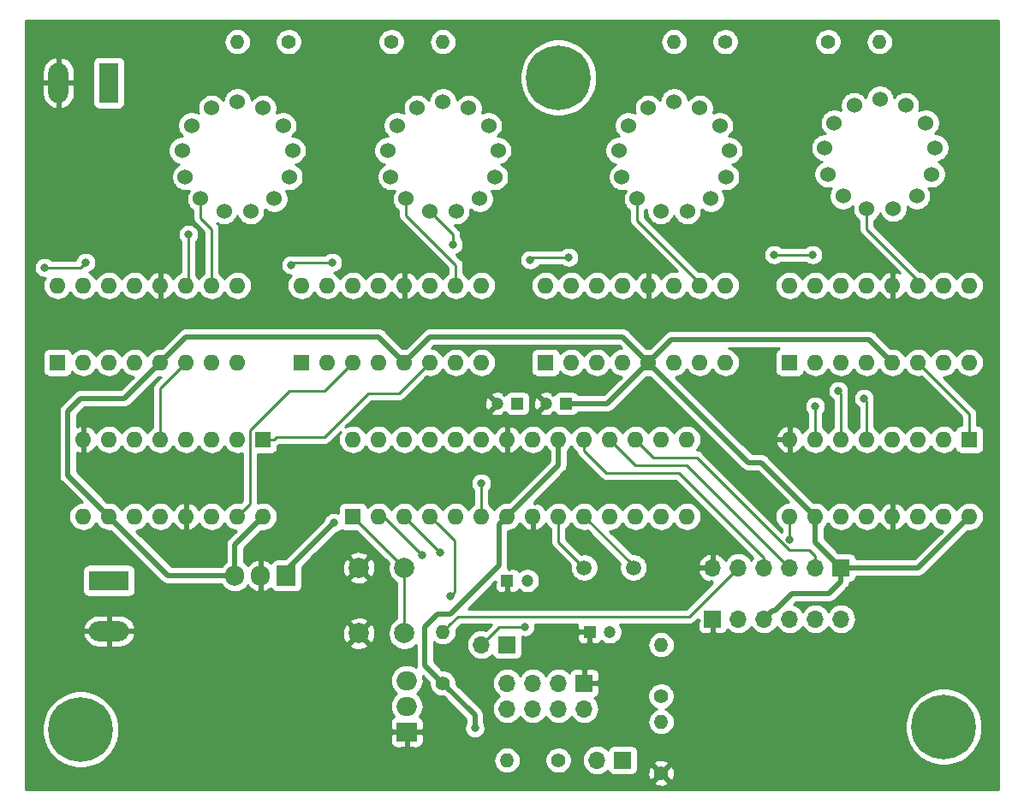
<source format=gbr>
G04 #@! TF.GenerationSoftware,KiCad,Pcbnew,(5.1.2)-1*
G04 #@! TF.CreationDate,2019-05-20T20:05:41-05:00*
G04 #@! TF.ProjectId,Nixie Tube Clock,4e697869-6520-4547-9562-6520436c6f63,rev?*
G04 #@! TF.SameCoordinates,Original*
G04 #@! TF.FileFunction,Copper,L2,Bot*
G04 #@! TF.FilePolarity,Positive*
%FSLAX46Y46*%
G04 Gerber Fmt 4.6, Leading zero omitted, Abs format (unit mm)*
G04 Created by KiCad (PCBNEW (5.1.2)-1) date 2019-05-20 20:05:41*
%MOMM*%
%LPD*%
G04 APERTURE LIST*
%ADD10C,1.200000*%
%ADD11R,1.200000X1.200000*%
%ADD12R,1.700000X1.700000*%
%ADD13O,1.700000X1.700000*%
%ADD14O,3.960000X1.980000*%
%ADD15R,3.960000X1.980000*%
%ADD16R,1.980000X3.960000*%
%ADD17O,1.980000X3.960000*%
%ADD18C,1.524000*%
%ADD19C,1.400000*%
%ADD20O,1.400000X1.400000*%
%ADD21C,2.000000*%
%ADD22R,1.600000X1.600000*%
%ADD23O,1.600000X1.600000*%
%ADD24O,1.905000X2.000000*%
%ADD25R,1.905000X2.000000*%
%ADD26R,2.000000X1.905000*%
%ADD27O,2.000000X1.905000*%
%ADD28C,1.500000*%
%ADD29C,6.400000*%
%ADD30C,0.800000*%
%ADD31C,0.500000*%
%ADD32C,0.250000*%
%ADD33C,0.254000*%
G04 APERTURE END LIST*
D10*
X67342000Y-56134000D03*
D11*
X69342000Y-56134000D03*
D12*
X83820000Y-77470000D03*
D13*
X86360000Y-77470000D03*
X88900000Y-77470000D03*
X91440000Y-77470000D03*
X93980000Y-77470000D03*
X96520000Y-77470000D03*
X83820000Y-72390000D03*
X86360000Y-72390000D03*
X88900000Y-72390000D03*
X91440000Y-72390000D03*
X93980000Y-72390000D03*
D12*
X96520000Y-72390000D03*
D14*
X24130000Y-78660000D03*
D15*
X24130000Y-73660000D03*
D16*
X24130000Y-24384000D03*
D17*
X19130000Y-24384000D03*
D12*
X71120000Y-83820000D03*
D13*
X71120000Y-86360000D03*
X68580000Y-83820000D03*
X68580000Y-86360000D03*
X66040000Y-83820000D03*
X66040000Y-86360000D03*
X63500000Y-83820000D03*
X63500000Y-86360000D03*
D12*
X74930000Y-91440000D03*
D13*
X72390000Y-91440000D03*
D12*
X63500000Y-80010000D03*
D13*
X60960000Y-80010000D03*
D18*
X97825000Y-26630000D03*
X95232000Y-33439000D03*
X96729000Y-35606000D03*
X94916000Y-30827000D03*
X95848730Y-28366000D03*
X102925000Y-26630000D03*
X105518000Y-33439000D03*
X99060000Y-36830000D03*
X101692000Y-36830000D03*
X104022000Y-35606000D03*
X105834000Y-30827000D03*
X104901270Y-28366000D03*
X100375000Y-25990000D03*
X80010000Y-26250000D03*
X84536270Y-28626000D03*
X85469000Y-31087000D03*
X83657000Y-35866000D03*
X81327000Y-37090000D03*
X78695000Y-37090000D03*
X85153000Y-33699000D03*
X82560000Y-26890000D03*
X75483730Y-28626000D03*
X74551000Y-31087000D03*
X76364000Y-35866000D03*
X74867000Y-33699000D03*
X77460000Y-26890000D03*
X57150000Y-26250000D03*
X61676270Y-28626000D03*
X62609000Y-31087000D03*
X60797000Y-35866000D03*
X58467000Y-37090000D03*
X55835000Y-37090000D03*
X62293000Y-33699000D03*
X59700000Y-26890000D03*
X52623730Y-28626000D03*
X51691000Y-31087000D03*
X53504000Y-35866000D03*
X52007000Y-33699000D03*
X54600000Y-26890000D03*
X34280000Y-26890000D03*
X31687000Y-33699000D03*
X33184000Y-35866000D03*
X31371000Y-31087000D03*
X32303730Y-28626000D03*
X39380000Y-26890000D03*
X41973000Y-33699000D03*
X35515000Y-37090000D03*
X38147000Y-37090000D03*
X40477000Y-35866000D03*
X42289000Y-31087000D03*
X41356270Y-28626000D03*
X36830000Y-26250000D03*
D19*
X57150000Y-83820000D03*
D20*
X57150000Y-78740000D03*
D19*
X78740000Y-85090000D03*
D20*
X78740000Y-80010000D03*
X78740000Y-87630000D03*
D19*
X78740000Y-92710000D03*
X95250000Y-20320000D03*
D20*
X100330000Y-20320000D03*
X80010000Y-20320000D03*
D19*
X85090000Y-20320000D03*
X52070000Y-20320000D03*
D20*
X57150000Y-20320000D03*
X36830000Y-20320000D03*
D19*
X41910000Y-20320000D03*
D21*
X48840000Y-72390000D03*
X53340000Y-72390000D03*
X48840000Y-78890000D03*
X53340000Y-78890000D03*
D22*
X48260000Y-67310000D03*
D23*
X81280000Y-59690000D03*
X50800000Y-67310000D03*
X78740000Y-59690000D03*
X53340000Y-67310000D03*
X76200000Y-59690000D03*
X55880000Y-67310000D03*
X73660000Y-59690000D03*
X58420000Y-67310000D03*
X71120000Y-59690000D03*
X60960000Y-67310000D03*
X68580000Y-59690000D03*
X63500000Y-67310000D03*
X66040000Y-59690000D03*
X66040000Y-67310000D03*
X63500000Y-59690000D03*
X68580000Y-67310000D03*
X60960000Y-59690000D03*
X71120000Y-67310000D03*
X58420000Y-59690000D03*
X73660000Y-67310000D03*
X55880000Y-59690000D03*
X76200000Y-67310000D03*
X53340000Y-59690000D03*
X78740000Y-67310000D03*
X50800000Y-59690000D03*
X81280000Y-67310000D03*
X48260000Y-59690000D03*
D24*
X36576000Y-73152000D03*
X39116000Y-73152000D03*
D25*
X41656000Y-73152000D03*
D26*
X53594000Y-88646000D03*
D27*
X53594000Y-86106000D03*
X53594000Y-83566000D03*
D22*
X109220000Y-59690000D03*
D23*
X91440000Y-67310000D03*
X106680000Y-59690000D03*
X93980000Y-67310000D03*
X104140000Y-59690000D03*
X96520000Y-67310000D03*
X101600000Y-59690000D03*
X99060000Y-67310000D03*
X99060000Y-59690000D03*
X101600000Y-67310000D03*
X96520000Y-59690000D03*
X104140000Y-67310000D03*
X93980000Y-59690000D03*
X106680000Y-67310000D03*
X91440000Y-59690000D03*
X109220000Y-67310000D03*
X91440000Y-44450000D03*
X109220000Y-52070000D03*
X93980000Y-44450000D03*
X106680000Y-52070000D03*
X96520000Y-44450000D03*
X104140000Y-52070000D03*
X99060000Y-44450000D03*
X101600000Y-52070000D03*
X101600000Y-44450000D03*
X99060000Y-52070000D03*
X104140000Y-44450000D03*
X96520000Y-52070000D03*
X106680000Y-44450000D03*
X93980000Y-52070000D03*
X109220000Y-44450000D03*
D22*
X91440000Y-52070000D03*
D23*
X67310000Y-44450000D03*
X85090000Y-52070000D03*
X69850000Y-44450000D03*
X82550000Y-52070000D03*
X72390000Y-44450000D03*
X80010000Y-52070000D03*
X74930000Y-44450000D03*
X77470000Y-52070000D03*
X77470000Y-44450000D03*
X74930000Y-52070000D03*
X80010000Y-44450000D03*
X72390000Y-52070000D03*
X82550000Y-44450000D03*
X69850000Y-52070000D03*
X85090000Y-44450000D03*
D22*
X67310000Y-52070000D03*
D23*
X39370000Y-67310000D03*
X21590000Y-59690000D03*
X36830000Y-67310000D03*
X24130000Y-59690000D03*
X34290000Y-67310000D03*
X26670000Y-59690000D03*
X31750000Y-67310000D03*
X29210000Y-59690000D03*
X29210000Y-67310000D03*
X31750000Y-59690000D03*
X26670000Y-67310000D03*
X34290000Y-59690000D03*
X24130000Y-67310000D03*
X36830000Y-59690000D03*
X21590000Y-67310000D03*
D22*
X39370000Y-59690000D03*
X43180000Y-52070000D03*
D23*
X60960000Y-44450000D03*
X45720000Y-52070000D03*
X58420000Y-44450000D03*
X48260000Y-52070000D03*
X55880000Y-44450000D03*
X50800000Y-52070000D03*
X53340000Y-44450000D03*
X53340000Y-52070000D03*
X50800000Y-44450000D03*
X55880000Y-52070000D03*
X48260000Y-44450000D03*
X58420000Y-52070000D03*
X45720000Y-44450000D03*
X60960000Y-52070000D03*
X43180000Y-44450000D03*
D22*
X19050000Y-52070000D03*
D23*
X36830000Y-44450000D03*
X21590000Y-52070000D03*
X34290000Y-44450000D03*
X24130000Y-52070000D03*
X31750000Y-44450000D03*
X26670000Y-52070000D03*
X29210000Y-44450000D03*
X29210000Y-52070000D03*
X26670000Y-44450000D03*
X31750000Y-52070000D03*
X24130000Y-44450000D03*
X34290000Y-52070000D03*
X21590000Y-44450000D03*
X36830000Y-52070000D03*
X19050000Y-44450000D03*
D28*
X71120000Y-72390000D03*
X76000000Y-72390000D03*
D19*
X68580000Y-91440000D03*
D20*
X63500000Y-91440000D03*
D11*
X63500000Y-73660000D03*
D10*
X65500000Y-73660000D03*
D11*
X64516000Y-56134000D03*
D10*
X62516000Y-56134000D03*
D11*
X71660000Y-78740000D03*
D10*
X73660000Y-78740000D03*
D29*
X21336000Y-88392000D03*
D30*
X23736000Y-88392000D03*
X23033056Y-90089056D03*
X21336000Y-90792000D03*
X19638944Y-90089056D03*
X18936000Y-88392000D03*
X19638944Y-86694944D03*
X21336000Y-85992000D03*
X23033056Y-86694944D03*
D29*
X106680000Y-88138000D03*
D30*
X109080000Y-88138000D03*
X108377056Y-89835056D03*
X106680000Y-90538000D03*
X104982944Y-89835056D03*
X104280000Y-88138000D03*
X104982944Y-86440944D03*
X106680000Y-85738000D03*
X108377056Y-86440944D03*
X70277056Y-22178944D03*
X68580000Y-21476000D03*
X66882944Y-22178944D03*
X66180000Y-23876000D03*
X66882944Y-25573056D03*
X68580000Y-26276000D03*
X70277056Y-25573056D03*
X70980000Y-23876000D03*
D29*
X68580000Y-23876000D03*
D30*
X93345000Y-81280000D03*
X60325000Y-88265000D03*
X55118000Y-71120000D03*
X65282653Y-78227347D03*
X56896000Y-70866000D03*
X46355000Y-67945000D03*
X57912000Y-75184000D03*
X93726000Y-41402000D03*
X89916000Y-41402000D03*
X69596000Y-41656000D03*
X65786000Y-41910000D03*
X58166000Y-40386000D03*
X46228000Y-42164000D03*
X42164000Y-42418000D03*
X21844000Y-42164000D03*
X17780000Y-42672000D03*
X32004000Y-39407000D03*
X60960000Y-64008000D03*
X91440000Y-69596000D03*
X98806000Y-55626000D03*
X96266000Y-54864000D03*
X93980000Y-56388000D03*
D31*
X68580000Y-62230000D02*
X68580000Y-59690000D01*
X63500000Y-67310000D02*
X68580000Y-62230000D01*
X36576000Y-70104000D02*
X39370000Y-67310000D01*
X36576000Y-73152000D02*
X36576000Y-70104000D01*
X29972000Y-73152000D02*
X24130000Y-67310000D01*
X36576000Y-73152000D02*
X29972000Y-73152000D01*
X24130000Y-67310000D02*
X20066000Y-63246000D01*
X20066000Y-63246000D02*
X20066000Y-56896000D01*
X20066000Y-56896000D02*
X21336000Y-55626000D01*
X25654000Y-55626000D02*
X29210000Y-52070000D01*
X21336000Y-55626000D02*
X25654000Y-55626000D01*
X29210000Y-52070000D02*
X31750000Y-49530000D01*
X50800000Y-49530000D02*
X53340000Y-52070000D01*
X31750000Y-49530000D02*
X50800000Y-49530000D01*
X53340000Y-52070000D02*
X55880000Y-49530000D01*
X74930000Y-49530000D02*
X77470000Y-52070000D01*
X55880000Y-49530000D02*
X74930000Y-49530000D01*
X77470000Y-52070000D02*
X79756000Y-49784000D01*
X99314000Y-49784000D02*
X101600000Y-52070000D01*
X79756000Y-49784000D02*
X99314000Y-49784000D01*
X73406000Y-56134000D02*
X77470000Y-52070000D01*
X69342000Y-56134000D02*
X73406000Y-56134000D01*
X93980000Y-67310000D02*
X88646000Y-61976000D01*
X87376000Y-61976000D02*
X77470000Y-52070000D01*
X88646000Y-61976000D02*
X87376000Y-61976000D01*
X93980000Y-69850000D02*
X96520000Y-72390000D01*
X93980000Y-67310000D02*
X93980000Y-69850000D01*
X104140000Y-72390000D02*
X96520000Y-72390000D01*
X109220000Y-67310000D02*
X104140000Y-72390000D01*
X96520000Y-73740000D02*
X96520000Y-72390000D01*
X95330000Y-74930000D02*
X96520000Y-73740000D01*
X91694000Y-74930000D02*
X95330000Y-74930000D01*
X90003999Y-76620001D02*
X91694000Y-74930000D01*
X88900000Y-77470000D02*
X89749999Y-76620001D01*
X89749999Y-76620001D02*
X90003999Y-76620001D01*
X55372000Y-82042000D02*
X57150000Y-83820000D01*
X62700001Y-68109999D02*
X62700001Y-72173999D01*
X63500000Y-67310000D02*
X62700001Y-68109999D01*
X62700001Y-72173999D02*
X57912000Y-76962000D01*
X56627998Y-76962000D02*
X55372000Y-78217998D01*
X57912000Y-76962000D02*
X56627998Y-76962000D01*
X55372000Y-78217998D02*
X55372000Y-82042000D01*
X60325000Y-86995000D02*
X57150000Y-83820000D01*
X60325000Y-88265000D02*
X60325000Y-86995000D01*
D32*
X68580000Y-69850000D02*
X71120000Y-72390000D01*
X68580000Y-67310000D02*
X68580000Y-69850000D01*
X76000000Y-72190000D02*
X76000000Y-72390000D01*
X71120000Y-67310000D02*
X76000000Y-72190000D01*
X51308000Y-67310000D02*
X50800000Y-67310000D01*
X55118000Y-71120000D02*
X51308000Y-67310000D01*
X62742653Y-78227347D02*
X60960000Y-80010000D01*
X65282653Y-78227347D02*
X62742653Y-78227347D01*
X53340000Y-67310000D02*
X56896000Y-70866000D01*
X48260000Y-67310000D02*
X53340000Y-72390000D01*
X53340000Y-78890000D02*
X53340000Y-72390000D01*
X57000000Y-78890000D02*
X57150000Y-78740000D01*
X57849999Y-78040001D02*
X57150000Y-78740000D01*
X58674000Y-77216000D02*
X57849999Y-78040001D01*
X86360000Y-72390000D02*
X81534000Y-77216000D01*
X81534000Y-77216000D02*
X58674000Y-77216000D01*
X88900000Y-71374000D02*
X88900000Y-72390000D01*
X80518000Y-62992000D02*
X88900000Y-71374000D01*
X73290630Y-62992000D02*
X80518000Y-62992000D01*
X71120000Y-59690000D02*
X71120000Y-60821370D01*
X71120000Y-60821370D02*
X73290630Y-62992000D01*
X73660000Y-59690000D02*
X76200000Y-62230000D01*
X81280000Y-62230000D02*
X91440000Y-72390000D01*
X76200000Y-62230000D02*
X81280000Y-62230000D01*
X93980000Y-71187919D02*
X93980000Y-72390000D01*
X93404081Y-70612000D02*
X93980000Y-71187919D01*
X91382998Y-70612000D02*
X93404081Y-70612000D01*
X82238998Y-61468000D02*
X91382998Y-70612000D01*
X76200000Y-59690000D02*
X77978000Y-61468000D01*
X77978000Y-61468000D02*
X82238998Y-61468000D01*
D31*
X41656000Y-72644000D02*
X41656000Y-73152000D01*
X46355000Y-67945000D02*
X41656000Y-72644000D01*
D32*
X56679999Y-68109999D02*
X55880000Y-67310000D01*
X58311999Y-69741999D02*
X56679999Y-68109999D01*
X58311999Y-74784001D02*
X58311999Y-69741999D01*
X57912000Y-75184000D02*
X58311999Y-74784001D01*
X93726000Y-41402000D02*
X89916000Y-41402000D01*
X104140000Y-43942000D02*
X104140000Y-44450000D01*
X99060000Y-36830000D02*
X99060000Y-38862000D01*
X99060000Y-38862000D02*
X104140000Y-43942000D01*
X82550000Y-44196000D02*
X82550000Y-44450000D01*
X76364000Y-38010000D02*
X76708000Y-38354000D01*
X76364000Y-35866000D02*
X76364000Y-38010000D01*
X76454000Y-38100000D02*
X76708000Y-38354000D01*
X76708000Y-38354000D02*
X82550000Y-44196000D01*
X69596000Y-41656000D02*
X66040000Y-41656000D01*
X66040000Y-41656000D02*
X65786000Y-41910000D01*
X55835000Y-37090000D02*
X58166000Y-39421000D01*
X58166000Y-39421000D02*
X58166000Y-40386000D01*
X58420000Y-42418000D02*
X58420000Y-44450000D01*
X53504000Y-35866000D02*
X53504000Y-37502000D01*
X53504000Y-37502000D02*
X58420000Y-42418000D01*
X46228000Y-42164000D02*
X42418000Y-42164000D01*
X42418000Y-42164000D02*
X42164000Y-42418000D01*
X21844000Y-42164000D02*
X21336000Y-42672000D01*
X21336000Y-42672000D02*
X17780000Y-42672000D01*
X34290000Y-38862000D02*
X34290000Y-44450000D01*
X33184000Y-35866000D02*
X33184000Y-37756000D01*
X33184000Y-37756000D02*
X34290000Y-38862000D01*
X32004000Y-44196000D02*
X31750000Y-44450000D01*
X32004000Y-39407000D02*
X32004000Y-44196000D01*
X60960000Y-64008000D02*
X60960000Y-67310000D01*
X109220000Y-57150000D02*
X109220000Y-59690000D01*
X104140000Y-52070000D02*
X109220000Y-57150000D01*
X91440000Y-67310000D02*
X91440000Y-69596000D01*
X99060000Y-55880000D02*
X98806000Y-55626000D01*
X99060000Y-59690000D02*
X99060000Y-55880000D01*
X96520000Y-59690000D02*
X96520000Y-55118000D01*
X96520000Y-55118000D02*
X96266000Y-54864000D01*
X93980000Y-56388000D02*
X93980000Y-59690000D01*
X45466000Y-54864000D02*
X48260000Y-52070000D01*
X42010998Y-54864000D02*
X45466000Y-54864000D01*
X38100000Y-58774998D02*
X42010998Y-54864000D01*
X36830000Y-67310000D02*
X38100000Y-66040000D01*
X38100000Y-66040000D02*
X38100000Y-58774998D01*
X29210000Y-54610000D02*
X31750000Y-52070000D01*
X29210000Y-59690000D02*
X29210000Y-54610000D01*
X40420000Y-59690000D02*
X40674000Y-59436000D01*
X39370000Y-59690000D02*
X40420000Y-59690000D01*
X40674000Y-59436000D02*
X45466000Y-59436000D01*
X45466000Y-59436000D02*
X49784000Y-55118000D01*
X52832000Y-55118000D02*
X55880000Y-52070000D01*
X49784000Y-55118000D02*
X52832000Y-55118000D01*
D33*
G36*
X112116001Y-94336000D02*
G01*
X15900000Y-94336000D01*
X15900000Y-93631269D01*
X77998336Y-93631269D01*
X78057797Y-93865037D01*
X78296242Y-93975934D01*
X78551740Y-94038183D01*
X78814473Y-94049390D01*
X79074344Y-94009125D01*
X79321366Y-93918935D01*
X79422203Y-93865037D01*
X79481664Y-93631269D01*
X78740000Y-92889605D01*
X77998336Y-93631269D01*
X15900000Y-93631269D01*
X15900000Y-88014285D01*
X17501000Y-88014285D01*
X17501000Y-88769715D01*
X17648377Y-89510628D01*
X17937467Y-90208554D01*
X18357161Y-90836670D01*
X18891330Y-91370839D01*
X19519446Y-91790533D01*
X20217372Y-92079623D01*
X20958285Y-92227000D01*
X21713715Y-92227000D01*
X22454628Y-92079623D01*
X23152554Y-91790533D01*
X23677163Y-91440000D01*
X62158541Y-91440000D01*
X62184317Y-91701706D01*
X62260653Y-91953354D01*
X62384618Y-92185275D01*
X62551445Y-92388555D01*
X62754725Y-92555382D01*
X62986646Y-92679347D01*
X63238294Y-92755683D01*
X63434421Y-92775000D01*
X63565579Y-92775000D01*
X63761706Y-92755683D01*
X64013354Y-92679347D01*
X64245275Y-92555382D01*
X64448555Y-92388555D01*
X64615382Y-92185275D01*
X64739347Y-91953354D01*
X64815683Y-91701706D01*
X64841459Y-91440000D01*
X64828509Y-91308514D01*
X67245000Y-91308514D01*
X67245000Y-91571486D01*
X67296304Y-91829405D01*
X67396939Y-92072359D01*
X67543038Y-92291013D01*
X67728987Y-92476962D01*
X67947641Y-92623061D01*
X68190595Y-92723696D01*
X68448514Y-92775000D01*
X68711486Y-92775000D01*
X68969405Y-92723696D01*
X69212359Y-92623061D01*
X69431013Y-92476962D01*
X69616962Y-92291013D01*
X69763061Y-92072359D01*
X69863696Y-91829405D01*
X69915000Y-91571486D01*
X69915000Y-91440000D01*
X70897815Y-91440000D01*
X70926487Y-91731111D01*
X71011401Y-92011034D01*
X71149294Y-92269014D01*
X71334866Y-92495134D01*
X71560986Y-92680706D01*
X71818966Y-92818599D01*
X72098889Y-92903513D01*
X72317050Y-92925000D01*
X72462950Y-92925000D01*
X72681111Y-92903513D01*
X72961034Y-92818599D01*
X73219014Y-92680706D01*
X73445134Y-92495134D01*
X73469607Y-92465313D01*
X73490498Y-92534180D01*
X73549463Y-92644494D01*
X73628815Y-92741185D01*
X73725506Y-92820537D01*
X73835820Y-92879502D01*
X73955518Y-92915812D01*
X74080000Y-92928072D01*
X75780000Y-92928072D01*
X75904482Y-92915812D01*
X76024180Y-92879502D01*
X76134494Y-92820537D01*
X76178438Y-92784473D01*
X77400610Y-92784473D01*
X77440875Y-93044344D01*
X77531065Y-93291366D01*
X77584963Y-93392203D01*
X77818731Y-93451664D01*
X78560395Y-92710000D01*
X78919605Y-92710000D01*
X79661269Y-93451664D01*
X79895037Y-93392203D01*
X80005934Y-93153758D01*
X80068183Y-92898260D01*
X80079390Y-92635527D01*
X80039125Y-92375656D01*
X79948935Y-92128634D01*
X79895037Y-92027797D01*
X79661269Y-91968336D01*
X78919605Y-92710000D01*
X78560395Y-92710000D01*
X77818731Y-91968336D01*
X77584963Y-92027797D01*
X77474066Y-92266242D01*
X77411817Y-92521740D01*
X77400610Y-92784473D01*
X76178438Y-92784473D01*
X76231185Y-92741185D01*
X76310537Y-92644494D01*
X76369502Y-92534180D01*
X76405812Y-92414482D01*
X76418072Y-92290000D01*
X76418072Y-91788731D01*
X77998336Y-91788731D01*
X78740000Y-92530395D01*
X79481664Y-91788731D01*
X79422203Y-91554963D01*
X79183758Y-91444066D01*
X78928260Y-91381817D01*
X78665527Y-91370610D01*
X78405656Y-91410875D01*
X78158634Y-91501065D01*
X78057797Y-91554963D01*
X77998336Y-91788731D01*
X76418072Y-91788731D01*
X76418072Y-90590000D01*
X76405812Y-90465518D01*
X76369502Y-90345820D01*
X76310537Y-90235506D01*
X76231185Y-90138815D01*
X76134494Y-90059463D01*
X76024180Y-90000498D01*
X75904482Y-89964188D01*
X75780000Y-89951928D01*
X74080000Y-89951928D01*
X73955518Y-89964188D01*
X73835820Y-90000498D01*
X73725506Y-90059463D01*
X73628815Y-90138815D01*
X73549463Y-90235506D01*
X73490498Y-90345820D01*
X73469607Y-90414687D01*
X73445134Y-90384866D01*
X73219014Y-90199294D01*
X72961034Y-90061401D01*
X72681111Y-89976487D01*
X72462950Y-89955000D01*
X72317050Y-89955000D01*
X72098889Y-89976487D01*
X71818966Y-90061401D01*
X71560986Y-90199294D01*
X71334866Y-90384866D01*
X71149294Y-90610986D01*
X71011401Y-90868966D01*
X70926487Y-91148889D01*
X70897815Y-91440000D01*
X69915000Y-91440000D01*
X69915000Y-91308514D01*
X69863696Y-91050595D01*
X69763061Y-90807641D01*
X69616962Y-90588987D01*
X69431013Y-90403038D01*
X69212359Y-90256939D01*
X68969405Y-90156304D01*
X68711486Y-90105000D01*
X68448514Y-90105000D01*
X68190595Y-90156304D01*
X67947641Y-90256939D01*
X67728987Y-90403038D01*
X67543038Y-90588987D01*
X67396939Y-90807641D01*
X67296304Y-91050595D01*
X67245000Y-91308514D01*
X64828509Y-91308514D01*
X64815683Y-91178294D01*
X64739347Y-90926646D01*
X64615382Y-90694725D01*
X64448555Y-90491445D01*
X64245275Y-90324618D01*
X64013354Y-90200653D01*
X63761706Y-90124317D01*
X63565579Y-90105000D01*
X63434421Y-90105000D01*
X63238294Y-90124317D01*
X62986646Y-90200653D01*
X62754725Y-90324618D01*
X62551445Y-90491445D01*
X62384618Y-90694725D01*
X62260653Y-90926646D01*
X62184317Y-91178294D01*
X62158541Y-91440000D01*
X23677163Y-91440000D01*
X23780670Y-91370839D01*
X24314839Y-90836670D01*
X24734533Y-90208554D01*
X24987225Y-89598500D01*
X51955928Y-89598500D01*
X51968188Y-89722982D01*
X52004498Y-89842680D01*
X52063463Y-89952994D01*
X52142815Y-90049685D01*
X52239506Y-90129037D01*
X52349820Y-90188002D01*
X52469518Y-90224312D01*
X52594000Y-90236572D01*
X53308250Y-90233500D01*
X53467000Y-90074750D01*
X53467000Y-88773000D01*
X53721000Y-88773000D01*
X53721000Y-90074750D01*
X53879750Y-90233500D01*
X54594000Y-90236572D01*
X54718482Y-90224312D01*
X54838180Y-90188002D01*
X54948494Y-90129037D01*
X55045185Y-90049685D01*
X55124537Y-89952994D01*
X55183502Y-89842680D01*
X55219812Y-89722982D01*
X55232072Y-89598500D01*
X55229000Y-88931750D01*
X55070250Y-88773000D01*
X53721000Y-88773000D01*
X53467000Y-88773000D01*
X52117750Y-88773000D01*
X51959000Y-88931750D01*
X51955928Y-89598500D01*
X24987225Y-89598500D01*
X25023623Y-89510628D01*
X25171000Y-88769715D01*
X25171000Y-88014285D01*
X25023623Y-87273372D01*
X24734533Y-86575446D01*
X24314839Y-85947330D01*
X23780670Y-85413161D01*
X23152554Y-84993467D01*
X22454628Y-84704377D01*
X21713715Y-84557000D01*
X20958285Y-84557000D01*
X20217372Y-84704377D01*
X19519446Y-84993467D01*
X18891330Y-85413161D01*
X18357161Y-85947330D01*
X17937467Y-86575446D01*
X17648377Y-87273372D01*
X17501000Y-88014285D01*
X15900000Y-88014285D01*
X15900000Y-79038865D01*
X21559782Y-79038865D01*
X21590095Y-79164528D01*
X21718304Y-79457205D01*
X21901148Y-79719246D01*
X22131601Y-79940581D01*
X22400806Y-80112704D01*
X22698418Y-80229000D01*
X23013000Y-80285000D01*
X24003000Y-80285000D01*
X24003000Y-78787000D01*
X24257000Y-78787000D01*
X24257000Y-80285000D01*
X25247000Y-80285000D01*
X25561582Y-80229000D01*
X25859194Y-80112704D01*
X25995719Y-80025413D01*
X47884192Y-80025413D01*
X47979956Y-80289814D01*
X48269571Y-80430704D01*
X48581108Y-80512384D01*
X48902595Y-80531718D01*
X49221675Y-80487961D01*
X49526088Y-80382795D01*
X49700044Y-80289814D01*
X49795808Y-80025413D01*
X48840000Y-79069605D01*
X47884192Y-80025413D01*
X25995719Y-80025413D01*
X26128399Y-79940581D01*
X26358852Y-79719246D01*
X26541696Y-79457205D01*
X26669905Y-79164528D01*
X26700218Y-79038865D01*
X26659294Y-78952595D01*
X47198282Y-78952595D01*
X47242039Y-79271675D01*
X47347205Y-79576088D01*
X47440186Y-79750044D01*
X47704587Y-79845808D01*
X48660395Y-78890000D01*
X49019605Y-78890000D01*
X49975413Y-79845808D01*
X50239814Y-79750044D01*
X50380704Y-79460429D01*
X50462384Y-79148892D01*
X50481718Y-78827405D01*
X50437961Y-78508325D01*
X50332795Y-78203912D01*
X50239814Y-78029956D01*
X49975413Y-77934192D01*
X49019605Y-78890000D01*
X48660395Y-78890000D01*
X47704587Y-77934192D01*
X47440186Y-78029956D01*
X47299296Y-78319571D01*
X47217616Y-78631108D01*
X47198282Y-78952595D01*
X26659294Y-78952595D01*
X26580740Y-78787000D01*
X24257000Y-78787000D01*
X24003000Y-78787000D01*
X21679260Y-78787000D01*
X21559782Y-79038865D01*
X15900000Y-79038865D01*
X15900000Y-78281135D01*
X21559782Y-78281135D01*
X21679260Y-78533000D01*
X24003000Y-78533000D01*
X24003000Y-77035000D01*
X24257000Y-77035000D01*
X24257000Y-78533000D01*
X26580740Y-78533000D01*
X26700218Y-78281135D01*
X26669905Y-78155472D01*
X26541696Y-77862795D01*
X26466192Y-77754587D01*
X47884192Y-77754587D01*
X48840000Y-78710395D01*
X49795808Y-77754587D01*
X49700044Y-77490186D01*
X49410429Y-77349296D01*
X49098892Y-77267616D01*
X48777405Y-77248282D01*
X48458325Y-77292039D01*
X48153912Y-77397205D01*
X47979956Y-77490186D01*
X47884192Y-77754587D01*
X26466192Y-77754587D01*
X26358852Y-77600754D01*
X26128399Y-77379419D01*
X25859194Y-77207296D01*
X25561582Y-77091000D01*
X25247000Y-77035000D01*
X24257000Y-77035000D01*
X24003000Y-77035000D01*
X23013000Y-77035000D01*
X22698418Y-77091000D01*
X22400806Y-77207296D01*
X22131601Y-77379419D01*
X21901148Y-77600754D01*
X21718304Y-77862795D01*
X21590095Y-78155472D01*
X21559782Y-78281135D01*
X15900000Y-78281135D01*
X15900000Y-72670000D01*
X21511928Y-72670000D01*
X21511928Y-74650000D01*
X21524188Y-74774482D01*
X21560498Y-74894180D01*
X21619463Y-75004494D01*
X21698815Y-75101185D01*
X21795506Y-75180537D01*
X21905820Y-75239502D01*
X22025518Y-75275812D01*
X22150000Y-75288072D01*
X26110000Y-75288072D01*
X26234482Y-75275812D01*
X26354180Y-75239502D01*
X26464494Y-75180537D01*
X26561185Y-75101185D01*
X26640537Y-75004494D01*
X26699502Y-74894180D01*
X26735812Y-74774482D01*
X26748072Y-74650000D01*
X26748072Y-72670000D01*
X26735812Y-72545518D01*
X26699502Y-72425820D01*
X26640537Y-72315506D01*
X26561185Y-72218815D01*
X26464494Y-72139463D01*
X26354180Y-72080498D01*
X26234482Y-72044188D01*
X26110000Y-72031928D01*
X22150000Y-72031928D01*
X22025518Y-72044188D01*
X21905820Y-72080498D01*
X21795506Y-72139463D01*
X21698815Y-72218815D01*
X21619463Y-72315506D01*
X21560498Y-72425820D01*
X21524188Y-72545518D01*
X21511928Y-72670000D01*
X15900000Y-72670000D01*
X15900000Y-51270000D01*
X17611928Y-51270000D01*
X17611928Y-52870000D01*
X17624188Y-52994482D01*
X17660498Y-53114180D01*
X17719463Y-53224494D01*
X17798815Y-53321185D01*
X17895506Y-53400537D01*
X18005820Y-53459502D01*
X18125518Y-53495812D01*
X18250000Y-53508072D01*
X19850000Y-53508072D01*
X19974482Y-53495812D01*
X20094180Y-53459502D01*
X20204494Y-53400537D01*
X20301185Y-53321185D01*
X20380537Y-53224494D01*
X20439502Y-53114180D01*
X20475812Y-52994482D01*
X20477581Y-52976518D01*
X20570392Y-53089608D01*
X20788899Y-53268932D01*
X21038192Y-53402182D01*
X21308691Y-53484236D01*
X21519508Y-53505000D01*
X21660492Y-53505000D01*
X21871309Y-53484236D01*
X22141808Y-53402182D01*
X22391101Y-53268932D01*
X22609608Y-53089608D01*
X22788932Y-52871101D01*
X22860000Y-52738142D01*
X22931068Y-52871101D01*
X23110392Y-53089608D01*
X23328899Y-53268932D01*
X23578192Y-53402182D01*
X23848691Y-53484236D01*
X24059508Y-53505000D01*
X24200492Y-53505000D01*
X24411309Y-53484236D01*
X24681808Y-53402182D01*
X24931101Y-53268932D01*
X25149608Y-53089608D01*
X25328932Y-52871101D01*
X25400000Y-52738142D01*
X25471068Y-52871101D01*
X25650392Y-53089608D01*
X25868899Y-53268932D01*
X26118192Y-53402182D01*
X26388691Y-53484236D01*
X26530244Y-53498178D01*
X25287422Y-54741000D01*
X21379465Y-54741000D01*
X21335999Y-54736719D01*
X21292533Y-54741000D01*
X21292523Y-54741000D01*
X21162510Y-54753805D01*
X20995687Y-54804411D01*
X20841941Y-54886589D01*
X20822863Y-54902246D01*
X20740953Y-54969468D01*
X20740951Y-54969470D01*
X20707183Y-54997183D01*
X20679470Y-55030951D01*
X19470951Y-56239471D01*
X19437184Y-56267183D01*
X19409471Y-56300951D01*
X19409468Y-56300954D01*
X19326590Y-56401941D01*
X19244412Y-56555687D01*
X19193805Y-56722510D01*
X19176719Y-56896000D01*
X19181001Y-56939479D01*
X19181000Y-63202531D01*
X19176719Y-63246000D01*
X19181000Y-63289469D01*
X19181000Y-63289476D01*
X19189229Y-63373026D01*
X19193489Y-63416276D01*
X19193805Y-63419489D01*
X19244411Y-63586312D01*
X19326589Y-63740058D01*
X19437183Y-63874817D01*
X19470956Y-63902534D01*
X21450244Y-65881822D01*
X21308691Y-65895764D01*
X21038192Y-65977818D01*
X20788899Y-66111068D01*
X20570392Y-66290392D01*
X20391068Y-66508899D01*
X20257818Y-66758192D01*
X20175764Y-67028691D01*
X20148057Y-67310000D01*
X20175764Y-67591309D01*
X20257818Y-67861808D01*
X20391068Y-68111101D01*
X20570392Y-68329608D01*
X20788899Y-68508932D01*
X21038192Y-68642182D01*
X21308691Y-68724236D01*
X21519508Y-68745000D01*
X21660492Y-68745000D01*
X21871309Y-68724236D01*
X22141808Y-68642182D01*
X22391101Y-68508932D01*
X22609608Y-68329608D01*
X22788932Y-68111101D01*
X22860000Y-67978142D01*
X22931068Y-68111101D01*
X23110392Y-68329608D01*
X23328899Y-68508932D01*
X23578192Y-68642182D01*
X23848691Y-68724236D01*
X24059508Y-68745000D01*
X24200492Y-68745000D01*
X24303296Y-68734874D01*
X29315470Y-73747049D01*
X29343183Y-73780817D01*
X29376951Y-73808530D01*
X29376953Y-73808532D01*
X29477941Y-73891411D01*
X29631686Y-73973589D01*
X29798510Y-74024195D01*
X29928523Y-74037000D01*
X29928531Y-74037000D01*
X29972000Y-74041281D01*
X30015469Y-74037000D01*
X35223606Y-74037000D01*
X35249655Y-74085734D01*
X35448037Y-74327463D01*
X35689765Y-74525845D01*
X35965551Y-74673255D01*
X36264796Y-74764030D01*
X36576000Y-74794681D01*
X36887203Y-74764030D01*
X37186448Y-74673255D01*
X37462234Y-74525845D01*
X37703963Y-74327463D01*
X37851163Y-74148101D01*
X38006563Y-74333315D01*
X38249077Y-74527969D01*
X38524906Y-74671571D01*
X38743020Y-74742563D01*
X38989000Y-74622594D01*
X38989000Y-73279000D01*
X38969000Y-73279000D01*
X38969000Y-73025000D01*
X38989000Y-73025000D01*
X38989000Y-71681406D01*
X38743020Y-71561437D01*
X38524906Y-71632429D01*
X38249077Y-71776031D01*
X38006563Y-71970685D01*
X37851162Y-72155900D01*
X37703963Y-71976537D01*
X37462235Y-71778155D01*
X37461000Y-71777495D01*
X37461000Y-70470578D01*
X39196704Y-68734875D01*
X39299508Y-68745000D01*
X39440492Y-68745000D01*
X39651309Y-68724236D01*
X39921808Y-68642182D01*
X40171101Y-68508932D01*
X40389608Y-68329608D01*
X40568932Y-68111101D01*
X40702182Y-67861808D01*
X40784236Y-67591309D01*
X40811943Y-67310000D01*
X40784236Y-67028691D01*
X40702182Y-66758192D01*
X40568932Y-66508899D01*
X40389608Y-66290392D01*
X40171101Y-66111068D01*
X39921808Y-65977818D01*
X39651309Y-65895764D01*
X39440492Y-65875000D01*
X39299508Y-65875000D01*
X39088691Y-65895764D01*
X38860000Y-65965136D01*
X38860000Y-61128072D01*
X40170000Y-61128072D01*
X40294482Y-61115812D01*
X40414180Y-61079502D01*
X40524494Y-61020537D01*
X40621185Y-60941185D01*
X40700537Y-60844494D01*
X40759502Y-60734180D01*
X40795812Y-60614482D01*
X40808072Y-60490000D01*
X40808072Y-60344326D01*
X40844276Y-60324974D01*
X40960001Y-60230001D01*
X40983804Y-60200997D01*
X40988801Y-60196000D01*
X45428678Y-60196000D01*
X45466000Y-60199676D01*
X45503322Y-60196000D01*
X45503333Y-60196000D01*
X45614986Y-60185003D01*
X45758247Y-60141546D01*
X45890276Y-60070974D01*
X46006001Y-59976001D01*
X46029804Y-59946997D01*
X47030255Y-58946546D01*
X46927818Y-59138192D01*
X46845764Y-59408691D01*
X46818057Y-59690000D01*
X46845764Y-59971309D01*
X46927818Y-60241808D01*
X47061068Y-60491101D01*
X47240392Y-60709608D01*
X47458899Y-60888932D01*
X47708192Y-61022182D01*
X47978691Y-61104236D01*
X48189508Y-61125000D01*
X48330492Y-61125000D01*
X48541309Y-61104236D01*
X48811808Y-61022182D01*
X49061101Y-60888932D01*
X49279608Y-60709608D01*
X49458932Y-60491101D01*
X49530000Y-60358142D01*
X49601068Y-60491101D01*
X49780392Y-60709608D01*
X49998899Y-60888932D01*
X50248192Y-61022182D01*
X50518691Y-61104236D01*
X50729508Y-61125000D01*
X50870492Y-61125000D01*
X51081309Y-61104236D01*
X51351808Y-61022182D01*
X51601101Y-60888932D01*
X51819608Y-60709608D01*
X51998932Y-60491101D01*
X52070000Y-60358142D01*
X52141068Y-60491101D01*
X52320392Y-60709608D01*
X52538899Y-60888932D01*
X52788192Y-61022182D01*
X53058691Y-61104236D01*
X53269508Y-61125000D01*
X53410492Y-61125000D01*
X53621309Y-61104236D01*
X53891808Y-61022182D01*
X54141101Y-60888932D01*
X54359608Y-60709608D01*
X54538932Y-60491101D01*
X54610000Y-60358142D01*
X54681068Y-60491101D01*
X54860392Y-60709608D01*
X55078899Y-60888932D01*
X55328192Y-61022182D01*
X55598691Y-61104236D01*
X55809508Y-61125000D01*
X55950492Y-61125000D01*
X56161309Y-61104236D01*
X56431808Y-61022182D01*
X56681101Y-60888932D01*
X56899608Y-60709608D01*
X57078932Y-60491101D01*
X57150000Y-60358142D01*
X57221068Y-60491101D01*
X57400392Y-60709608D01*
X57618899Y-60888932D01*
X57868192Y-61022182D01*
X58138691Y-61104236D01*
X58349508Y-61125000D01*
X58490492Y-61125000D01*
X58701309Y-61104236D01*
X58971808Y-61022182D01*
X59221101Y-60888932D01*
X59439608Y-60709608D01*
X59618932Y-60491101D01*
X59690000Y-60358142D01*
X59761068Y-60491101D01*
X59940392Y-60709608D01*
X60158899Y-60888932D01*
X60408192Y-61022182D01*
X60678691Y-61104236D01*
X60889508Y-61125000D01*
X61030492Y-61125000D01*
X61241309Y-61104236D01*
X61511808Y-61022182D01*
X61761101Y-60888932D01*
X61979608Y-60709608D01*
X62158932Y-60491101D01*
X62232579Y-60353318D01*
X62347615Y-60545131D01*
X62536586Y-60753519D01*
X62762580Y-60921037D01*
X63016913Y-61041246D01*
X63150961Y-61081904D01*
X63373000Y-60959915D01*
X63373000Y-59817000D01*
X63353000Y-59817000D01*
X63353000Y-59563000D01*
X63373000Y-59563000D01*
X63373000Y-58420085D01*
X63150961Y-58298096D01*
X63016913Y-58338754D01*
X62762580Y-58458963D01*
X62536586Y-58626481D01*
X62347615Y-58834869D01*
X62232579Y-59026682D01*
X62158932Y-58888899D01*
X61979608Y-58670392D01*
X61761101Y-58491068D01*
X61511808Y-58357818D01*
X61241309Y-58275764D01*
X61030492Y-58255000D01*
X60889508Y-58255000D01*
X60678691Y-58275764D01*
X60408192Y-58357818D01*
X60158899Y-58491068D01*
X59940392Y-58670392D01*
X59761068Y-58888899D01*
X59690000Y-59021858D01*
X59618932Y-58888899D01*
X59439608Y-58670392D01*
X59221101Y-58491068D01*
X58971808Y-58357818D01*
X58701309Y-58275764D01*
X58490492Y-58255000D01*
X58349508Y-58255000D01*
X58138691Y-58275764D01*
X57868192Y-58357818D01*
X57618899Y-58491068D01*
X57400392Y-58670392D01*
X57221068Y-58888899D01*
X57150000Y-59021858D01*
X57078932Y-58888899D01*
X56899608Y-58670392D01*
X56681101Y-58491068D01*
X56431808Y-58357818D01*
X56161309Y-58275764D01*
X55950492Y-58255000D01*
X55809508Y-58255000D01*
X55598691Y-58275764D01*
X55328192Y-58357818D01*
X55078899Y-58491068D01*
X54860392Y-58670392D01*
X54681068Y-58888899D01*
X54610000Y-59021858D01*
X54538932Y-58888899D01*
X54359608Y-58670392D01*
X54141101Y-58491068D01*
X53891808Y-58357818D01*
X53621309Y-58275764D01*
X53410492Y-58255000D01*
X53269508Y-58255000D01*
X53058691Y-58275764D01*
X52788192Y-58357818D01*
X52538899Y-58491068D01*
X52320392Y-58670392D01*
X52141068Y-58888899D01*
X52070000Y-59021858D01*
X51998932Y-58888899D01*
X51819608Y-58670392D01*
X51601101Y-58491068D01*
X51351808Y-58357818D01*
X51081309Y-58275764D01*
X50870492Y-58255000D01*
X50729508Y-58255000D01*
X50518691Y-58275764D01*
X50248192Y-58357818D01*
X49998899Y-58491068D01*
X49780392Y-58670392D01*
X49601068Y-58888899D01*
X49530000Y-59021858D01*
X49458932Y-58888899D01*
X49279608Y-58670392D01*
X49061101Y-58491068D01*
X48811808Y-58357818D01*
X48541309Y-58275764D01*
X48330492Y-58255000D01*
X48189508Y-58255000D01*
X47978691Y-58275764D01*
X47708192Y-58357818D01*
X47516547Y-58460255D01*
X49764364Y-56212438D01*
X61277505Y-56212438D01*
X61316605Y-56452549D01*
X61401798Y-56680418D01*
X61442652Y-56756852D01*
X61666236Y-56804159D01*
X62336395Y-56134000D01*
X61666236Y-55463841D01*
X61442652Y-55511148D01*
X61341763Y-55732516D01*
X61286000Y-55969313D01*
X61277505Y-56212438D01*
X49764364Y-56212438D01*
X50098802Y-55878000D01*
X52794678Y-55878000D01*
X52832000Y-55881676D01*
X52869322Y-55878000D01*
X52869333Y-55878000D01*
X52980986Y-55867003D01*
X53124247Y-55823546D01*
X53256276Y-55752974D01*
X53372001Y-55658001D01*
X53395804Y-55628997D01*
X53740565Y-55284236D01*
X61845841Y-55284236D01*
X62516000Y-55954395D01*
X62530143Y-55940253D01*
X62709748Y-56119858D01*
X62695605Y-56134000D01*
X62709748Y-56148143D01*
X62530143Y-56327748D01*
X62516000Y-56313605D01*
X61845841Y-56983764D01*
X61893148Y-57207348D01*
X62114516Y-57308237D01*
X62351313Y-57364000D01*
X62594438Y-57372495D01*
X62834549Y-57333395D01*
X63062418Y-57248202D01*
X63138852Y-57207348D01*
X63186158Y-56983766D01*
X63303264Y-57100872D01*
X63361142Y-57042994D01*
X63385463Y-57088494D01*
X63464815Y-57185185D01*
X63561506Y-57264537D01*
X63671820Y-57323502D01*
X63791518Y-57359812D01*
X63916000Y-57372072D01*
X65116000Y-57372072D01*
X65240482Y-57359812D01*
X65360180Y-57323502D01*
X65470494Y-57264537D01*
X65567185Y-57185185D01*
X65646537Y-57088494D01*
X65705502Y-56978180D01*
X65741812Y-56858482D01*
X65754072Y-56734000D01*
X65754072Y-56212438D01*
X66103505Y-56212438D01*
X66142605Y-56452549D01*
X66227798Y-56680418D01*
X66268652Y-56756852D01*
X66492236Y-56804159D01*
X67162395Y-56134000D01*
X66492236Y-55463841D01*
X66268652Y-55511148D01*
X66167763Y-55732516D01*
X66112000Y-55969313D01*
X66103505Y-56212438D01*
X65754072Y-56212438D01*
X65754072Y-55534000D01*
X65741812Y-55409518D01*
X65705502Y-55289820D01*
X65646537Y-55179506D01*
X65567185Y-55082815D01*
X65470494Y-55003463D01*
X65360180Y-54944498D01*
X65240482Y-54908188D01*
X65116000Y-54895928D01*
X63916000Y-54895928D01*
X63791518Y-54908188D01*
X63671820Y-54944498D01*
X63561506Y-55003463D01*
X63464815Y-55082815D01*
X63385463Y-55179506D01*
X63361142Y-55225006D01*
X63303264Y-55167128D01*
X63186158Y-55284234D01*
X63138852Y-55060652D01*
X62917484Y-54959763D01*
X62680687Y-54904000D01*
X62437562Y-54895505D01*
X62197451Y-54934605D01*
X61969582Y-55019798D01*
X61893148Y-55060652D01*
X61845841Y-55284236D01*
X53740565Y-55284236D01*
X55554094Y-53470708D01*
X55598691Y-53484236D01*
X55809508Y-53505000D01*
X55950492Y-53505000D01*
X56161309Y-53484236D01*
X56431808Y-53402182D01*
X56681101Y-53268932D01*
X56899608Y-53089608D01*
X57078932Y-52871101D01*
X57150000Y-52738142D01*
X57221068Y-52871101D01*
X57400392Y-53089608D01*
X57618899Y-53268932D01*
X57868192Y-53402182D01*
X58138691Y-53484236D01*
X58349508Y-53505000D01*
X58490492Y-53505000D01*
X58701309Y-53484236D01*
X58971808Y-53402182D01*
X59221101Y-53268932D01*
X59439608Y-53089608D01*
X59618932Y-52871101D01*
X59690000Y-52738142D01*
X59761068Y-52871101D01*
X59940392Y-53089608D01*
X60158899Y-53268932D01*
X60408192Y-53402182D01*
X60678691Y-53484236D01*
X60889508Y-53505000D01*
X61030492Y-53505000D01*
X61241309Y-53484236D01*
X61511808Y-53402182D01*
X61761101Y-53268932D01*
X61979608Y-53089608D01*
X62158932Y-52871101D01*
X62292182Y-52621808D01*
X62374236Y-52351309D01*
X62401943Y-52070000D01*
X62374236Y-51788691D01*
X62292182Y-51518192D01*
X62158932Y-51268899D01*
X61979608Y-51050392D01*
X61761101Y-50871068D01*
X61511808Y-50737818D01*
X61241309Y-50655764D01*
X61030492Y-50635000D01*
X60889508Y-50635000D01*
X60678691Y-50655764D01*
X60408192Y-50737818D01*
X60158899Y-50871068D01*
X59940392Y-51050392D01*
X59761068Y-51268899D01*
X59690000Y-51401858D01*
X59618932Y-51268899D01*
X59439608Y-51050392D01*
X59221101Y-50871068D01*
X58971808Y-50737818D01*
X58701309Y-50655764D01*
X58490492Y-50635000D01*
X58349508Y-50635000D01*
X58138691Y-50655764D01*
X57868192Y-50737818D01*
X57618899Y-50871068D01*
X57400392Y-51050392D01*
X57221068Y-51268899D01*
X57150000Y-51401858D01*
X57078932Y-51268899D01*
X56899608Y-51050392D01*
X56681101Y-50871068D01*
X56431808Y-50737818D01*
X56161309Y-50655764D01*
X56019757Y-50641822D01*
X56246579Y-50415000D01*
X74563422Y-50415000D01*
X74790244Y-50641822D01*
X74648691Y-50655764D01*
X74378192Y-50737818D01*
X74128899Y-50871068D01*
X73910392Y-51050392D01*
X73731068Y-51268899D01*
X73660000Y-51401858D01*
X73588932Y-51268899D01*
X73409608Y-51050392D01*
X73191101Y-50871068D01*
X72941808Y-50737818D01*
X72671309Y-50655764D01*
X72460492Y-50635000D01*
X72319508Y-50635000D01*
X72108691Y-50655764D01*
X71838192Y-50737818D01*
X71588899Y-50871068D01*
X71370392Y-51050392D01*
X71191068Y-51268899D01*
X71120000Y-51401858D01*
X71048932Y-51268899D01*
X70869608Y-51050392D01*
X70651101Y-50871068D01*
X70401808Y-50737818D01*
X70131309Y-50655764D01*
X69920492Y-50635000D01*
X69779508Y-50635000D01*
X69568691Y-50655764D01*
X69298192Y-50737818D01*
X69048899Y-50871068D01*
X68830392Y-51050392D01*
X68737581Y-51163482D01*
X68735812Y-51145518D01*
X68699502Y-51025820D01*
X68640537Y-50915506D01*
X68561185Y-50818815D01*
X68464494Y-50739463D01*
X68354180Y-50680498D01*
X68234482Y-50644188D01*
X68110000Y-50631928D01*
X66510000Y-50631928D01*
X66385518Y-50644188D01*
X66265820Y-50680498D01*
X66155506Y-50739463D01*
X66058815Y-50818815D01*
X65979463Y-50915506D01*
X65920498Y-51025820D01*
X65884188Y-51145518D01*
X65871928Y-51270000D01*
X65871928Y-52870000D01*
X65884188Y-52994482D01*
X65920498Y-53114180D01*
X65979463Y-53224494D01*
X66058815Y-53321185D01*
X66155506Y-53400537D01*
X66265820Y-53459502D01*
X66385518Y-53495812D01*
X66510000Y-53508072D01*
X68110000Y-53508072D01*
X68234482Y-53495812D01*
X68354180Y-53459502D01*
X68464494Y-53400537D01*
X68561185Y-53321185D01*
X68640537Y-53224494D01*
X68699502Y-53114180D01*
X68735812Y-52994482D01*
X68737581Y-52976518D01*
X68830392Y-53089608D01*
X69048899Y-53268932D01*
X69298192Y-53402182D01*
X69568691Y-53484236D01*
X69779508Y-53505000D01*
X69920492Y-53505000D01*
X70131309Y-53484236D01*
X70401808Y-53402182D01*
X70651101Y-53268932D01*
X70869608Y-53089608D01*
X71048932Y-52871101D01*
X71120000Y-52738142D01*
X71191068Y-52871101D01*
X71370392Y-53089608D01*
X71588899Y-53268932D01*
X71838192Y-53402182D01*
X72108691Y-53484236D01*
X72319508Y-53505000D01*
X72460492Y-53505000D01*
X72671309Y-53484236D01*
X72941808Y-53402182D01*
X73191101Y-53268932D01*
X73409608Y-53089608D01*
X73588932Y-52871101D01*
X73660000Y-52738142D01*
X73731068Y-52871101D01*
X73910392Y-53089608D01*
X74128899Y-53268932D01*
X74378192Y-53402182D01*
X74648691Y-53484236D01*
X74790244Y-53498178D01*
X73039422Y-55249000D01*
X70509683Y-55249000D01*
X70472537Y-55179506D01*
X70393185Y-55082815D01*
X70296494Y-55003463D01*
X70186180Y-54944498D01*
X70066482Y-54908188D01*
X69942000Y-54895928D01*
X68742000Y-54895928D01*
X68617518Y-54908188D01*
X68497820Y-54944498D01*
X68387506Y-55003463D01*
X68290815Y-55082815D01*
X68211463Y-55179506D01*
X68187142Y-55225006D01*
X68129264Y-55167128D01*
X68012158Y-55284234D01*
X67964852Y-55060652D01*
X67743484Y-54959763D01*
X67506687Y-54904000D01*
X67263562Y-54895505D01*
X67023451Y-54934605D01*
X66795582Y-55019798D01*
X66719148Y-55060652D01*
X66671841Y-55284236D01*
X67342000Y-55954395D01*
X67356143Y-55940253D01*
X67535748Y-56119858D01*
X67521605Y-56134000D01*
X67535748Y-56148143D01*
X67356143Y-56327748D01*
X67342000Y-56313605D01*
X66671841Y-56983764D01*
X66719148Y-57207348D01*
X66940516Y-57308237D01*
X67177313Y-57364000D01*
X67420438Y-57372495D01*
X67660549Y-57333395D01*
X67888418Y-57248202D01*
X67964852Y-57207348D01*
X68012158Y-56983766D01*
X68129264Y-57100872D01*
X68187142Y-57042994D01*
X68211463Y-57088494D01*
X68290815Y-57185185D01*
X68387506Y-57264537D01*
X68497820Y-57323502D01*
X68617518Y-57359812D01*
X68742000Y-57372072D01*
X69942000Y-57372072D01*
X70066482Y-57359812D01*
X70186180Y-57323502D01*
X70296494Y-57264537D01*
X70393185Y-57185185D01*
X70472537Y-57088494D01*
X70509683Y-57019000D01*
X73362531Y-57019000D01*
X73406000Y-57023281D01*
X73449469Y-57019000D01*
X73449477Y-57019000D01*
X73579490Y-57006195D01*
X73746313Y-56955589D01*
X73900059Y-56873411D01*
X74034817Y-56762817D01*
X74062534Y-56729044D01*
X77296704Y-53494875D01*
X77399508Y-53505000D01*
X77540492Y-53505000D01*
X77643296Y-53494874D01*
X86719470Y-62571049D01*
X86747183Y-62604817D01*
X86780951Y-62632530D01*
X86780953Y-62632532D01*
X86881941Y-62715411D01*
X87035686Y-62797589D01*
X87185431Y-62843014D01*
X87202510Y-62848195D01*
X87332523Y-62861000D01*
X87332531Y-62861000D01*
X87376000Y-62865281D01*
X87419469Y-62861000D01*
X88279422Y-62861000D01*
X91300243Y-65881822D01*
X91158691Y-65895764D01*
X90888192Y-65977818D01*
X90638899Y-66111068D01*
X90420392Y-66290392D01*
X90241068Y-66508899D01*
X90107818Y-66758192D01*
X90025764Y-67028691D01*
X89998057Y-67310000D01*
X90025764Y-67591309D01*
X90107818Y-67861808D01*
X90241068Y-68111101D01*
X90420392Y-68329608D01*
X90638899Y-68508932D01*
X90680001Y-68530901D01*
X90680001Y-68834201D01*
X82802802Y-60957003D01*
X82778999Y-60927999D01*
X82663274Y-60833026D01*
X82531245Y-60762454D01*
X82387984Y-60718997D01*
X82298863Y-60710219D01*
X82299608Y-60709608D01*
X82478932Y-60491101D01*
X82612182Y-60241808D01*
X82694236Y-59971309D01*
X82721943Y-59690000D01*
X82694236Y-59408691D01*
X82612182Y-59138192D01*
X82478932Y-58888899D01*
X82299608Y-58670392D01*
X82081101Y-58491068D01*
X81831808Y-58357818D01*
X81561309Y-58275764D01*
X81350492Y-58255000D01*
X81209508Y-58255000D01*
X80998691Y-58275764D01*
X80728192Y-58357818D01*
X80478899Y-58491068D01*
X80260392Y-58670392D01*
X80081068Y-58888899D01*
X80010000Y-59021858D01*
X79938932Y-58888899D01*
X79759608Y-58670392D01*
X79541101Y-58491068D01*
X79291808Y-58357818D01*
X79021309Y-58275764D01*
X78810492Y-58255000D01*
X78669508Y-58255000D01*
X78458691Y-58275764D01*
X78188192Y-58357818D01*
X77938899Y-58491068D01*
X77720392Y-58670392D01*
X77541068Y-58888899D01*
X77470000Y-59021858D01*
X77398932Y-58888899D01*
X77219608Y-58670392D01*
X77001101Y-58491068D01*
X76751808Y-58357818D01*
X76481309Y-58275764D01*
X76270492Y-58255000D01*
X76129508Y-58255000D01*
X75918691Y-58275764D01*
X75648192Y-58357818D01*
X75398899Y-58491068D01*
X75180392Y-58670392D01*
X75001068Y-58888899D01*
X74930000Y-59021858D01*
X74858932Y-58888899D01*
X74679608Y-58670392D01*
X74461101Y-58491068D01*
X74211808Y-58357818D01*
X73941309Y-58275764D01*
X73730492Y-58255000D01*
X73589508Y-58255000D01*
X73378691Y-58275764D01*
X73108192Y-58357818D01*
X72858899Y-58491068D01*
X72640392Y-58670392D01*
X72461068Y-58888899D01*
X72390000Y-59021858D01*
X72318932Y-58888899D01*
X72139608Y-58670392D01*
X71921101Y-58491068D01*
X71671808Y-58357818D01*
X71401309Y-58275764D01*
X71190492Y-58255000D01*
X71049508Y-58255000D01*
X70838691Y-58275764D01*
X70568192Y-58357818D01*
X70318899Y-58491068D01*
X70100392Y-58670392D01*
X69921068Y-58888899D01*
X69850000Y-59021858D01*
X69778932Y-58888899D01*
X69599608Y-58670392D01*
X69381101Y-58491068D01*
X69131808Y-58357818D01*
X68861309Y-58275764D01*
X68650492Y-58255000D01*
X68509508Y-58255000D01*
X68298691Y-58275764D01*
X68028192Y-58357818D01*
X67778899Y-58491068D01*
X67560392Y-58670392D01*
X67381068Y-58888899D01*
X67310000Y-59021858D01*
X67238932Y-58888899D01*
X67059608Y-58670392D01*
X66841101Y-58491068D01*
X66591808Y-58357818D01*
X66321309Y-58275764D01*
X66110492Y-58255000D01*
X65969508Y-58255000D01*
X65758691Y-58275764D01*
X65488192Y-58357818D01*
X65238899Y-58491068D01*
X65020392Y-58670392D01*
X64841068Y-58888899D01*
X64767421Y-59026682D01*
X64652385Y-58834869D01*
X64463414Y-58626481D01*
X64237420Y-58458963D01*
X63983087Y-58338754D01*
X63849039Y-58298096D01*
X63627000Y-58420085D01*
X63627000Y-59563000D01*
X63647000Y-59563000D01*
X63647000Y-59817000D01*
X63627000Y-59817000D01*
X63627000Y-60959915D01*
X63849039Y-61081904D01*
X63983087Y-61041246D01*
X64237420Y-60921037D01*
X64463414Y-60753519D01*
X64652385Y-60545131D01*
X64767421Y-60353318D01*
X64841068Y-60491101D01*
X65020392Y-60709608D01*
X65238899Y-60888932D01*
X65488192Y-61022182D01*
X65758691Y-61104236D01*
X65969508Y-61125000D01*
X66110492Y-61125000D01*
X66321309Y-61104236D01*
X66591808Y-61022182D01*
X66841101Y-60888932D01*
X67059608Y-60709608D01*
X67238932Y-60491101D01*
X67310000Y-60358142D01*
X67381068Y-60491101D01*
X67560392Y-60709608D01*
X67695001Y-60820078D01*
X67695000Y-61863421D01*
X63673296Y-65885126D01*
X63570492Y-65875000D01*
X63429508Y-65875000D01*
X63218691Y-65895764D01*
X62948192Y-65977818D01*
X62698899Y-66111068D01*
X62480392Y-66290392D01*
X62301068Y-66508899D01*
X62230000Y-66641858D01*
X62158932Y-66508899D01*
X61979608Y-66290392D01*
X61761101Y-66111068D01*
X61720000Y-66089099D01*
X61720000Y-64711711D01*
X61763937Y-64667774D01*
X61877205Y-64498256D01*
X61955226Y-64309898D01*
X61995000Y-64109939D01*
X61995000Y-63906061D01*
X61955226Y-63706102D01*
X61877205Y-63517744D01*
X61763937Y-63348226D01*
X61619774Y-63204063D01*
X61450256Y-63090795D01*
X61261898Y-63012774D01*
X61061939Y-62973000D01*
X60858061Y-62973000D01*
X60658102Y-63012774D01*
X60469744Y-63090795D01*
X60300226Y-63204063D01*
X60156063Y-63348226D01*
X60042795Y-63517744D01*
X59964774Y-63706102D01*
X59925000Y-63906061D01*
X59925000Y-64109939D01*
X59964774Y-64309898D01*
X60042795Y-64498256D01*
X60156063Y-64667774D01*
X60200000Y-64711711D01*
X60200001Y-66089099D01*
X60158899Y-66111068D01*
X59940392Y-66290392D01*
X59761068Y-66508899D01*
X59690000Y-66641858D01*
X59618932Y-66508899D01*
X59439608Y-66290392D01*
X59221101Y-66111068D01*
X58971808Y-65977818D01*
X58701309Y-65895764D01*
X58490492Y-65875000D01*
X58349508Y-65875000D01*
X58138691Y-65895764D01*
X57868192Y-65977818D01*
X57618899Y-66111068D01*
X57400392Y-66290392D01*
X57221068Y-66508899D01*
X57150000Y-66641858D01*
X57078932Y-66508899D01*
X56899608Y-66290392D01*
X56681101Y-66111068D01*
X56431808Y-65977818D01*
X56161309Y-65895764D01*
X55950492Y-65875000D01*
X55809508Y-65875000D01*
X55598691Y-65895764D01*
X55328192Y-65977818D01*
X55078899Y-66111068D01*
X54860392Y-66290392D01*
X54681068Y-66508899D01*
X54610000Y-66641858D01*
X54538932Y-66508899D01*
X54359608Y-66290392D01*
X54141101Y-66111068D01*
X53891808Y-65977818D01*
X53621309Y-65895764D01*
X53410492Y-65875000D01*
X53269508Y-65875000D01*
X53058691Y-65895764D01*
X52788192Y-65977818D01*
X52538899Y-66111068D01*
X52320392Y-66290392D01*
X52141068Y-66508899D01*
X52070000Y-66641858D01*
X51998932Y-66508899D01*
X51819608Y-66290392D01*
X51601101Y-66111068D01*
X51351808Y-65977818D01*
X51081309Y-65895764D01*
X50870492Y-65875000D01*
X50729508Y-65875000D01*
X50518691Y-65895764D01*
X50248192Y-65977818D01*
X49998899Y-66111068D01*
X49780392Y-66290392D01*
X49687581Y-66403482D01*
X49685812Y-66385518D01*
X49649502Y-66265820D01*
X49590537Y-66155506D01*
X49511185Y-66058815D01*
X49414494Y-65979463D01*
X49304180Y-65920498D01*
X49184482Y-65884188D01*
X49060000Y-65871928D01*
X47460000Y-65871928D01*
X47335518Y-65884188D01*
X47215820Y-65920498D01*
X47105506Y-65979463D01*
X47008815Y-66058815D01*
X46929463Y-66155506D01*
X46870498Y-66265820D01*
X46834188Y-66385518D01*
X46821928Y-66510000D01*
X46821928Y-67018132D01*
X46656898Y-66949774D01*
X46456939Y-66910000D01*
X46253061Y-66910000D01*
X46053102Y-66949774D01*
X45864744Y-67027795D01*
X45695226Y-67141063D01*
X45551063Y-67285226D01*
X45437795Y-67454744D01*
X45359774Y-67643102D01*
X45348465Y-67699956D01*
X41534494Y-71513928D01*
X40703500Y-71513928D01*
X40579018Y-71526188D01*
X40459320Y-71562498D01*
X40349006Y-71621463D01*
X40252315Y-71700815D01*
X40172963Y-71797506D01*
X40123941Y-71889219D01*
X39982923Y-71776031D01*
X39707094Y-71632429D01*
X39488980Y-71561437D01*
X39243000Y-71681406D01*
X39243000Y-73025000D01*
X39263000Y-73025000D01*
X39263000Y-73279000D01*
X39243000Y-73279000D01*
X39243000Y-74622594D01*
X39488980Y-74742563D01*
X39707094Y-74671571D01*
X39982923Y-74527969D01*
X40123941Y-74414781D01*
X40172963Y-74506494D01*
X40252315Y-74603185D01*
X40349006Y-74682537D01*
X40459320Y-74741502D01*
X40579018Y-74777812D01*
X40703500Y-74790072D01*
X42608500Y-74790072D01*
X42732982Y-74777812D01*
X42852680Y-74741502D01*
X42962994Y-74682537D01*
X43059685Y-74603185D01*
X43139037Y-74506494D01*
X43198002Y-74396180D01*
X43234312Y-74276482D01*
X43246572Y-74152000D01*
X43246572Y-73525413D01*
X47884192Y-73525413D01*
X47979956Y-73789814D01*
X48269571Y-73930704D01*
X48581108Y-74012384D01*
X48902595Y-74031718D01*
X49221675Y-73987961D01*
X49526088Y-73882795D01*
X49700044Y-73789814D01*
X49795808Y-73525413D01*
X48840000Y-72569605D01*
X47884192Y-73525413D01*
X43246572Y-73525413D01*
X43246572Y-72452595D01*
X47198282Y-72452595D01*
X47242039Y-72771675D01*
X47347205Y-73076088D01*
X47440186Y-73250044D01*
X47704587Y-73345808D01*
X48660395Y-72390000D01*
X49019605Y-72390000D01*
X49975413Y-73345808D01*
X50239814Y-73250044D01*
X50380704Y-72960429D01*
X50462384Y-72648892D01*
X50481718Y-72327405D01*
X50437961Y-72008325D01*
X50332795Y-71703912D01*
X50239814Y-71529956D01*
X49975413Y-71434192D01*
X49019605Y-72390000D01*
X48660395Y-72390000D01*
X47704587Y-71434192D01*
X47440186Y-71529956D01*
X47299296Y-71819571D01*
X47217616Y-72131108D01*
X47198282Y-72452595D01*
X43246572Y-72452595D01*
X43246572Y-72305006D01*
X44296991Y-71254587D01*
X47884192Y-71254587D01*
X48840000Y-72210395D01*
X49795808Y-71254587D01*
X49700044Y-70990186D01*
X49410429Y-70849296D01*
X49098892Y-70767616D01*
X48777405Y-70748282D01*
X48458325Y-70792039D01*
X48153912Y-70897205D01*
X47979956Y-70990186D01*
X47884192Y-71254587D01*
X44296991Y-71254587D01*
X46600044Y-68951535D01*
X46656898Y-68940226D01*
X46845256Y-68862205D01*
X47014774Y-68748937D01*
X47117020Y-68646691D01*
X47215820Y-68699502D01*
X47335518Y-68735812D01*
X47460000Y-68748072D01*
X48623271Y-68748072D01*
X51773823Y-71898625D01*
X51767832Y-71913088D01*
X51705000Y-72228967D01*
X51705000Y-72551033D01*
X51767832Y-72866912D01*
X51891082Y-73164463D01*
X52070013Y-73432252D01*
X52297748Y-73659987D01*
X52565537Y-73838918D01*
X52580001Y-73844909D01*
X52580000Y-77435091D01*
X52565537Y-77441082D01*
X52297748Y-77620013D01*
X52070013Y-77847748D01*
X51891082Y-78115537D01*
X51767832Y-78413088D01*
X51705000Y-78728967D01*
X51705000Y-79051033D01*
X51767832Y-79366912D01*
X51891082Y-79664463D01*
X52070013Y-79932252D01*
X52297748Y-80159987D01*
X52565537Y-80338918D01*
X52863088Y-80462168D01*
X53178967Y-80525000D01*
X53501033Y-80525000D01*
X53816912Y-80462168D01*
X54114463Y-80338918D01*
X54382252Y-80159987D01*
X54487000Y-80055239D01*
X54487001Y-81998521D01*
X54482719Y-82042000D01*
X54499805Y-82215490D01*
X54503149Y-82226514D01*
X54251949Y-82092245D01*
X53952704Y-82001470D01*
X53719486Y-81978500D01*
X53468514Y-81978500D01*
X53235296Y-82001470D01*
X52936051Y-82092245D01*
X52660265Y-82239655D01*
X52418537Y-82438037D01*
X52220155Y-82679765D01*
X52072745Y-82955551D01*
X51981970Y-83254796D01*
X51951319Y-83566000D01*
X51981970Y-83877204D01*
X52072745Y-84176449D01*
X52220155Y-84452235D01*
X52418537Y-84693963D01*
X52591609Y-84836000D01*
X52418537Y-84978037D01*
X52220155Y-85219765D01*
X52072745Y-85495551D01*
X51981970Y-85794796D01*
X51951319Y-86106000D01*
X51981970Y-86417204D01*
X52072745Y-86716449D01*
X52220155Y-86992235D01*
X52323446Y-87118095D01*
X52239506Y-87162963D01*
X52142815Y-87242315D01*
X52063463Y-87339006D01*
X52004498Y-87449320D01*
X51968188Y-87569018D01*
X51955928Y-87693500D01*
X51959000Y-88360250D01*
X52117750Y-88519000D01*
X53467000Y-88519000D01*
X53467000Y-88499000D01*
X53721000Y-88499000D01*
X53721000Y-88519000D01*
X55070250Y-88519000D01*
X55229000Y-88360250D01*
X55232072Y-87693500D01*
X55219812Y-87569018D01*
X55183502Y-87449320D01*
X55124537Y-87339006D01*
X55045185Y-87242315D01*
X54948494Y-87162963D01*
X54864554Y-87118095D01*
X54967845Y-86992235D01*
X55115255Y-86716449D01*
X55206030Y-86417204D01*
X55236681Y-86106000D01*
X55206030Y-85794796D01*
X55115255Y-85495551D01*
X54967845Y-85219765D01*
X54769463Y-84978037D01*
X54596391Y-84836000D01*
X54769463Y-84693963D01*
X54967845Y-84452235D01*
X55115255Y-84176449D01*
X55206030Y-83877204D01*
X55236681Y-83566000D01*
X55206030Y-83254796D01*
X55150648Y-83072226D01*
X55815000Y-83736579D01*
X55815000Y-83951486D01*
X55866304Y-84209405D01*
X55966939Y-84452359D01*
X56113038Y-84671013D01*
X56298987Y-84856962D01*
X56517641Y-85003061D01*
X56760595Y-85103696D01*
X57018514Y-85155000D01*
X57233422Y-85155000D01*
X59440001Y-87361580D01*
X59440000Y-87726545D01*
X59407795Y-87774744D01*
X59329774Y-87963102D01*
X59290000Y-88163061D01*
X59290000Y-88366939D01*
X59329774Y-88566898D01*
X59407795Y-88755256D01*
X59521063Y-88924774D01*
X59665226Y-89068937D01*
X59834744Y-89182205D01*
X60023102Y-89260226D01*
X60223061Y-89300000D01*
X60426939Y-89300000D01*
X60626898Y-89260226D01*
X60815256Y-89182205D01*
X60984774Y-89068937D01*
X61128937Y-88924774D01*
X61242205Y-88755256D01*
X61320226Y-88566898D01*
X61360000Y-88366939D01*
X61360000Y-88163061D01*
X61320226Y-87963102D01*
X61242205Y-87774744D01*
X61210000Y-87726546D01*
X61210000Y-87038466D01*
X61214281Y-86994999D01*
X61210000Y-86951533D01*
X61210000Y-86951523D01*
X61197195Y-86821510D01*
X61146589Y-86654687D01*
X61064411Y-86500941D01*
X61040210Y-86471452D01*
X60981532Y-86399953D01*
X60981530Y-86399951D01*
X60953817Y-86366183D01*
X60920049Y-86338470D01*
X58485000Y-83903422D01*
X58485000Y-83820000D01*
X62007815Y-83820000D01*
X62036487Y-84111111D01*
X62121401Y-84391034D01*
X62259294Y-84649014D01*
X62444866Y-84875134D01*
X62670986Y-85060706D01*
X62725791Y-85090000D01*
X62670986Y-85119294D01*
X62444866Y-85304866D01*
X62259294Y-85530986D01*
X62121401Y-85788966D01*
X62036487Y-86068889D01*
X62007815Y-86360000D01*
X62036487Y-86651111D01*
X62121401Y-86931034D01*
X62259294Y-87189014D01*
X62444866Y-87415134D01*
X62670986Y-87600706D01*
X62928966Y-87738599D01*
X63208889Y-87823513D01*
X63427050Y-87845000D01*
X63572950Y-87845000D01*
X63791111Y-87823513D01*
X64071034Y-87738599D01*
X64329014Y-87600706D01*
X64555134Y-87415134D01*
X64740706Y-87189014D01*
X64770000Y-87134209D01*
X64799294Y-87189014D01*
X64984866Y-87415134D01*
X65210986Y-87600706D01*
X65468966Y-87738599D01*
X65748889Y-87823513D01*
X65967050Y-87845000D01*
X66112950Y-87845000D01*
X66331111Y-87823513D01*
X66611034Y-87738599D01*
X66869014Y-87600706D01*
X67095134Y-87415134D01*
X67280706Y-87189014D01*
X67310000Y-87134209D01*
X67339294Y-87189014D01*
X67524866Y-87415134D01*
X67750986Y-87600706D01*
X68008966Y-87738599D01*
X68288889Y-87823513D01*
X68507050Y-87845000D01*
X68652950Y-87845000D01*
X68871111Y-87823513D01*
X69151034Y-87738599D01*
X69409014Y-87600706D01*
X69635134Y-87415134D01*
X69820706Y-87189014D01*
X69850000Y-87134209D01*
X69879294Y-87189014D01*
X70064866Y-87415134D01*
X70290986Y-87600706D01*
X70548966Y-87738599D01*
X70828889Y-87823513D01*
X71047050Y-87845000D01*
X71192950Y-87845000D01*
X71411111Y-87823513D01*
X71691034Y-87738599D01*
X71894208Y-87630000D01*
X77398541Y-87630000D01*
X77424317Y-87891706D01*
X77500653Y-88143354D01*
X77624618Y-88375275D01*
X77791445Y-88578555D01*
X77994725Y-88745382D01*
X78226646Y-88869347D01*
X78478294Y-88945683D01*
X78674421Y-88965000D01*
X78805579Y-88965000D01*
X79001706Y-88945683D01*
X79253354Y-88869347D01*
X79485275Y-88745382D01*
X79688555Y-88578555D01*
X79855382Y-88375275D01*
X79979347Y-88143354D01*
X80055683Y-87891706D01*
X80068626Y-87760285D01*
X102845000Y-87760285D01*
X102845000Y-88515715D01*
X102992377Y-89256628D01*
X103281467Y-89954554D01*
X103701161Y-90582670D01*
X104235330Y-91116839D01*
X104863446Y-91536533D01*
X105561372Y-91825623D01*
X106302285Y-91973000D01*
X107057715Y-91973000D01*
X107798628Y-91825623D01*
X108496554Y-91536533D01*
X109124670Y-91116839D01*
X109658839Y-90582670D01*
X110078533Y-89954554D01*
X110367623Y-89256628D01*
X110515000Y-88515715D01*
X110515000Y-87760285D01*
X110367623Y-87019372D01*
X110078533Y-86321446D01*
X109658839Y-85693330D01*
X109124670Y-85159161D01*
X108496554Y-84739467D01*
X107798628Y-84450377D01*
X107057715Y-84303000D01*
X106302285Y-84303000D01*
X105561372Y-84450377D01*
X104863446Y-84739467D01*
X104235330Y-85159161D01*
X103701161Y-85693330D01*
X103281467Y-86321446D01*
X102992377Y-87019372D01*
X102845000Y-87760285D01*
X80068626Y-87760285D01*
X80081459Y-87630000D01*
X80055683Y-87368294D01*
X79979347Y-87116646D01*
X79855382Y-86884725D01*
X79688555Y-86681445D01*
X79485275Y-86514618D01*
X79253354Y-86390653D01*
X79158172Y-86361780D01*
X79372359Y-86273061D01*
X79591013Y-86126962D01*
X79776962Y-85941013D01*
X79923061Y-85722359D01*
X80023696Y-85479405D01*
X80075000Y-85221486D01*
X80075000Y-84958514D01*
X80023696Y-84700595D01*
X79923061Y-84457641D01*
X79776962Y-84238987D01*
X79591013Y-84053038D01*
X79372359Y-83906939D01*
X79129405Y-83806304D01*
X78871486Y-83755000D01*
X78608514Y-83755000D01*
X78350595Y-83806304D01*
X78107641Y-83906939D01*
X77888987Y-84053038D01*
X77703038Y-84238987D01*
X77556939Y-84457641D01*
X77456304Y-84700595D01*
X77405000Y-84958514D01*
X77405000Y-85221486D01*
X77456304Y-85479405D01*
X77556939Y-85722359D01*
X77703038Y-85941013D01*
X77888987Y-86126962D01*
X78107641Y-86273061D01*
X78321828Y-86361780D01*
X78226646Y-86390653D01*
X77994725Y-86514618D01*
X77791445Y-86681445D01*
X77624618Y-86884725D01*
X77500653Y-87116646D01*
X77424317Y-87368294D01*
X77398541Y-87630000D01*
X71894208Y-87630000D01*
X71949014Y-87600706D01*
X72175134Y-87415134D01*
X72360706Y-87189014D01*
X72498599Y-86931034D01*
X72583513Y-86651111D01*
X72612185Y-86360000D01*
X72583513Y-86068889D01*
X72498599Y-85788966D01*
X72360706Y-85530986D01*
X72175134Y-85304866D01*
X72145313Y-85280393D01*
X72214180Y-85259502D01*
X72324494Y-85200537D01*
X72421185Y-85121185D01*
X72500537Y-85024494D01*
X72559502Y-84914180D01*
X72595812Y-84794482D01*
X72608072Y-84670000D01*
X72605000Y-84105750D01*
X72446250Y-83947000D01*
X71247000Y-83947000D01*
X71247000Y-83967000D01*
X70993000Y-83967000D01*
X70993000Y-83947000D01*
X70973000Y-83947000D01*
X70973000Y-83693000D01*
X70993000Y-83693000D01*
X70993000Y-82493750D01*
X71247000Y-82493750D01*
X71247000Y-83693000D01*
X72446250Y-83693000D01*
X72605000Y-83534250D01*
X72608072Y-82970000D01*
X72595812Y-82845518D01*
X72559502Y-82725820D01*
X72500537Y-82615506D01*
X72421185Y-82518815D01*
X72324494Y-82439463D01*
X72214180Y-82380498D01*
X72094482Y-82344188D01*
X71970000Y-82331928D01*
X71405750Y-82335000D01*
X71247000Y-82493750D01*
X70993000Y-82493750D01*
X70834250Y-82335000D01*
X70270000Y-82331928D01*
X70145518Y-82344188D01*
X70025820Y-82380498D01*
X69915506Y-82439463D01*
X69818815Y-82518815D01*
X69739463Y-82615506D01*
X69680498Y-82725820D01*
X69659607Y-82794687D01*
X69635134Y-82764866D01*
X69409014Y-82579294D01*
X69151034Y-82441401D01*
X68871111Y-82356487D01*
X68652950Y-82335000D01*
X68507050Y-82335000D01*
X68288889Y-82356487D01*
X68008966Y-82441401D01*
X67750986Y-82579294D01*
X67524866Y-82764866D01*
X67339294Y-82990986D01*
X67310000Y-83045791D01*
X67280706Y-82990986D01*
X67095134Y-82764866D01*
X66869014Y-82579294D01*
X66611034Y-82441401D01*
X66331111Y-82356487D01*
X66112950Y-82335000D01*
X65967050Y-82335000D01*
X65748889Y-82356487D01*
X65468966Y-82441401D01*
X65210986Y-82579294D01*
X64984866Y-82764866D01*
X64799294Y-82990986D01*
X64770000Y-83045791D01*
X64740706Y-82990986D01*
X64555134Y-82764866D01*
X64329014Y-82579294D01*
X64071034Y-82441401D01*
X63791111Y-82356487D01*
X63572950Y-82335000D01*
X63427050Y-82335000D01*
X63208889Y-82356487D01*
X62928966Y-82441401D01*
X62670986Y-82579294D01*
X62444866Y-82764866D01*
X62259294Y-82990986D01*
X62121401Y-83248966D01*
X62036487Y-83528889D01*
X62007815Y-83820000D01*
X58485000Y-83820000D01*
X58485000Y-83688514D01*
X58433696Y-83430595D01*
X58333061Y-83187641D01*
X58186962Y-82968987D01*
X58001013Y-82783038D01*
X57782359Y-82636939D01*
X57539405Y-82536304D01*
X57281486Y-82485000D01*
X57066579Y-82485000D01*
X56257000Y-81675422D01*
X56257000Y-79734148D01*
X56404725Y-79855382D01*
X56636646Y-79979347D01*
X56888294Y-80055683D01*
X57084421Y-80075000D01*
X57215579Y-80075000D01*
X57411706Y-80055683D01*
X57663354Y-79979347D01*
X57895275Y-79855382D01*
X58098555Y-79688555D01*
X58265382Y-79485275D01*
X58389347Y-79253354D01*
X58465683Y-79001706D01*
X58491459Y-78740000D01*
X58467550Y-78497251D01*
X58988802Y-77976000D01*
X61919198Y-77976000D01*
X61325995Y-78569203D01*
X61251111Y-78546487D01*
X61032950Y-78525000D01*
X60887050Y-78525000D01*
X60668889Y-78546487D01*
X60388966Y-78631401D01*
X60130986Y-78769294D01*
X59904866Y-78954866D01*
X59719294Y-79180986D01*
X59581401Y-79438966D01*
X59496487Y-79718889D01*
X59467815Y-80010000D01*
X59496487Y-80301111D01*
X59581401Y-80581034D01*
X59719294Y-80839014D01*
X59904866Y-81065134D01*
X60130986Y-81250706D01*
X60388966Y-81388599D01*
X60668889Y-81473513D01*
X60887050Y-81495000D01*
X61032950Y-81495000D01*
X61251111Y-81473513D01*
X61531034Y-81388599D01*
X61789014Y-81250706D01*
X62015134Y-81065134D01*
X62039607Y-81035313D01*
X62060498Y-81104180D01*
X62119463Y-81214494D01*
X62198815Y-81311185D01*
X62295506Y-81390537D01*
X62405820Y-81449502D01*
X62525518Y-81485812D01*
X62650000Y-81498072D01*
X64350000Y-81498072D01*
X64474482Y-81485812D01*
X64594180Y-81449502D01*
X64704494Y-81390537D01*
X64801185Y-81311185D01*
X64880537Y-81214494D01*
X64939502Y-81104180D01*
X64975812Y-80984482D01*
X64988072Y-80860000D01*
X64988072Y-80010000D01*
X77398541Y-80010000D01*
X77424317Y-80271706D01*
X77500653Y-80523354D01*
X77624618Y-80755275D01*
X77791445Y-80958555D01*
X77994725Y-81125382D01*
X78226646Y-81249347D01*
X78478294Y-81325683D01*
X78674421Y-81345000D01*
X78805579Y-81345000D01*
X79001706Y-81325683D01*
X79253354Y-81249347D01*
X79485275Y-81125382D01*
X79688555Y-80958555D01*
X79855382Y-80755275D01*
X79979347Y-80523354D01*
X80055683Y-80271706D01*
X80081459Y-80010000D01*
X80055683Y-79748294D01*
X79979347Y-79496646D01*
X79855382Y-79264725D01*
X79688555Y-79061445D01*
X79485275Y-78894618D01*
X79253354Y-78770653D01*
X79001706Y-78694317D01*
X78805579Y-78675000D01*
X78674421Y-78675000D01*
X78478294Y-78694317D01*
X78226646Y-78770653D01*
X77994725Y-78894618D01*
X77791445Y-79061445D01*
X77624618Y-79264725D01*
X77500653Y-79496646D01*
X77424317Y-79748294D01*
X77398541Y-80010000D01*
X64988072Y-80010000D01*
X64988072Y-79340000D01*
X70421928Y-79340000D01*
X70434188Y-79464482D01*
X70470498Y-79584180D01*
X70529463Y-79694494D01*
X70608815Y-79791185D01*
X70705506Y-79870537D01*
X70815820Y-79929502D01*
X70935518Y-79965812D01*
X71060000Y-79978072D01*
X71374250Y-79975000D01*
X71533000Y-79816250D01*
X71533000Y-78867000D01*
X70583750Y-78867000D01*
X70425000Y-79025750D01*
X70421928Y-79340000D01*
X64988072Y-79340000D01*
X64988072Y-79224028D01*
X65180714Y-79262347D01*
X65384592Y-79262347D01*
X65584551Y-79222573D01*
X65772909Y-79144552D01*
X65942427Y-79031284D01*
X66086590Y-78887121D01*
X66199858Y-78717603D01*
X66277879Y-78529245D01*
X66317653Y-78329286D01*
X66317653Y-78125408D01*
X66287934Y-77976000D01*
X70446176Y-77976000D01*
X70434188Y-78015518D01*
X70421928Y-78140000D01*
X70425000Y-78454250D01*
X70583750Y-78613000D01*
X71533000Y-78613000D01*
X71533000Y-78593000D01*
X71787000Y-78593000D01*
X71787000Y-78613000D01*
X71807000Y-78613000D01*
X71807000Y-78867000D01*
X71787000Y-78867000D01*
X71787000Y-79816250D01*
X71945750Y-79975000D01*
X72260000Y-79978072D01*
X72384482Y-79965812D01*
X72504180Y-79929502D01*
X72614494Y-79870537D01*
X72711185Y-79791185D01*
X72790537Y-79694494D01*
X72817499Y-79644053D01*
X72872733Y-79699287D01*
X73075008Y-79834443D01*
X73299764Y-79927540D01*
X73538363Y-79975000D01*
X73781637Y-79975000D01*
X74020236Y-79927540D01*
X74244992Y-79834443D01*
X74447267Y-79699287D01*
X74619287Y-79527267D01*
X74754443Y-79324992D01*
X74847540Y-79100236D01*
X74895000Y-78861637D01*
X74895000Y-78618363D01*
X74847540Y-78379764D01*
X74754443Y-78155008D01*
X74634834Y-77976000D01*
X81496678Y-77976000D01*
X81534000Y-77979676D01*
X81571322Y-77976000D01*
X81571333Y-77976000D01*
X81682986Y-77965003D01*
X81826247Y-77921546D01*
X81958276Y-77850974D01*
X82074001Y-77756001D01*
X82097804Y-77726997D01*
X82335000Y-77489802D01*
X82335000Y-77597002D01*
X82493748Y-77597002D01*
X82335000Y-77755750D01*
X82331928Y-78320000D01*
X82344188Y-78444482D01*
X82380498Y-78564180D01*
X82439463Y-78674494D01*
X82518815Y-78771185D01*
X82615506Y-78850537D01*
X82725820Y-78909502D01*
X82845518Y-78945812D01*
X82970000Y-78958072D01*
X83534250Y-78955000D01*
X83693000Y-78796250D01*
X83693000Y-77597000D01*
X83673000Y-77597000D01*
X83673000Y-77343000D01*
X83693000Y-77343000D01*
X83693000Y-77323000D01*
X83947000Y-77323000D01*
X83947000Y-77343000D01*
X83967000Y-77343000D01*
X83967000Y-77597000D01*
X83947000Y-77597000D01*
X83947000Y-78796250D01*
X84105750Y-78955000D01*
X84670000Y-78958072D01*
X84794482Y-78945812D01*
X84914180Y-78909502D01*
X85024494Y-78850537D01*
X85121185Y-78771185D01*
X85200537Y-78674494D01*
X85259502Y-78564180D01*
X85280393Y-78495313D01*
X85304866Y-78525134D01*
X85530986Y-78710706D01*
X85788966Y-78848599D01*
X86068889Y-78933513D01*
X86287050Y-78955000D01*
X86432950Y-78955000D01*
X86651111Y-78933513D01*
X86931034Y-78848599D01*
X87189014Y-78710706D01*
X87415134Y-78525134D01*
X87600706Y-78299014D01*
X87630000Y-78244209D01*
X87659294Y-78299014D01*
X87844866Y-78525134D01*
X88070986Y-78710706D01*
X88328966Y-78848599D01*
X88608889Y-78933513D01*
X88827050Y-78955000D01*
X88972950Y-78955000D01*
X89191111Y-78933513D01*
X89471034Y-78848599D01*
X89729014Y-78710706D01*
X89955134Y-78525134D01*
X90140706Y-78299014D01*
X90170000Y-78244209D01*
X90199294Y-78299014D01*
X90384866Y-78525134D01*
X90610986Y-78710706D01*
X90868966Y-78848599D01*
X91148889Y-78933513D01*
X91367050Y-78955000D01*
X91512950Y-78955000D01*
X91731111Y-78933513D01*
X92011034Y-78848599D01*
X92269014Y-78710706D01*
X92495134Y-78525134D01*
X92680706Y-78299014D01*
X92710000Y-78244209D01*
X92739294Y-78299014D01*
X92924866Y-78525134D01*
X93150986Y-78710706D01*
X93408966Y-78848599D01*
X93688889Y-78933513D01*
X93907050Y-78955000D01*
X94052950Y-78955000D01*
X94271111Y-78933513D01*
X94551034Y-78848599D01*
X94809014Y-78710706D01*
X95035134Y-78525134D01*
X95220706Y-78299014D01*
X95250000Y-78244209D01*
X95279294Y-78299014D01*
X95464866Y-78525134D01*
X95690986Y-78710706D01*
X95948966Y-78848599D01*
X96228889Y-78933513D01*
X96447050Y-78955000D01*
X96592950Y-78955000D01*
X96811111Y-78933513D01*
X97091034Y-78848599D01*
X97349014Y-78710706D01*
X97575134Y-78525134D01*
X97760706Y-78299014D01*
X97898599Y-78041034D01*
X97983513Y-77761111D01*
X98012185Y-77470000D01*
X97983513Y-77178889D01*
X97898599Y-76898966D01*
X97760706Y-76640986D01*
X97575134Y-76414866D01*
X97349014Y-76229294D01*
X97091034Y-76091401D01*
X96811111Y-76006487D01*
X96592950Y-75985000D01*
X96447050Y-75985000D01*
X96228889Y-76006487D01*
X95948966Y-76091401D01*
X95690986Y-76229294D01*
X95464866Y-76414866D01*
X95279294Y-76640986D01*
X95250000Y-76695791D01*
X95220706Y-76640986D01*
X95035134Y-76414866D01*
X94809014Y-76229294D01*
X94551034Y-76091401D01*
X94271111Y-76006487D01*
X94052950Y-75985000D01*
X93907050Y-75985000D01*
X93688889Y-76006487D01*
X93408966Y-76091401D01*
X93150986Y-76229294D01*
X92924866Y-76414866D01*
X92739294Y-76640986D01*
X92710000Y-76695791D01*
X92680706Y-76640986D01*
X92495134Y-76414866D01*
X92269014Y-76229294D01*
X92011034Y-76091401D01*
X91836977Y-76038601D01*
X92060579Y-75815000D01*
X95286531Y-75815000D01*
X95330000Y-75819281D01*
X95373469Y-75815000D01*
X95373477Y-75815000D01*
X95503490Y-75802195D01*
X95670313Y-75751589D01*
X95824059Y-75669411D01*
X95958817Y-75558817D01*
X95986534Y-75525044D01*
X97115050Y-74396529D01*
X97148817Y-74368817D01*
X97204324Y-74301183D01*
X97250438Y-74244992D01*
X97259411Y-74234059D01*
X97341589Y-74080313D01*
X97392195Y-73913490D01*
X97395935Y-73875518D01*
X97494482Y-73865812D01*
X97614180Y-73829502D01*
X97724494Y-73770537D01*
X97821185Y-73691185D01*
X97900537Y-73594494D01*
X97959502Y-73484180D01*
X97995812Y-73364482D01*
X98004625Y-73275000D01*
X104096531Y-73275000D01*
X104140000Y-73279281D01*
X104183469Y-73275000D01*
X104183477Y-73275000D01*
X104313490Y-73262195D01*
X104480313Y-73211589D01*
X104634059Y-73129411D01*
X104768817Y-73018817D01*
X104796534Y-72985044D01*
X109046704Y-68734875D01*
X109149508Y-68745000D01*
X109290492Y-68745000D01*
X109501309Y-68724236D01*
X109771808Y-68642182D01*
X110021101Y-68508932D01*
X110239608Y-68329608D01*
X110418932Y-68111101D01*
X110552182Y-67861808D01*
X110634236Y-67591309D01*
X110661943Y-67310000D01*
X110634236Y-67028691D01*
X110552182Y-66758192D01*
X110418932Y-66508899D01*
X110239608Y-66290392D01*
X110021101Y-66111068D01*
X109771808Y-65977818D01*
X109501309Y-65895764D01*
X109290492Y-65875000D01*
X109149508Y-65875000D01*
X108938691Y-65895764D01*
X108668192Y-65977818D01*
X108418899Y-66111068D01*
X108200392Y-66290392D01*
X108021068Y-66508899D01*
X107950000Y-66641858D01*
X107878932Y-66508899D01*
X107699608Y-66290392D01*
X107481101Y-66111068D01*
X107231808Y-65977818D01*
X106961309Y-65895764D01*
X106750492Y-65875000D01*
X106609508Y-65875000D01*
X106398691Y-65895764D01*
X106128192Y-65977818D01*
X105878899Y-66111068D01*
X105660392Y-66290392D01*
X105481068Y-66508899D01*
X105410000Y-66641858D01*
X105338932Y-66508899D01*
X105159608Y-66290392D01*
X104941101Y-66111068D01*
X104691808Y-65977818D01*
X104421309Y-65895764D01*
X104210492Y-65875000D01*
X104069508Y-65875000D01*
X103858691Y-65895764D01*
X103588192Y-65977818D01*
X103338899Y-66111068D01*
X103120392Y-66290392D01*
X102941068Y-66508899D01*
X102867421Y-66646682D01*
X102752385Y-66454869D01*
X102563414Y-66246481D01*
X102337420Y-66078963D01*
X102083087Y-65958754D01*
X101949039Y-65918096D01*
X101727000Y-66040085D01*
X101727000Y-67183000D01*
X101747000Y-67183000D01*
X101747000Y-67437000D01*
X101727000Y-67437000D01*
X101727000Y-68579915D01*
X101949039Y-68701904D01*
X102083087Y-68661246D01*
X102337420Y-68541037D01*
X102563414Y-68373519D01*
X102752385Y-68165131D01*
X102867421Y-67973318D01*
X102941068Y-68111101D01*
X103120392Y-68329608D01*
X103338899Y-68508932D01*
X103588192Y-68642182D01*
X103858691Y-68724236D01*
X104069508Y-68745000D01*
X104210492Y-68745000D01*
X104421309Y-68724236D01*
X104691808Y-68642182D01*
X104941101Y-68508932D01*
X105159608Y-68329608D01*
X105338932Y-68111101D01*
X105410000Y-67978142D01*
X105481068Y-68111101D01*
X105660392Y-68329608D01*
X105878899Y-68508932D01*
X106128192Y-68642182D01*
X106398691Y-68724236D01*
X106540243Y-68738178D01*
X103773422Y-71505000D01*
X98004625Y-71505000D01*
X97995812Y-71415518D01*
X97959502Y-71295820D01*
X97900537Y-71185506D01*
X97821185Y-71088815D01*
X97724494Y-71009463D01*
X97614180Y-70950498D01*
X97494482Y-70914188D01*
X97370000Y-70901928D01*
X96283507Y-70901928D01*
X94865000Y-69483422D01*
X94865000Y-68440078D01*
X94999608Y-68329608D01*
X95178932Y-68111101D01*
X95250000Y-67978142D01*
X95321068Y-68111101D01*
X95500392Y-68329608D01*
X95718899Y-68508932D01*
X95968192Y-68642182D01*
X96238691Y-68724236D01*
X96449508Y-68745000D01*
X96590492Y-68745000D01*
X96801309Y-68724236D01*
X97071808Y-68642182D01*
X97321101Y-68508932D01*
X97539608Y-68329608D01*
X97718932Y-68111101D01*
X97790000Y-67978142D01*
X97861068Y-68111101D01*
X98040392Y-68329608D01*
X98258899Y-68508932D01*
X98508192Y-68642182D01*
X98778691Y-68724236D01*
X98989508Y-68745000D01*
X99130492Y-68745000D01*
X99341309Y-68724236D01*
X99611808Y-68642182D01*
X99861101Y-68508932D01*
X100079608Y-68329608D01*
X100258932Y-68111101D01*
X100332579Y-67973318D01*
X100447615Y-68165131D01*
X100636586Y-68373519D01*
X100862580Y-68541037D01*
X101116913Y-68661246D01*
X101250961Y-68701904D01*
X101473000Y-68579915D01*
X101473000Y-67437000D01*
X101453000Y-67437000D01*
X101453000Y-67183000D01*
X101473000Y-67183000D01*
X101473000Y-66040085D01*
X101250961Y-65918096D01*
X101116913Y-65958754D01*
X100862580Y-66078963D01*
X100636586Y-66246481D01*
X100447615Y-66454869D01*
X100332579Y-66646682D01*
X100258932Y-66508899D01*
X100079608Y-66290392D01*
X99861101Y-66111068D01*
X99611808Y-65977818D01*
X99341309Y-65895764D01*
X99130492Y-65875000D01*
X98989508Y-65875000D01*
X98778691Y-65895764D01*
X98508192Y-65977818D01*
X98258899Y-66111068D01*
X98040392Y-66290392D01*
X97861068Y-66508899D01*
X97790000Y-66641858D01*
X97718932Y-66508899D01*
X97539608Y-66290392D01*
X97321101Y-66111068D01*
X97071808Y-65977818D01*
X96801309Y-65895764D01*
X96590492Y-65875000D01*
X96449508Y-65875000D01*
X96238691Y-65895764D01*
X95968192Y-65977818D01*
X95718899Y-66111068D01*
X95500392Y-66290392D01*
X95321068Y-66508899D01*
X95250000Y-66641858D01*
X95178932Y-66508899D01*
X94999608Y-66290392D01*
X94781101Y-66111068D01*
X94531808Y-65977818D01*
X94261309Y-65895764D01*
X94050492Y-65875000D01*
X93909508Y-65875000D01*
X93806704Y-65885125D01*
X89302534Y-61380956D01*
X89274817Y-61347183D01*
X89140059Y-61236589D01*
X88986313Y-61154411D01*
X88819490Y-61103805D01*
X88689477Y-61091000D01*
X88689469Y-61091000D01*
X88646000Y-61086719D01*
X88602531Y-61091000D01*
X87742579Y-61091000D01*
X86690619Y-60039040D01*
X90048091Y-60039040D01*
X90142930Y-60303881D01*
X90287615Y-60545131D01*
X90476586Y-60753519D01*
X90702580Y-60921037D01*
X90956913Y-61041246D01*
X91090961Y-61081904D01*
X91313000Y-60959915D01*
X91313000Y-59817000D01*
X90169376Y-59817000D01*
X90048091Y-60039040D01*
X86690619Y-60039040D01*
X85992539Y-59340960D01*
X90048091Y-59340960D01*
X90169376Y-59563000D01*
X91313000Y-59563000D01*
X91313000Y-58420085D01*
X91090961Y-58298096D01*
X90956913Y-58338754D01*
X90702580Y-58458963D01*
X90476586Y-58626481D01*
X90287615Y-58834869D01*
X90142930Y-59076119D01*
X90048091Y-59340960D01*
X85992539Y-59340960D01*
X80149756Y-53498178D01*
X80291309Y-53484236D01*
X80561808Y-53402182D01*
X80811101Y-53268932D01*
X81029608Y-53089608D01*
X81208932Y-52871101D01*
X81280000Y-52738142D01*
X81351068Y-52871101D01*
X81530392Y-53089608D01*
X81748899Y-53268932D01*
X81998192Y-53402182D01*
X82268691Y-53484236D01*
X82479508Y-53505000D01*
X82620492Y-53505000D01*
X82831309Y-53484236D01*
X83101808Y-53402182D01*
X83351101Y-53268932D01*
X83569608Y-53089608D01*
X83748932Y-52871101D01*
X83820000Y-52738142D01*
X83891068Y-52871101D01*
X84070392Y-53089608D01*
X84288899Y-53268932D01*
X84538192Y-53402182D01*
X84808691Y-53484236D01*
X85019508Y-53505000D01*
X85160492Y-53505000D01*
X85371309Y-53484236D01*
X85641808Y-53402182D01*
X85891101Y-53268932D01*
X86109608Y-53089608D01*
X86288932Y-52871101D01*
X86422182Y-52621808D01*
X86504236Y-52351309D01*
X86531943Y-52070000D01*
X86504236Y-51788691D01*
X86422182Y-51518192D01*
X86288932Y-51268899D01*
X86109608Y-51050392D01*
X85891101Y-50871068D01*
X85641808Y-50737818D01*
X85414943Y-50669000D01*
X90433724Y-50669000D01*
X90395820Y-50680498D01*
X90285506Y-50739463D01*
X90188815Y-50818815D01*
X90109463Y-50915506D01*
X90050498Y-51025820D01*
X90014188Y-51145518D01*
X90001928Y-51270000D01*
X90001928Y-52870000D01*
X90014188Y-52994482D01*
X90050498Y-53114180D01*
X90109463Y-53224494D01*
X90188815Y-53321185D01*
X90285506Y-53400537D01*
X90395820Y-53459502D01*
X90515518Y-53495812D01*
X90640000Y-53508072D01*
X92240000Y-53508072D01*
X92364482Y-53495812D01*
X92484180Y-53459502D01*
X92594494Y-53400537D01*
X92691185Y-53321185D01*
X92770537Y-53224494D01*
X92829502Y-53114180D01*
X92865812Y-52994482D01*
X92867581Y-52976518D01*
X92960392Y-53089608D01*
X93178899Y-53268932D01*
X93428192Y-53402182D01*
X93698691Y-53484236D01*
X93909508Y-53505000D01*
X94050492Y-53505000D01*
X94261309Y-53484236D01*
X94531808Y-53402182D01*
X94781101Y-53268932D01*
X94999608Y-53089608D01*
X95178932Y-52871101D01*
X95250000Y-52738142D01*
X95321068Y-52871101D01*
X95500392Y-53089608D01*
X95718899Y-53268932D01*
X95968192Y-53402182D01*
X96238691Y-53484236D01*
X96449508Y-53505000D01*
X96590492Y-53505000D01*
X96801309Y-53484236D01*
X97071808Y-53402182D01*
X97321101Y-53268932D01*
X97539608Y-53089608D01*
X97718932Y-52871101D01*
X97790000Y-52738142D01*
X97861068Y-52871101D01*
X98040392Y-53089608D01*
X98258899Y-53268932D01*
X98508192Y-53402182D01*
X98778691Y-53484236D01*
X98989508Y-53505000D01*
X99130492Y-53505000D01*
X99341309Y-53484236D01*
X99611808Y-53402182D01*
X99861101Y-53268932D01*
X100079608Y-53089608D01*
X100258932Y-52871101D01*
X100330000Y-52738142D01*
X100401068Y-52871101D01*
X100580392Y-53089608D01*
X100798899Y-53268932D01*
X101048192Y-53402182D01*
X101318691Y-53484236D01*
X101529508Y-53505000D01*
X101670492Y-53505000D01*
X101881309Y-53484236D01*
X102151808Y-53402182D01*
X102401101Y-53268932D01*
X102619608Y-53089608D01*
X102798932Y-52871101D01*
X102870000Y-52738142D01*
X102941068Y-52871101D01*
X103120392Y-53089608D01*
X103338899Y-53268932D01*
X103588192Y-53402182D01*
X103858691Y-53484236D01*
X104069508Y-53505000D01*
X104210492Y-53505000D01*
X104421309Y-53484236D01*
X104465906Y-53470708D01*
X108460000Y-57464802D01*
X108460000Y-58251928D01*
X108420000Y-58251928D01*
X108295518Y-58264188D01*
X108175820Y-58300498D01*
X108065506Y-58359463D01*
X107968815Y-58438815D01*
X107889463Y-58535506D01*
X107830498Y-58645820D01*
X107794188Y-58765518D01*
X107792419Y-58783482D01*
X107699608Y-58670392D01*
X107481101Y-58491068D01*
X107231808Y-58357818D01*
X106961309Y-58275764D01*
X106750492Y-58255000D01*
X106609508Y-58255000D01*
X106398691Y-58275764D01*
X106128192Y-58357818D01*
X105878899Y-58491068D01*
X105660392Y-58670392D01*
X105481068Y-58888899D01*
X105410000Y-59021858D01*
X105338932Y-58888899D01*
X105159608Y-58670392D01*
X104941101Y-58491068D01*
X104691808Y-58357818D01*
X104421309Y-58275764D01*
X104210492Y-58255000D01*
X104069508Y-58255000D01*
X103858691Y-58275764D01*
X103588192Y-58357818D01*
X103338899Y-58491068D01*
X103120392Y-58670392D01*
X102941068Y-58888899D01*
X102870000Y-59021858D01*
X102798932Y-58888899D01*
X102619608Y-58670392D01*
X102401101Y-58491068D01*
X102151808Y-58357818D01*
X101881309Y-58275764D01*
X101670492Y-58255000D01*
X101529508Y-58255000D01*
X101318691Y-58275764D01*
X101048192Y-58357818D01*
X100798899Y-58491068D01*
X100580392Y-58670392D01*
X100401068Y-58888899D01*
X100330000Y-59021858D01*
X100258932Y-58888899D01*
X100079608Y-58670392D01*
X99861101Y-58491068D01*
X99820000Y-58469099D01*
X99820000Y-55917322D01*
X99823676Y-55879999D01*
X99820000Y-55842676D01*
X99820000Y-55842667D01*
X99819397Y-55836545D01*
X99841000Y-55727939D01*
X99841000Y-55524061D01*
X99801226Y-55324102D01*
X99723205Y-55135744D01*
X99609937Y-54966226D01*
X99465774Y-54822063D01*
X99296256Y-54708795D01*
X99107898Y-54630774D01*
X98907939Y-54591000D01*
X98704061Y-54591000D01*
X98504102Y-54630774D01*
X98315744Y-54708795D01*
X98146226Y-54822063D01*
X98002063Y-54966226D01*
X97888795Y-55135744D01*
X97810774Y-55324102D01*
X97771000Y-55524061D01*
X97771000Y-55727939D01*
X97810774Y-55927898D01*
X97888795Y-56116256D01*
X98002063Y-56285774D01*
X98146226Y-56429937D01*
X98300001Y-56532686D01*
X98300000Y-58469099D01*
X98258899Y-58491068D01*
X98040392Y-58670392D01*
X97861068Y-58888899D01*
X97790000Y-59021858D01*
X97718932Y-58888899D01*
X97539608Y-58670392D01*
X97321101Y-58491068D01*
X97280000Y-58469099D01*
X97280000Y-55155322D01*
X97283676Y-55117999D01*
X97280000Y-55080676D01*
X97280000Y-55080667D01*
X97279397Y-55074545D01*
X97301000Y-54965939D01*
X97301000Y-54762061D01*
X97261226Y-54562102D01*
X97183205Y-54373744D01*
X97069937Y-54204226D01*
X96925774Y-54060063D01*
X96756256Y-53946795D01*
X96567898Y-53868774D01*
X96367939Y-53829000D01*
X96164061Y-53829000D01*
X95964102Y-53868774D01*
X95775744Y-53946795D01*
X95606226Y-54060063D01*
X95462063Y-54204226D01*
X95348795Y-54373744D01*
X95270774Y-54562102D01*
X95231000Y-54762061D01*
X95231000Y-54965939D01*
X95270774Y-55165898D01*
X95348795Y-55354256D01*
X95462063Y-55523774D01*
X95606226Y-55667937D01*
X95760001Y-55770686D01*
X95760000Y-58469099D01*
X95718899Y-58491068D01*
X95500392Y-58670392D01*
X95321068Y-58888899D01*
X95250000Y-59021858D01*
X95178932Y-58888899D01*
X94999608Y-58670392D01*
X94781101Y-58491068D01*
X94740000Y-58469099D01*
X94740000Y-57091711D01*
X94783937Y-57047774D01*
X94897205Y-56878256D01*
X94975226Y-56689898D01*
X95015000Y-56489939D01*
X95015000Y-56286061D01*
X94975226Y-56086102D01*
X94897205Y-55897744D01*
X94783937Y-55728226D01*
X94639774Y-55584063D01*
X94470256Y-55470795D01*
X94281898Y-55392774D01*
X94081939Y-55353000D01*
X93878061Y-55353000D01*
X93678102Y-55392774D01*
X93489744Y-55470795D01*
X93320226Y-55584063D01*
X93176063Y-55728226D01*
X93062795Y-55897744D01*
X92984774Y-56086102D01*
X92945000Y-56286061D01*
X92945000Y-56489939D01*
X92984774Y-56689898D01*
X93062795Y-56878256D01*
X93176063Y-57047774D01*
X93220000Y-57091711D01*
X93220001Y-58469099D01*
X93178899Y-58491068D01*
X92960392Y-58670392D01*
X92781068Y-58888899D01*
X92707421Y-59026682D01*
X92592385Y-58834869D01*
X92403414Y-58626481D01*
X92177420Y-58458963D01*
X91923087Y-58338754D01*
X91789039Y-58298096D01*
X91567000Y-58420085D01*
X91567000Y-59563000D01*
X91587000Y-59563000D01*
X91587000Y-59817000D01*
X91567000Y-59817000D01*
X91567000Y-60959915D01*
X91789039Y-61081904D01*
X91923087Y-61041246D01*
X92177420Y-60921037D01*
X92403414Y-60753519D01*
X92592385Y-60545131D01*
X92707421Y-60353318D01*
X92781068Y-60491101D01*
X92960392Y-60709608D01*
X93178899Y-60888932D01*
X93428192Y-61022182D01*
X93698691Y-61104236D01*
X93909508Y-61125000D01*
X94050492Y-61125000D01*
X94261309Y-61104236D01*
X94531808Y-61022182D01*
X94781101Y-60888932D01*
X94999608Y-60709608D01*
X95178932Y-60491101D01*
X95250000Y-60358142D01*
X95321068Y-60491101D01*
X95500392Y-60709608D01*
X95718899Y-60888932D01*
X95968192Y-61022182D01*
X96238691Y-61104236D01*
X96449508Y-61125000D01*
X96590492Y-61125000D01*
X96801309Y-61104236D01*
X97071808Y-61022182D01*
X97321101Y-60888932D01*
X97539608Y-60709608D01*
X97718932Y-60491101D01*
X97790000Y-60358142D01*
X97861068Y-60491101D01*
X98040392Y-60709608D01*
X98258899Y-60888932D01*
X98508192Y-61022182D01*
X98778691Y-61104236D01*
X98989508Y-61125000D01*
X99130492Y-61125000D01*
X99341309Y-61104236D01*
X99611808Y-61022182D01*
X99861101Y-60888932D01*
X100079608Y-60709608D01*
X100258932Y-60491101D01*
X100330000Y-60358142D01*
X100401068Y-60491101D01*
X100580392Y-60709608D01*
X100798899Y-60888932D01*
X101048192Y-61022182D01*
X101318691Y-61104236D01*
X101529508Y-61125000D01*
X101670492Y-61125000D01*
X101881309Y-61104236D01*
X102151808Y-61022182D01*
X102401101Y-60888932D01*
X102619608Y-60709608D01*
X102798932Y-60491101D01*
X102870000Y-60358142D01*
X102941068Y-60491101D01*
X103120392Y-60709608D01*
X103338899Y-60888932D01*
X103588192Y-61022182D01*
X103858691Y-61104236D01*
X104069508Y-61125000D01*
X104210492Y-61125000D01*
X104421309Y-61104236D01*
X104691808Y-61022182D01*
X104941101Y-60888932D01*
X105159608Y-60709608D01*
X105338932Y-60491101D01*
X105410000Y-60358142D01*
X105481068Y-60491101D01*
X105660392Y-60709608D01*
X105878899Y-60888932D01*
X106128192Y-61022182D01*
X106398691Y-61104236D01*
X106609508Y-61125000D01*
X106750492Y-61125000D01*
X106961309Y-61104236D01*
X107231808Y-61022182D01*
X107481101Y-60888932D01*
X107699608Y-60709608D01*
X107792419Y-60596518D01*
X107794188Y-60614482D01*
X107830498Y-60734180D01*
X107889463Y-60844494D01*
X107968815Y-60941185D01*
X108065506Y-61020537D01*
X108175820Y-61079502D01*
X108295518Y-61115812D01*
X108420000Y-61128072D01*
X110020000Y-61128072D01*
X110144482Y-61115812D01*
X110264180Y-61079502D01*
X110374494Y-61020537D01*
X110471185Y-60941185D01*
X110550537Y-60844494D01*
X110609502Y-60734180D01*
X110645812Y-60614482D01*
X110658072Y-60490000D01*
X110658072Y-58890000D01*
X110645812Y-58765518D01*
X110609502Y-58645820D01*
X110550537Y-58535506D01*
X110471185Y-58438815D01*
X110374494Y-58359463D01*
X110264180Y-58300498D01*
X110144482Y-58264188D01*
X110020000Y-58251928D01*
X109980000Y-58251928D01*
X109980000Y-57187323D01*
X109983676Y-57150000D01*
X109980000Y-57112677D01*
X109980000Y-57112667D01*
X109969003Y-57001014D01*
X109925546Y-56857753D01*
X109854975Y-56725725D01*
X109854974Y-56725723D01*
X109783799Y-56638997D01*
X109760001Y-56609999D01*
X109731004Y-56586202D01*
X106649801Y-53505000D01*
X106750492Y-53505000D01*
X106961309Y-53484236D01*
X107231808Y-53402182D01*
X107481101Y-53268932D01*
X107699608Y-53089608D01*
X107878932Y-52871101D01*
X107950000Y-52738142D01*
X108021068Y-52871101D01*
X108200392Y-53089608D01*
X108418899Y-53268932D01*
X108668192Y-53402182D01*
X108938691Y-53484236D01*
X109149508Y-53505000D01*
X109290492Y-53505000D01*
X109501309Y-53484236D01*
X109771808Y-53402182D01*
X110021101Y-53268932D01*
X110239608Y-53089608D01*
X110418932Y-52871101D01*
X110552182Y-52621808D01*
X110634236Y-52351309D01*
X110661943Y-52070000D01*
X110634236Y-51788691D01*
X110552182Y-51518192D01*
X110418932Y-51268899D01*
X110239608Y-51050392D01*
X110021101Y-50871068D01*
X109771808Y-50737818D01*
X109501309Y-50655764D01*
X109290492Y-50635000D01*
X109149508Y-50635000D01*
X108938691Y-50655764D01*
X108668192Y-50737818D01*
X108418899Y-50871068D01*
X108200392Y-51050392D01*
X108021068Y-51268899D01*
X107950000Y-51401858D01*
X107878932Y-51268899D01*
X107699608Y-51050392D01*
X107481101Y-50871068D01*
X107231808Y-50737818D01*
X106961309Y-50655764D01*
X106750492Y-50635000D01*
X106609508Y-50635000D01*
X106398691Y-50655764D01*
X106128192Y-50737818D01*
X105878899Y-50871068D01*
X105660392Y-51050392D01*
X105481068Y-51268899D01*
X105410000Y-51401858D01*
X105338932Y-51268899D01*
X105159608Y-51050392D01*
X104941101Y-50871068D01*
X104691808Y-50737818D01*
X104421309Y-50655764D01*
X104210492Y-50635000D01*
X104069508Y-50635000D01*
X103858691Y-50655764D01*
X103588192Y-50737818D01*
X103338899Y-50871068D01*
X103120392Y-51050392D01*
X102941068Y-51268899D01*
X102870000Y-51401858D01*
X102798932Y-51268899D01*
X102619608Y-51050392D01*
X102401101Y-50871068D01*
X102151808Y-50737818D01*
X101881309Y-50655764D01*
X101670492Y-50635000D01*
X101529508Y-50635000D01*
X101426704Y-50645125D01*
X99970534Y-49188956D01*
X99942817Y-49155183D01*
X99808059Y-49044589D01*
X99654313Y-48962411D01*
X99487490Y-48911805D01*
X99357477Y-48899000D01*
X99357469Y-48899000D01*
X99314000Y-48894719D01*
X99270531Y-48899000D01*
X79799465Y-48899000D01*
X79755999Y-48894719D01*
X79712533Y-48899000D01*
X79712523Y-48899000D01*
X79582510Y-48911805D01*
X79415687Y-48962411D01*
X79261941Y-49044589D01*
X79261939Y-49044590D01*
X79261940Y-49044590D01*
X79160953Y-49127468D01*
X79160951Y-49127470D01*
X79127183Y-49155183D01*
X79099470Y-49188951D01*
X77643296Y-50645125D01*
X77540492Y-50635000D01*
X77399508Y-50635000D01*
X77296704Y-50645125D01*
X75586534Y-48934956D01*
X75558817Y-48901183D01*
X75424059Y-48790589D01*
X75270313Y-48708411D01*
X75103490Y-48657805D01*
X74973477Y-48645000D01*
X74973469Y-48645000D01*
X74930000Y-48640719D01*
X74886531Y-48645000D01*
X55923465Y-48645000D01*
X55879999Y-48640719D01*
X55836533Y-48645000D01*
X55836523Y-48645000D01*
X55706510Y-48657805D01*
X55539687Y-48708411D01*
X55385941Y-48790589D01*
X55385939Y-48790590D01*
X55385940Y-48790590D01*
X55284953Y-48873468D01*
X55284951Y-48873470D01*
X55251183Y-48901183D01*
X55223470Y-48934951D01*
X53513296Y-50645125D01*
X53410492Y-50635000D01*
X53269508Y-50635000D01*
X53166704Y-50645125D01*
X51456534Y-48934956D01*
X51428817Y-48901183D01*
X51294059Y-48790589D01*
X51140313Y-48708411D01*
X50973490Y-48657805D01*
X50843477Y-48645000D01*
X50843469Y-48645000D01*
X50800000Y-48640719D01*
X50756531Y-48645000D01*
X31793465Y-48645000D01*
X31749999Y-48640719D01*
X31706533Y-48645000D01*
X31706523Y-48645000D01*
X31576510Y-48657805D01*
X31409687Y-48708411D01*
X31255941Y-48790589D01*
X31255939Y-48790590D01*
X31255940Y-48790590D01*
X31154953Y-48873468D01*
X31154951Y-48873470D01*
X31121183Y-48901183D01*
X31093470Y-48934951D01*
X29383296Y-50645125D01*
X29280492Y-50635000D01*
X29139508Y-50635000D01*
X28928691Y-50655764D01*
X28658192Y-50737818D01*
X28408899Y-50871068D01*
X28190392Y-51050392D01*
X28011068Y-51268899D01*
X27940000Y-51401858D01*
X27868932Y-51268899D01*
X27689608Y-51050392D01*
X27471101Y-50871068D01*
X27221808Y-50737818D01*
X26951309Y-50655764D01*
X26740492Y-50635000D01*
X26599508Y-50635000D01*
X26388691Y-50655764D01*
X26118192Y-50737818D01*
X25868899Y-50871068D01*
X25650392Y-51050392D01*
X25471068Y-51268899D01*
X25400000Y-51401858D01*
X25328932Y-51268899D01*
X25149608Y-51050392D01*
X24931101Y-50871068D01*
X24681808Y-50737818D01*
X24411309Y-50655764D01*
X24200492Y-50635000D01*
X24059508Y-50635000D01*
X23848691Y-50655764D01*
X23578192Y-50737818D01*
X23328899Y-50871068D01*
X23110392Y-51050392D01*
X22931068Y-51268899D01*
X22860000Y-51401858D01*
X22788932Y-51268899D01*
X22609608Y-51050392D01*
X22391101Y-50871068D01*
X22141808Y-50737818D01*
X21871309Y-50655764D01*
X21660492Y-50635000D01*
X21519508Y-50635000D01*
X21308691Y-50655764D01*
X21038192Y-50737818D01*
X20788899Y-50871068D01*
X20570392Y-51050392D01*
X20477581Y-51163482D01*
X20475812Y-51145518D01*
X20439502Y-51025820D01*
X20380537Y-50915506D01*
X20301185Y-50818815D01*
X20204494Y-50739463D01*
X20094180Y-50680498D01*
X19974482Y-50644188D01*
X19850000Y-50631928D01*
X18250000Y-50631928D01*
X18125518Y-50644188D01*
X18005820Y-50680498D01*
X17895506Y-50739463D01*
X17798815Y-50818815D01*
X17719463Y-50915506D01*
X17660498Y-51025820D01*
X17624188Y-51145518D01*
X17611928Y-51270000D01*
X15900000Y-51270000D01*
X15900000Y-42570061D01*
X16745000Y-42570061D01*
X16745000Y-42773939D01*
X16784774Y-42973898D01*
X16862795Y-43162256D01*
X16976063Y-43331774D01*
X17120226Y-43475937D01*
X17289744Y-43589205D01*
X17478102Y-43667226D01*
X17678061Y-43707000D01*
X17820012Y-43707000D01*
X17717818Y-43898192D01*
X17635764Y-44168691D01*
X17608057Y-44450000D01*
X17635764Y-44731309D01*
X17717818Y-45001808D01*
X17851068Y-45251101D01*
X18030392Y-45469608D01*
X18248899Y-45648932D01*
X18498192Y-45782182D01*
X18768691Y-45864236D01*
X18979508Y-45885000D01*
X19120492Y-45885000D01*
X19331309Y-45864236D01*
X19601808Y-45782182D01*
X19851101Y-45648932D01*
X20069608Y-45469608D01*
X20248932Y-45251101D01*
X20320000Y-45118142D01*
X20391068Y-45251101D01*
X20570392Y-45469608D01*
X20788899Y-45648932D01*
X21038192Y-45782182D01*
X21308691Y-45864236D01*
X21519508Y-45885000D01*
X21660492Y-45885000D01*
X21871309Y-45864236D01*
X22141808Y-45782182D01*
X22391101Y-45648932D01*
X22609608Y-45469608D01*
X22788932Y-45251101D01*
X22860000Y-45118142D01*
X22931068Y-45251101D01*
X23110392Y-45469608D01*
X23328899Y-45648932D01*
X23578192Y-45782182D01*
X23848691Y-45864236D01*
X24059508Y-45885000D01*
X24200492Y-45885000D01*
X24411309Y-45864236D01*
X24681808Y-45782182D01*
X24931101Y-45648932D01*
X25149608Y-45469608D01*
X25328932Y-45251101D01*
X25400000Y-45118142D01*
X25471068Y-45251101D01*
X25650392Y-45469608D01*
X25868899Y-45648932D01*
X26118192Y-45782182D01*
X26388691Y-45864236D01*
X26599508Y-45885000D01*
X26740492Y-45885000D01*
X26951309Y-45864236D01*
X27221808Y-45782182D01*
X27471101Y-45648932D01*
X27689608Y-45469608D01*
X27868932Y-45251101D01*
X27942579Y-45113318D01*
X28057615Y-45305131D01*
X28246586Y-45513519D01*
X28472580Y-45681037D01*
X28726913Y-45801246D01*
X28860961Y-45841904D01*
X29083000Y-45719915D01*
X29083000Y-44577000D01*
X29063000Y-44577000D01*
X29063000Y-44323000D01*
X29083000Y-44323000D01*
X29083000Y-43180085D01*
X29337000Y-43180085D01*
X29337000Y-44323000D01*
X29357000Y-44323000D01*
X29357000Y-44577000D01*
X29337000Y-44577000D01*
X29337000Y-45719915D01*
X29559039Y-45841904D01*
X29693087Y-45801246D01*
X29947420Y-45681037D01*
X30173414Y-45513519D01*
X30362385Y-45305131D01*
X30477421Y-45113318D01*
X30551068Y-45251101D01*
X30730392Y-45469608D01*
X30948899Y-45648932D01*
X31198192Y-45782182D01*
X31468691Y-45864236D01*
X31679508Y-45885000D01*
X31820492Y-45885000D01*
X32031309Y-45864236D01*
X32301808Y-45782182D01*
X32551101Y-45648932D01*
X32769608Y-45469608D01*
X32948932Y-45251101D01*
X33020000Y-45118142D01*
X33091068Y-45251101D01*
X33270392Y-45469608D01*
X33488899Y-45648932D01*
X33738192Y-45782182D01*
X34008691Y-45864236D01*
X34219508Y-45885000D01*
X34360492Y-45885000D01*
X34571309Y-45864236D01*
X34841808Y-45782182D01*
X35091101Y-45648932D01*
X35309608Y-45469608D01*
X35488932Y-45251101D01*
X35560000Y-45118142D01*
X35631068Y-45251101D01*
X35810392Y-45469608D01*
X36028899Y-45648932D01*
X36278192Y-45782182D01*
X36548691Y-45864236D01*
X36759508Y-45885000D01*
X36900492Y-45885000D01*
X37111309Y-45864236D01*
X37381808Y-45782182D01*
X37631101Y-45648932D01*
X37849608Y-45469608D01*
X38028932Y-45251101D01*
X38162182Y-45001808D01*
X38244236Y-44731309D01*
X38271943Y-44450000D01*
X38244236Y-44168691D01*
X38162182Y-43898192D01*
X38028932Y-43648899D01*
X37849608Y-43430392D01*
X37631101Y-43251068D01*
X37381808Y-43117818D01*
X37111309Y-43035764D01*
X36900492Y-43015000D01*
X36759508Y-43015000D01*
X36548691Y-43035764D01*
X36278192Y-43117818D01*
X36028899Y-43251068D01*
X35810392Y-43430392D01*
X35631068Y-43648899D01*
X35560000Y-43781858D01*
X35488932Y-43648899D01*
X35309608Y-43430392D01*
X35091101Y-43251068D01*
X35050000Y-43229099D01*
X35050000Y-42316061D01*
X41129000Y-42316061D01*
X41129000Y-42519939D01*
X41168774Y-42719898D01*
X41246795Y-42908256D01*
X41360063Y-43077774D01*
X41504226Y-43221937D01*
X41673744Y-43335205D01*
X41862102Y-43413226D01*
X42062061Y-43453000D01*
X42141838Y-43453000D01*
X41981068Y-43648899D01*
X41847818Y-43898192D01*
X41765764Y-44168691D01*
X41738057Y-44450000D01*
X41765764Y-44731309D01*
X41847818Y-45001808D01*
X41981068Y-45251101D01*
X42160392Y-45469608D01*
X42378899Y-45648932D01*
X42628192Y-45782182D01*
X42898691Y-45864236D01*
X43109508Y-45885000D01*
X43250492Y-45885000D01*
X43461309Y-45864236D01*
X43731808Y-45782182D01*
X43981101Y-45648932D01*
X44199608Y-45469608D01*
X44378932Y-45251101D01*
X44450000Y-45118142D01*
X44521068Y-45251101D01*
X44700392Y-45469608D01*
X44918899Y-45648932D01*
X45168192Y-45782182D01*
X45438691Y-45864236D01*
X45649508Y-45885000D01*
X45790492Y-45885000D01*
X46001309Y-45864236D01*
X46271808Y-45782182D01*
X46521101Y-45648932D01*
X46739608Y-45469608D01*
X46918932Y-45251101D01*
X46990000Y-45118142D01*
X47061068Y-45251101D01*
X47240392Y-45469608D01*
X47458899Y-45648932D01*
X47708192Y-45782182D01*
X47978691Y-45864236D01*
X48189508Y-45885000D01*
X48330492Y-45885000D01*
X48541309Y-45864236D01*
X48811808Y-45782182D01*
X49061101Y-45648932D01*
X49279608Y-45469608D01*
X49458932Y-45251101D01*
X49530000Y-45118142D01*
X49601068Y-45251101D01*
X49780392Y-45469608D01*
X49998899Y-45648932D01*
X50248192Y-45782182D01*
X50518691Y-45864236D01*
X50729508Y-45885000D01*
X50870492Y-45885000D01*
X51081309Y-45864236D01*
X51351808Y-45782182D01*
X51601101Y-45648932D01*
X51819608Y-45469608D01*
X51998932Y-45251101D01*
X52072579Y-45113318D01*
X52187615Y-45305131D01*
X52376586Y-45513519D01*
X52602580Y-45681037D01*
X52856913Y-45801246D01*
X52990961Y-45841904D01*
X53213000Y-45719915D01*
X53213000Y-44577000D01*
X53193000Y-44577000D01*
X53193000Y-44323000D01*
X53213000Y-44323000D01*
X53213000Y-43180085D01*
X52990961Y-43058096D01*
X52856913Y-43098754D01*
X52602580Y-43218963D01*
X52376586Y-43386481D01*
X52187615Y-43594869D01*
X52072579Y-43786682D01*
X51998932Y-43648899D01*
X51819608Y-43430392D01*
X51601101Y-43251068D01*
X51351808Y-43117818D01*
X51081309Y-43035764D01*
X50870492Y-43015000D01*
X50729508Y-43015000D01*
X50518691Y-43035764D01*
X50248192Y-43117818D01*
X49998899Y-43251068D01*
X49780392Y-43430392D01*
X49601068Y-43648899D01*
X49530000Y-43781858D01*
X49458932Y-43648899D01*
X49279608Y-43430392D01*
X49061101Y-43251068D01*
X48811808Y-43117818D01*
X48541309Y-43035764D01*
X48330492Y-43015000D01*
X48189508Y-43015000D01*
X47978691Y-43035764D01*
X47708192Y-43117818D01*
X47458899Y-43251068D01*
X47240392Y-43430392D01*
X47061068Y-43648899D01*
X46990000Y-43781858D01*
X46918932Y-43648899D01*
X46739608Y-43430392D01*
X46521101Y-43251068D01*
X46398263Y-43185410D01*
X46529898Y-43159226D01*
X46718256Y-43081205D01*
X46887774Y-42967937D01*
X47031937Y-42823774D01*
X47145205Y-42654256D01*
X47223226Y-42465898D01*
X47263000Y-42265939D01*
X47263000Y-42062061D01*
X47223226Y-41862102D01*
X47145205Y-41673744D01*
X47031937Y-41504226D01*
X46887774Y-41360063D01*
X46718256Y-41246795D01*
X46529898Y-41168774D01*
X46329939Y-41129000D01*
X46126061Y-41129000D01*
X45926102Y-41168774D01*
X45737744Y-41246795D01*
X45568226Y-41360063D01*
X45524289Y-41404000D01*
X42455322Y-41404000D01*
X42417999Y-41400324D01*
X42380676Y-41404000D01*
X42380667Y-41404000D01*
X42374545Y-41404603D01*
X42265939Y-41383000D01*
X42062061Y-41383000D01*
X41862102Y-41422774D01*
X41673744Y-41500795D01*
X41504226Y-41614063D01*
X41360063Y-41758226D01*
X41246795Y-41927744D01*
X41168774Y-42116102D01*
X41129000Y-42316061D01*
X35050000Y-42316061D01*
X35050000Y-38899322D01*
X35053676Y-38861999D01*
X35050000Y-38824676D01*
X35050000Y-38824667D01*
X35039003Y-38713014D01*
X34995546Y-38569753D01*
X34924974Y-38437724D01*
X34830001Y-38321999D01*
X34801003Y-38298201D01*
X34785567Y-38282765D01*
X34853273Y-38328005D01*
X35107510Y-38433314D01*
X35377408Y-38487000D01*
X35652592Y-38487000D01*
X35922490Y-38433314D01*
X36176727Y-38328005D01*
X36405535Y-38175120D01*
X36600120Y-37980535D01*
X36753005Y-37751727D01*
X36831000Y-37563431D01*
X36908995Y-37751727D01*
X37061880Y-37980535D01*
X37256465Y-38175120D01*
X37485273Y-38328005D01*
X37739510Y-38433314D01*
X38009408Y-38487000D01*
X38284592Y-38487000D01*
X38554490Y-38433314D01*
X38808727Y-38328005D01*
X39037535Y-38175120D01*
X39232120Y-37980535D01*
X39385005Y-37751727D01*
X39490314Y-37497490D01*
X39544000Y-37227592D01*
X39544000Y-36952408D01*
X39533136Y-36897791D01*
X39586465Y-36951120D01*
X39815273Y-37104005D01*
X40069510Y-37209314D01*
X40339408Y-37263000D01*
X40614592Y-37263000D01*
X40884490Y-37209314D01*
X41138727Y-37104005D01*
X41367535Y-36951120D01*
X41562120Y-36756535D01*
X41715005Y-36527727D01*
X41820314Y-36273490D01*
X41874000Y-36003592D01*
X41874000Y-35728408D01*
X41820314Y-35458510D01*
X41715005Y-35204273D01*
X41613114Y-35051783D01*
X41835408Y-35096000D01*
X42110592Y-35096000D01*
X42380490Y-35042314D01*
X42634727Y-34937005D01*
X42863535Y-34784120D01*
X43058120Y-34589535D01*
X43211005Y-34360727D01*
X43316314Y-34106490D01*
X43370000Y-33836592D01*
X43370000Y-33561408D01*
X43316314Y-33291510D01*
X43211005Y-33037273D01*
X43058120Y-32808465D01*
X42863535Y-32613880D01*
X42634727Y-32460995D01*
X42604724Y-32448567D01*
X42696490Y-32430314D01*
X42950727Y-32325005D01*
X43179535Y-32172120D01*
X43374120Y-31977535D01*
X43527005Y-31748727D01*
X43632314Y-31494490D01*
X43686000Y-31224592D01*
X43686000Y-30949408D01*
X50294000Y-30949408D01*
X50294000Y-31224592D01*
X50347686Y-31494490D01*
X50452995Y-31748727D01*
X50605880Y-31977535D01*
X50800465Y-32172120D01*
X51029273Y-32325005D01*
X51283510Y-32430314D01*
X51375276Y-32448567D01*
X51345273Y-32460995D01*
X51116465Y-32613880D01*
X50921880Y-32808465D01*
X50768995Y-33037273D01*
X50663686Y-33291510D01*
X50610000Y-33561408D01*
X50610000Y-33836592D01*
X50663686Y-34106490D01*
X50768995Y-34360727D01*
X50921880Y-34589535D01*
X51116465Y-34784120D01*
X51345273Y-34937005D01*
X51599510Y-35042314D01*
X51869408Y-35096000D01*
X52144592Y-35096000D01*
X52368039Y-35051554D01*
X52265995Y-35204273D01*
X52160686Y-35458510D01*
X52107000Y-35728408D01*
X52107000Y-36003592D01*
X52160686Y-36273490D01*
X52265995Y-36527727D01*
X52418880Y-36756535D01*
X52613465Y-36951120D01*
X52744001Y-37038341D01*
X52744001Y-37464668D01*
X52740324Y-37502000D01*
X52744001Y-37539333D01*
X52746037Y-37559999D01*
X52754998Y-37650985D01*
X52798454Y-37794246D01*
X52869026Y-37926276D01*
X52913556Y-37980535D01*
X52964000Y-38042001D01*
X52992998Y-38065799D01*
X57660000Y-42732802D01*
X57660000Y-43229099D01*
X57618899Y-43251068D01*
X57400392Y-43430392D01*
X57221068Y-43648899D01*
X57150000Y-43781858D01*
X57078932Y-43648899D01*
X56899608Y-43430392D01*
X56681101Y-43251068D01*
X56431808Y-43117818D01*
X56161309Y-43035764D01*
X55950492Y-43015000D01*
X55809508Y-43015000D01*
X55598691Y-43035764D01*
X55328192Y-43117818D01*
X55078899Y-43251068D01*
X54860392Y-43430392D01*
X54681068Y-43648899D01*
X54607421Y-43786682D01*
X54492385Y-43594869D01*
X54303414Y-43386481D01*
X54077420Y-43218963D01*
X53823087Y-43098754D01*
X53689039Y-43058096D01*
X53467000Y-43180085D01*
X53467000Y-44323000D01*
X53487000Y-44323000D01*
X53487000Y-44577000D01*
X53467000Y-44577000D01*
X53467000Y-45719915D01*
X53689039Y-45841904D01*
X53823087Y-45801246D01*
X54077420Y-45681037D01*
X54303414Y-45513519D01*
X54492385Y-45305131D01*
X54607421Y-45113318D01*
X54681068Y-45251101D01*
X54860392Y-45469608D01*
X55078899Y-45648932D01*
X55328192Y-45782182D01*
X55598691Y-45864236D01*
X55809508Y-45885000D01*
X55950492Y-45885000D01*
X56161309Y-45864236D01*
X56431808Y-45782182D01*
X56681101Y-45648932D01*
X56899608Y-45469608D01*
X57078932Y-45251101D01*
X57150000Y-45118142D01*
X57221068Y-45251101D01*
X57400392Y-45469608D01*
X57618899Y-45648932D01*
X57868192Y-45782182D01*
X58138691Y-45864236D01*
X58349508Y-45885000D01*
X58490492Y-45885000D01*
X58701309Y-45864236D01*
X58971808Y-45782182D01*
X59221101Y-45648932D01*
X59439608Y-45469608D01*
X59618932Y-45251101D01*
X59690000Y-45118142D01*
X59761068Y-45251101D01*
X59940392Y-45469608D01*
X60158899Y-45648932D01*
X60408192Y-45782182D01*
X60678691Y-45864236D01*
X60889508Y-45885000D01*
X61030492Y-45885000D01*
X61241309Y-45864236D01*
X61511808Y-45782182D01*
X61761101Y-45648932D01*
X61979608Y-45469608D01*
X62158932Y-45251101D01*
X62292182Y-45001808D01*
X62374236Y-44731309D01*
X62401943Y-44450000D01*
X65868057Y-44450000D01*
X65895764Y-44731309D01*
X65977818Y-45001808D01*
X66111068Y-45251101D01*
X66290392Y-45469608D01*
X66508899Y-45648932D01*
X66758192Y-45782182D01*
X67028691Y-45864236D01*
X67239508Y-45885000D01*
X67380492Y-45885000D01*
X67591309Y-45864236D01*
X67861808Y-45782182D01*
X68111101Y-45648932D01*
X68329608Y-45469608D01*
X68508932Y-45251101D01*
X68580000Y-45118142D01*
X68651068Y-45251101D01*
X68830392Y-45469608D01*
X69048899Y-45648932D01*
X69298192Y-45782182D01*
X69568691Y-45864236D01*
X69779508Y-45885000D01*
X69920492Y-45885000D01*
X70131309Y-45864236D01*
X70401808Y-45782182D01*
X70651101Y-45648932D01*
X70869608Y-45469608D01*
X71048932Y-45251101D01*
X71120000Y-45118142D01*
X71191068Y-45251101D01*
X71370392Y-45469608D01*
X71588899Y-45648932D01*
X71838192Y-45782182D01*
X72108691Y-45864236D01*
X72319508Y-45885000D01*
X72460492Y-45885000D01*
X72671309Y-45864236D01*
X72941808Y-45782182D01*
X73191101Y-45648932D01*
X73409608Y-45469608D01*
X73588932Y-45251101D01*
X73660000Y-45118142D01*
X73731068Y-45251101D01*
X73910392Y-45469608D01*
X74128899Y-45648932D01*
X74378192Y-45782182D01*
X74648691Y-45864236D01*
X74859508Y-45885000D01*
X75000492Y-45885000D01*
X75211309Y-45864236D01*
X75481808Y-45782182D01*
X75731101Y-45648932D01*
X75949608Y-45469608D01*
X76128932Y-45251101D01*
X76202579Y-45113318D01*
X76317615Y-45305131D01*
X76506586Y-45513519D01*
X76732580Y-45681037D01*
X76986913Y-45801246D01*
X77120961Y-45841904D01*
X77343000Y-45719915D01*
X77343000Y-44577000D01*
X77323000Y-44577000D01*
X77323000Y-44323000D01*
X77343000Y-44323000D01*
X77343000Y-43180085D01*
X77120961Y-43058096D01*
X76986913Y-43098754D01*
X76732580Y-43218963D01*
X76506586Y-43386481D01*
X76317615Y-43594869D01*
X76202579Y-43786682D01*
X76128932Y-43648899D01*
X75949608Y-43430392D01*
X75731101Y-43251068D01*
X75481808Y-43117818D01*
X75211309Y-43035764D01*
X75000492Y-43015000D01*
X74859508Y-43015000D01*
X74648691Y-43035764D01*
X74378192Y-43117818D01*
X74128899Y-43251068D01*
X73910392Y-43430392D01*
X73731068Y-43648899D01*
X73660000Y-43781858D01*
X73588932Y-43648899D01*
X73409608Y-43430392D01*
X73191101Y-43251068D01*
X72941808Y-43117818D01*
X72671309Y-43035764D01*
X72460492Y-43015000D01*
X72319508Y-43015000D01*
X72108691Y-43035764D01*
X71838192Y-43117818D01*
X71588899Y-43251068D01*
X71370392Y-43430392D01*
X71191068Y-43648899D01*
X71120000Y-43781858D01*
X71048932Y-43648899D01*
X70869608Y-43430392D01*
X70651101Y-43251068D01*
X70401808Y-43117818D01*
X70131309Y-43035764D01*
X69920492Y-43015000D01*
X69779508Y-43015000D01*
X69568691Y-43035764D01*
X69298192Y-43117818D01*
X69048899Y-43251068D01*
X68830392Y-43430392D01*
X68651068Y-43648899D01*
X68580000Y-43781858D01*
X68508932Y-43648899D01*
X68329608Y-43430392D01*
X68111101Y-43251068D01*
X67861808Y-43117818D01*
X67591309Y-43035764D01*
X67380492Y-43015000D01*
X67239508Y-43015000D01*
X67028691Y-43035764D01*
X66758192Y-43117818D01*
X66508899Y-43251068D01*
X66290392Y-43430392D01*
X66111068Y-43648899D01*
X65977818Y-43898192D01*
X65895764Y-44168691D01*
X65868057Y-44450000D01*
X62401943Y-44450000D01*
X62374236Y-44168691D01*
X62292182Y-43898192D01*
X62158932Y-43648899D01*
X61979608Y-43430392D01*
X61761101Y-43251068D01*
X61511808Y-43117818D01*
X61241309Y-43035764D01*
X61030492Y-43015000D01*
X60889508Y-43015000D01*
X60678691Y-43035764D01*
X60408192Y-43117818D01*
X60158899Y-43251068D01*
X59940392Y-43430392D01*
X59761068Y-43648899D01*
X59690000Y-43781858D01*
X59618932Y-43648899D01*
X59439608Y-43430392D01*
X59221101Y-43251068D01*
X59180000Y-43229099D01*
X59180000Y-42455323D01*
X59183676Y-42418000D01*
X59180000Y-42380677D01*
X59180000Y-42380667D01*
X59169003Y-42269014D01*
X59125546Y-42125753D01*
X59054974Y-41993724D01*
X58960001Y-41877999D01*
X58931004Y-41854202D01*
X58884863Y-41808061D01*
X64751000Y-41808061D01*
X64751000Y-42011939D01*
X64790774Y-42211898D01*
X64868795Y-42400256D01*
X64982063Y-42569774D01*
X65126226Y-42713937D01*
X65295744Y-42827205D01*
X65484102Y-42905226D01*
X65684061Y-42945000D01*
X65887939Y-42945000D01*
X66087898Y-42905226D01*
X66276256Y-42827205D01*
X66445774Y-42713937D01*
X66589937Y-42569774D01*
X66692685Y-42416000D01*
X68892289Y-42416000D01*
X68936226Y-42459937D01*
X69105744Y-42573205D01*
X69294102Y-42651226D01*
X69494061Y-42691000D01*
X69697939Y-42691000D01*
X69897898Y-42651226D01*
X70086256Y-42573205D01*
X70255774Y-42459937D01*
X70399937Y-42315774D01*
X70513205Y-42146256D01*
X70591226Y-41957898D01*
X70631000Y-41757939D01*
X70631000Y-41554061D01*
X70591226Y-41354102D01*
X70513205Y-41165744D01*
X70399937Y-40996226D01*
X70255774Y-40852063D01*
X70086256Y-40738795D01*
X69897898Y-40660774D01*
X69697939Y-40621000D01*
X69494061Y-40621000D01*
X69294102Y-40660774D01*
X69105744Y-40738795D01*
X68936226Y-40852063D01*
X68892289Y-40896000D01*
X66077322Y-40896000D01*
X66039999Y-40892324D01*
X66002676Y-40896000D01*
X66002667Y-40896000D01*
X65996545Y-40896603D01*
X65887939Y-40875000D01*
X65684061Y-40875000D01*
X65484102Y-40914774D01*
X65295744Y-40992795D01*
X65126226Y-41106063D01*
X64982063Y-41250226D01*
X64868795Y-41419744D01*
X64790774Y-41608102D01*
X64751000Y-41808061D01*
X58884863Y-41808061D01*
X58459665Y-41382864D01*
X58467898Y-41381226D01*
X58656256Y-41303205D01*
X58825774Y-41189937D01*
X58969937Y-41045774D01*
X59083205Y-40876256D01*
X59161226Y-40687898D01*
X59201000Y-40487939D01*
X59201000Y-40284061D01*
X59161226Y-40084102D01*
X59083205Y-39895744D01*
X58969937Y-39726226D01*
X58926000Y-39682289D01*
X58926000Y-39458323D01*
X58929676Y-39421000D01*
X58926000Y-39383677D01*
X58926000Y-39383667D01*
X58915003Y-39272014D01*
X58871546Y-39128753D01*
X58800974Y-38996724D01*
X58706001Y-38880999D01*
X58677004Y-38857202D01*
X58301189Y-38481387D01*
X58329408Y-38487000D01*
X58604592Y-38487000D01*
X58874490Y-38433314D01*
X59128727Y-38328005D01*
X59357535Y-38175120D01*
X59552120Y-37980535D01*
X59705005Y-37751727D01*
X59810314Y-37497490D01*
X59864000Y-37227592D01*
X59864000Y-36952408D01*
X59853136Y-36897791D01*
X59906465Y-36951120D01*
X60135273Y-37104005D01*
X60389510Y-37209314D01*
X60659408Y-37263000D01*
X60934592Y-37263000D01*
X61204490Y-37209314D01*
X61458727Y-37104005D01*
X61687535Y-36951120D01*
X61882120Y-36756535D01*
X62035005Y-36527727D01*
X62140314Y-36273490D01*
X62194000Y-36003592D01*
X62194000Y-35728408D01*
X62140314Y-35458510D01*
X62035005Y-35204273D01*
X61933114Y-35051783D01*
X62155408Y-35096000D01*
X62430592Y-35096000D01*
X62700490Y-35042314D01*
X62954727Y-34937005D01*
X63183535Y-34784120D01*
X63378120Y-34589535D01*
X63531005Y-34360727D01*
X63636314Y-34106490D01*
X63690000Y-33836592D01*
X63690000Y-33561408D01*
X63636314Y-33291510D01*
X63531005Y-33037273D01*
X63378120Y-32808465D01*
X63183535Y-32613880D01*
X62954727Y-32460995D01*
X62924724Y-32448567D01*
X63016490Y-32430314D01*
X63270727Y-32325005D01*
X63499535Y-32172120D01*
X63694120Y-31977535D01*
X63847005Y-31748727D01*
X63952314Y-31494490D01*
X64006000Y-31224592D01*
X64006000Y-30949408D01*
X73154000Y-30949408D01*
X73154000Y-31224592D01*
X73207686Y-31494490D01*
X73312995Y-31748727D01*
X73465880Y-31977535D01*
X73660465Y-32172120D01*
X73889273Y-32325005D01*
X74143510Y-32430314D01*
X74235276Y-32448567D01*
X74205273Y-32460995D01*
X73976465Y-32613880D01*
X73781880Y-32808465D01*
X73628995Y-33037273D01*
X73523686Y-33291510D01*
X73470000Y-33561408D01*
X73470000Y-33836592D01*
X73523686Y-34106490D01*
X73628995Y-34360727D01*
X73781880Y-34589535D01*
X73976465Y-34784120D01*
X74205273Y-34937005D01*
X74459510Y-35042314D01*
X74729408Y-35096000D01*
X75004592Y-35096000D01*
X75228039Y-35051554D01*
X75125995Y-35204273D01*
X75020686Y-35458510D01*
X74967000Y-35728408D01*
X74967000Y-36003592D01*
X75020686Y-36273490D01*
X75125995Y-36527727D01*
X75278880Y-36756535D01*
X75473465Y-36951120D01*
X75604001Y-37038341D01*
X75604001Y-37972668D01*
X75600324Y-38010000D01*
X75614998Y-38158985D01*
X75658454Y-38302246D01*
X75729026Y-38434276D01*
X75772296Y-38487000D01*
X75824000Y-38550001D01*
X75852997Y-38573799D01*
X76196997Y-38917799D01*
X76197003Y-38917804D01*
X80325262Y-43046063D01*
X80291309Y-43035764D01*
X80080492Y-43015000D01*
X79939508Y-43015000D01*
X79728691Y-43035764D01*
X79458192Y-43117818D01*
X79208899Y-43251068D01*
X78990392Y-43430392D01*
X78811068Y-43648899D01*
X78737421Y-43786682D01*
X78622385Y-43594869D01*
X78433414Y-43386481D01*
X78207420Y-43218963D01*
X77953087Y-43098754D01*
X77819039Y-43058096D01*
X77597000Y-43180085D01*
X77597000Y-44323000D01*
X77617000Y-44323000D01*
X77617000Y-44577000D01*
X77597000Y-44577000D01*
X77597000Y-45719915D01*
X77819039Y-45841904D01*
X77953087Y-45801246D01*
X78207420Y-45681037D01*
X78433414Y-45513519D01*
X78622385Y-45305131D01*
X78737421Y-45113318D01*
X78811068Y-45251101D01*
X78990392Y-45469608D01*
X79208899Y-45648932D01*
X79458192Y-45782182D01*
X79728691Y-45864236D01*
X79939508Y-45885000D01*
X80080492Y-45885000D01*
X80291309Y-45864236D01*
X80561808Y-45782182D01*
X80811101Y-45648932D01*
X81029608Y-45469608D01*
X81208932Y-45251101D01*
X81280000Y-45118142D01*
X81351068Y-45251101D01*
X81530392Y-45469608D01*
X81748899Y-45648932D01*
X81998192Y-45782182D01*
X82268691Y-45864236D01*
X82479508Y-45885000D01*
X82620492Y-45885000D01*
X82831309Y-45864236D01*
X83101808Y-45782182D01*
X83351101Y-45648932D01*
X83569608Y-45469608D01*
X83748932Y-45251101D01*
X83820000Y-45118142D01*
X83891068Y-45251101D01*
X84070392Y-45469608D01*
X84288899Y-45648932D01*
X84538192Y-45782182D01*
X84808691Y-45864236D01*
X85019508Y-45885000D01*
X85160492Y-45885000D01*
X85371309Y-45864236D01*
X85641808Y-45782182D01*
X85891101Y-45648932D01*
X86109608Y-45469608D01*
X86288932Y-45251101D01*
X86422182Y-45001808D01*
X86504236Y-44731309D01*
X86531943Y-44450000D01*
X89998057Y-44450000D01*
X90025764Y-44731309D01*
X90107818Y-45001808D01*
X90241068Y-45251101D01*
X90420392Y-45469608D01*
X90638899Y-45648932D01*
X90888192Y-45782182D01*
X91158691Y-45864236D01*
X91369508Y-45885000D01*
X91510492Y-45885000D01*
X91721309Y-45864236D01*
X91991808Y-45782182D01*
X92241101Y-45648932D01*
X92459608Y-45469608D01*
X92638932Y-45251101D01*
X92710000Y-45118142D01*
X92781068Y-45251101D01*
X92960392Y-45469608D01*
X93178899Y-45648932D01*
X93428192Y-45782182D01*
X93698691Y-45864236D01*
X93909508Y-45885000D01*
X94050492Y-45885000D01*
X94261309Y-45864236D01*
X94531808Y-45782182D01*
X94781101Y-45648932D01*
X94999608Y-45469608D01*
X95178932Y-45251101D01*
X95250000Y-45118142D01*
X95321068Y-45251101D01*
X95500392Y-45469608D01*
X95718899Y-45648932D01*
X95968192Y-45782182D01*
X96238691Y-45864236D01*
X96449508Y-45885000D01*
X96590492Y-45885000D01*
X96801309Y-45864236D01*
X97071808Y-45782182D01*
X97321101Y-45648932D01*
X97539608Y-45469608D01*
X97718932Y-45251101D01*
X97790000Y-45118142D01*
X97861068Y-45251101D01*
X98040392Y-45469608D01*
X98258899Y-45648932D01*
X98508192Y-45782182D01*
X98778691Y-45864236D01*
X98989508Y-45885000D01*
X99130492Y-45885000D01*
X99341309Y-45864236D01*
X99611808Y-45782182D01*
X99861101Y-45648932D01*
X100079608Y-45469608D01*
X100258932Y-45251101D01*
X100332579Y-45113318D01*
X100447615Y-45305131D01*
X100636586Y-45513519D01*
X100862580Y-45681037D01*
X101116913Y-45801246D01*
X101250961Y-45841904D01*
X101473000Y-45719915D01*
X101473000Y-44577000D01*
X101453000Y-44577000D01*
X101453000Y-44323000D01*
X101473000Y-44323000D01*
X101473000Y-43180085D01*
X101250961Y-43058096D01*
X101116913Y-43098754D01*
X100862580Y-43218963D01*
X100636586Y-43386481D01*
X100447615Y-43594869D01*
X100332579Y-43786682D01*
X100258932Y-43648899D01*
X100079608Y-43430392D01*
X99861101Y-43251068D01*
X99611808Y-43117818D01*
X99341309Y-43035764D01*
X99130492Y-43015000D01*
X98989508Y-43015000D01*
X98778691Y-43035764D01*
X98508192Y-43117818D01*
X98258899Y-43251068D01*
X98040392Y-43430392D01*
X97861068Y-43648899D01*
X97790000Y-43781858D01*
X97718932Y-43648899D01*
X97539608Y-43430392D01*
X97321101Y-43251068D01*
X97071808Y-43117818D01*
X96801309Y-43035764D01*
X96590492Y-43015000D01*
X96449508Y-43015000D01*
X96238691Y-43035764D01*
X95968192Y-43117818D01*
X95718899Y-43251068D01*
X95500392Y-43430392D01*
X95321068Y-43648899D01*
X95250000Y-43781858D01*
X95178932Y-43648899D01*
X94999608Y-43430392D01*
X94781101Y-43251068D01*
X94531808Y-43117818D01*
X94261309Y-43035764D01*
X94050492Y-43015000D01*
X93909508Y-43015000D01*
X93698691Y-43035764D01*
X93428192Y-43117818D01*
X93178899Y-43251068D01*
X92960392Y-43430392D01*
X92781068Y-43648899D01*
X92710000Y-43781858D01*
X92638932Y-43648899D01*
X92459608Y-43430392D01*
X92241101Y-43251068D01*
X91991808Y-43117818D01*
X91721309Y-43035764D01*
X91510492Y-43015000D01*
X91369508Y-43015000D01*
X91158691Y-43035764D01*
X90888192Y-43117818D01*
X90638899Y-43251068D01*
X90420392Y-43430392D01*
X90241068Y-43648899D01*
X90107818Y-43898192D01*
X90025764Y-44168691D01*
X89998057Y-44450000D01*
X86531943Y-44450000D01*
X86504236Y-44168691D01*
X86422182Y-43898192D01*
X86288932Y-43648899D01*
X86109608Y-43430392D01*
X85891101Y-43251068D01*
X85641808Y-43117818D01*
X85371309Y-43035764D01*
X85160492Y-43015000D01*
X85019508Y-43015000D01*
X84808691Y-43035764D01*
X84538192Y-43117818D01*
X84288899Y-43251068D01*
X84070392Y-43430392D01*
X83891068Y-43648899D01*
X83820000Y-43781858D01*
X83748932Y-43648899D01*
X83569608Y-43430392D01*
X83351101Y-43251068D01*
X83101808Y-43117818D01*
X82831309Y-43035764D01*
X82620492Y-43015000D01*
X82479508Y-43015000D01*
X82447003Y-43018201D01*
X80728863Y-41300061D01*
X88881000Y-41300061D01*
X88881000Y-41503939D01*
X88920774Y-41703898D01*
X88998795Y-41892256D01*
X89112063Y-42061774D01*
X89256226Y-42205937D01*
X89425744Y-42319205D01*
X89614102Y-42397226D01*
X89814061Y-42437000D01*
X90017939Y-42437000D01*
X90217898Y-42397226D01*
X90406256Y-42319205D01*
X90575774Y-42205937D01*
X90619711Y-42162000D01*
X93022289Y-42162000D01*
X93066226Y-42205937D01*
X93235744Y-42319205D01*
X93424102Y-42397226D01*
X93624061Y-42437000D01*
X93827939Y-42437000D01*
X94027898Y-42397226D01*
X94216256Y-42319205D01*
X94385774Y-42205937D01*
X94529937Y-42061774D01*
X94643205Y-41892256D01*
X94721226Y-41703898D01*
X94761000Y-41503939D01*
X94761000Y-41300061D01*
X94721226Y-41100102D01*
X94643205Y-40911744D01*
X94529937Y-40742226D01*
X94385774Y-40598063D01*
X94216256Y-40484795D01*
X94027898Y-40406774D01*
X93827939Y-40367000D01*
X93624061Y-40367000D01*
X93424102Y-40406774D01*
X93235744Y-40484795D01*
X93066226Y-40598063D01*
X93022289Y-40642000D01*
X90619711Y-40642000D01*
X90575774Y-40598063D01*
X90406256Y-40484795D01*
X90217898Y-40406774D01*
X90017939Y-40367000D01*
X89814061Y-40367000D01*
X89614102Y-40406774D01*
X89425744Y-40484795D01*
X89256226Y-40598063D01*
X89112063Y-40742226D01*
X88998795Y-40911744D01*
X88920774Y-41100102D01*
X88881000Y-41300061D01*
X80728863Y-41300061D01*
X77271804Y-37843003D01*
X77271799Y-37842997D01*
X77124000Y-37695198D01*
X77124000Y-37038341D01*
X77254535Y-36951120D01*
X77309112Y-36896543D01*
X77298000Y-36952408D01*
X77298000Y-37227592D01*
X77351686Y-37497490D01*
X77456995Y-37751727D01*
X77609880Y-37980535D01*
X77804465Y-38175120D01*
X78033273Y-38328005D01*
X78287510Y-38433314D01*
X78557408Y-38487000D01*
X78832592Y-38487000D01*
X79102490Y-38433314D01*
X79356727Y-38328005D01*
X79585535Y-38175120D01*
X79780120Y-37980535D01*
X79933005Y-37751727D01*
X80011000Y-37563431D01*
X80088995Y-37751727D01*
X80241880Y-37980535D01*
X80436465Y-38175120D01*
X80665273Y-38328005D01*
X80919510Y-38433314D01*
X81189408Y-38487000D01*
X81464592Y-38487000D01*
X81734490Y-38433314D01*
X81988727Y-38328005D01*
X82217535Y-38175120D01*
X82412120Y-37980535D01*
X82565005Y-37751727D01*
X82670314Y-37497490D01*
X82724000Y-37227592D01*
X82724000Y-36952408D01*
X82713136Y-36897791D01*
X82766465Y-36951120D01*
X82995273Y-37104005D01*
X83249510Y-37209314D01*
X83519408Y-37263000D01*
X83794592Y-37263000D01*
X84064490Y-37209314D01*
X84318727Y-37104005D01*
X84547535Y-36951120D01*
X84742120Y-36756535D01*
X84895005Y-36527727D01*
X85000314Y-36273490D01*
X85054000Y-36003592D01*
X85054000Y-35728408D01*
X85000314Y-35458510D01*
X84895005Y-35204273D01*
X84793114Y-35051783D01*
X85015408Y-35096000D01*
X85290592Y-35096000D01*
X85560490Y-35042314D01*
X85814727Y-34937005D01*
X86043535Y-34784120D01*
X86238120Y-34589535D01*
X86391005Y-34360727D01*
X86496314Y-34106490D01*
X86550000Y-33836592D01*
X86550000Y-33561408D01*
X86496314Y-33291510D01*
X86391005Y-33037273D01*
X86238120Y-32808465D01*
X86043535Y-32613880D01*
X85814727Y-32460995D01*
X85784724Y-32448567D01*
X85876490Y-32430314D01*
X86130727Y-32325005D01*
X86359535Y-32172120D01*
X86554120Y-31977535D01*
X86707005Y-31748727D01*
X86812314Y-31494490D01*
X86866000Y-31224592D01*
X86866000Y-30949408D01*
X86814283Y-30689408D01*
X93519000Y-30689408D01*
X93519000Y-30964592D01*
X93572686Y-31234490D01*
X93677995Y-31488727D01*
X93830880Y-31717535D01*
X94025465Y-31912120D01*
X94254273Y-32065005D01*
X94508510Y-32170314D01*
X94600276Y-32188567D01*
X94570273Y-32200995D01*
X94341465Y-32353880D01*
X94146880Y-32548465D01*
X93993995Y-32777273D01*
X93888686Y-33031510D01*
X93835000Y-33301408D01*
X93835000Y-33576592D01*
X93888686Y-33846490D01*
X93993995Y-34100727D01*
X94146880Y-34329535D01*
X94341465Y-34524120D01*
X94570273Y-34677005D01*
X94824510Y-34782314D01*
X95094408Y-34836000D01*
X95369592Y-34836000D01*
X95593039Y-34791554D01*
X95490995Y-34944273D01*
X95385686Y-35198510D01*
X95332000Y-35468408D01*
X95332000Y-35743592D01*
X95385686Y-36013490D01*
X95490995Y-36267727D01*
X95643880Y-36496535D01*
X95838465Y-36691120D01*
X96067273Y-36844005D01*
X96321510Y-36949314D01*
X96591408Y-37003000D01*
X96866592Y-37003000D01*
X97136490Y-36949314D01*
X97390727Y-36844005D01*
X97619535Y-36691120D01*
X97674112Y-36636543D01*
X97663000Y-36692408D01*
X97663000Y-36967592D01*
X97716686Y-37237490D01*
X97821995Y-37491727D01*
X97974880Y-37720535D01*
X98169465Y-37915120D01*
X98300001Y-38002341D01*
X98300001Y-38824667D01*
X98296324Y-38862000D01*
X98300001Y-38899333D01*
X98308215Y-38982725D01*
X98310998Y-39010985D01*
X98354454Y-39154246D01*
X98425026Y-39286276D01*
X98493464Y-39369667D01*
X98520000Y-39402001D01*
X98548998Y-39425799D01*
X102355744Y-43232545D01*
X102337420Y-43218963D01*
X102083087Y-43098754D01*
X101949039Y-43058096D01*
X101727000Y-43180085D01*
X101727000Y-44323000D01*
X101747000Y-44323000D01*
X101747000Y-44577000D01*
X101727000Y-44577000D01*
X101727000Y-45719915D01*
X101949039Y-45841904D01*
X102083087Y-45801246D01*
X102337420Y-45681037D01*
X102563414Y-45513519D01*
X102752385Y-45305131D01*
X102867421Y-45113318D01*
X102941068Y-45251101D01*
X103120392Y-45469608D01*
X103338899Y-45648932D01*
X103588192Y-45782182D01*
X103858691Y-45864236D01*
X104069508Y-45885000D01*
X104210492Y-45885000D01*
X104421309Y-45864236D01*
X104691808Y-45782182D01*
X104941101Y-45648932D01*
X105159608Y-45469608D01*
X105338932Y-45251101D01*
X105410000Y-45118142D01*
X105481068Y-45251101D01*
X105660392Y-45469608D01*
X105878899Y-45648932D01*
X106128192Y-45782182D01*
X106398691Y-45864236D01*
X106609508Y-45885000D01*
X106750492Y-45885000D01*
X106961309Y-45864236D01*
X107231808Y-45782182D01*
X107481101Y-45648932D01*
X107699608Y-45469608D01*
X107878932Y-45251101D01*
X107950000Y-45118142D01*
X108021068Y-45251101D01*
X108200392Y-45469608D01*
X108418899Y-45648932D01*
X108668192Y-45782182D01*
X108938691Y-45864236D01*
X109149508Y-45885000D01*
X109290492Y-45885000D01*
X109501309Y-45864236D01*
X109771808Y-45782182D01*
X110021101Y-45648932D01*
X110239608Y-45469608D01*
X110418932Y-45251101D01*
X110552182Y-45001808D01*
X110634236Y-44731309D01*
X110661943Y-44450000D01*
X110634236Y-44168691D01*
X110552182Y-43898192D01*
X110418932Y-43648899D01*
X110239608Y-43430392D01*
X110021101Y-43251068D01*
X109771808Y-43117818D01*
X109501309Y-43035764D01*
X109290492Y-43015000D01*
X109149508Y-43015000D01*
X108938691Y-43035764D01*
X108668192Y-43117818D01*
X108418899Y-43251068D01*
X108200392Y-43430392D01*
X108021068Y-43648899D01*
X107950000Y-43781858D01*
X107878932Y-43648899D01*
X107699608Y-43430392D01*
X107481101Y-43251068D01*
X107231808Y-43117818D01*
X106961309Y-43035764D01*
X106750492Y-43015000D01*
X106609508Y-43015000D01*
X106398691Y-43035764D01*
X106128192Y-43117818D01*
X105878899Y-43251068D01*
X105660392Y-43430392D01*
X105481068Y-43648899D01*
X105410000Y-43781858D01*
X105338932Y-43648899D01*
X105159608Y-43430392D01*
X104941101Y-43251068D01*
X104691808Y-43117818D01*
X104421309Y-43035764D01*
X104296248Y-43023446D01*
X99820000Y-38547199D01*
X99820000Y-38002341D01*
X99950535Y-37915120D01*
X100145120Y-37720535D01*
X100298005Y-37491727D01*
X100376000Y-37303431D01*
X100453995Y-37491727D01*
X100606880Y-37720535D01*
X100801465Y-37915120D01*
X101030273Y-38068005D01*
X101284510Y-38173314D01*
X101554408Y-38227000D01*
X101829592Y-38227000D01*
X102099490Y-38173314D01*
X102353727Y-38068005D01*
X102582535Y-37915120D01*
X102777120Y-37720535D01*
X102930005Y-37491727D01*
X103035314Y-37237490D01*
X103089000Y-36967592D01*
X103089000Y-36692408D01*
X103078136Y-36637791D01*
X103131465Y-36691120D01*
X103360273Y-36844005D01*
X103614510Y-36949314D01*
X103884408Y-37003000D01*
X104159592Y-37003000D01*
X104429490Y-36949314D01*
X104683727Y-36844005D01*
X104912535Y-36691120D01*
X105107120Y-36496535D01*
X105260005Y-36267727D01*
X105365314Y-36013490D01*
X105419000Y-35743592D01*
X105419000Y-35468408D01*
X105365314Y-35198510D01*
X105260005Y-34944273D01*
X105158114Y-34791783D01*
X105380408Y-34836000D01*
X105655592Y-34836000D01*
X105925490Y-34782314D01*
X106179727Y-34677005D01*
X106408535Y-34524120D01*
X106603120Y-34329535D01*
X106756005Y-34100727D01*
X106861314Y-33846490D01*
X106915000Y-33576592D01*
X106915000Y-33301408D01*
X106861314Y-33031510D01*
X106756005Y-32777273D01*
X106603120Y-32548465D01*
X106408535Y-32353880D01*
X106179727Y-32200995D01*
X106149724Y-32188567D01*
X106241490Y-32170314D01*
X106495727Y-32065005D01*
X106724535Y-31912120D01*
X106919120Y-31717535D01*
X107072005Y-31488727D01*
X107177314Y-31234490D01*
X107231000Y-30964592D01*
X107231000Y-30689408D01*
X107177314Y-30419510D01*
X107072005Y-30165273D01*
X106919120Y-29936465D01*
X106724535Y-29741880D01*
X106495727Y-29588995D01*
X106241490Y-29483686D01*
X105971592Y-29430000D01*
X105812925Y-29430000D01*
X105986390Y-29256535D01*
X106139275Y-29027727D01*
X106244584Y-28773490D01*
X106298270Y-28503592D01*
X106298270Y-28228408D01*
X106244584Y-27958510D01*
X106139275Y-27704273D01*
X105986390Y-27475465D01*
X105791805Y-27280880D01*
X105562997Y-27127995D01*
X105308760Y-27022686D01*
X105038862Y-26969000D01*
X104763678Y-26969000D01*
X104493780Y-27022686D01*
X104239543Y-27127995D01*
X104227489Y-27136049D01*
X104268314Y-27037490D01*
X104322000Y-26767592D01*
X104322000Y-26492408D01*
X104268314Y-26222510D01*
X104163005Y-25968273D01*
X104010120Y-25739465D01*
X103815535Y-25544880D01*
X103586727Y-25391995D01*
X103332490Y-25286686D01*
X103062592Y-25233000D01*
X102787408Y-25233000D01*
X102517510Y-25286686D01*
X102263273Y-25391995D01*
X102034465Y-25544880D01*
X101839880Y-25739465D01*
X101770260Y-25843659D01*
X101718314Y-25582510D01*
X101613005Y-25328273D01*
X101460120Y-25099465D01*
X101265535Y-24904880D01*
X101036727Y-24751995D01*
X100782490Y-24646686D01*
X100512592Y-24593000D01*
X100237408Y-24593000D01*
X99967510Y-24646686D01*
X99713273Y-24751995D01*
X99484465Y-24904880D01*
X99289880Y-25099465D01*
X99136995Y-25328273D01*
X99031686Y-25582510D01*
X98979740Y-25843659D01*
X98910120Y-25739465D01*
X98715535Y-25544880D01*
X98486727Y-25391995D01*
X98232490Y-25286686D01*
X97962592Y-25233000D01*
X97687408Y-25233000D01*
X97417510Y-25286686D01*
X97163273Y-25391995D01*
X96934465Y-25544880D01*
X96739880Y-25739465D01*
X96586995Y-25968273D01*
X96481686Y-26222510D01*
X96428000Y-26492408D01*
X96428000Y-26767592D01*
X96481686Y-27037490D01*
X96522511Y-27136049D01*
X96510457Y-27127995D01*
X96256220Y-27022686D01*
X95986322Y-26969000D01*
X95711138Y-26969000D01*
X95441240Y-27022686D01*
X95187003Y-27127995D01*
X94958195Y-27280880D01*
X94763610Y-27475465D01*
X94610725Y-27704273D01*
X94505416Y-27958510D01*
X94451730Y-28228408D01*
X94451730Y-28503592D01*
X94505416Y-28773490D01*
X94610725Y-29027727D01*
X94763610Y-29256535D01*
X94937075Y-29430000D01*
X94778408Y-29430000D01*
X94508510Y-29483686D01*
X94254273Y-29588995D01*
X94025465Y-29741880D01*
X93830880Y-29936465D01*
X93677995Y-30165273D01*
X93572686Y-30419510D01*
X93519000Y-30689408D01*
X86814283Y-30689408D01*
X86812314Y-30679510D01*
X86707005Y-30425273D01*
X86554120Y-30196465D01*
X86359535Y-30001880D01*
X86130727Y-29848995D01*
X85876490Y-29743686D01*
X85606592Y-29690000D01*
X85447925Y-29690000D01*
X85621390Y-29516535D01*
X85774275Y-29287727D01*
X85879584Y-29033490D01*
X85933270Y-28763592D01*
X85933270Y-28488408D01*
X85879584Y-28218510D01*
X85774275Y-27964273D01*
X85621390Y-27735465D01*
X85426805Y-27540880D01*
X85197997Y-27387995D01*
X84943760Y-27282686D01*
X84673862Y-27229000D01*
X84398678Y-27229000D01*
X84128780Y-27282686D01*
X83874543Y-27387995D01*
X83862489Y-27396049D01*
X83903314Y-27297490D01*
X83957000Y-27027592D01*
X83957000Y-26752408D01*
X83903314Y-26482510D01*
X83798005Y-26228273D01*
X83645120Y-25999465D01*
X83450535Y-25804880D01*
X83221727Y-25651995D01*
X82967490Y-25546686D01*
X82697592Y-25493000D01*
X82422408Y-25493000D01*
X82152510Y-25546686D01*
X81898273Y-25651995D01*
X81669465Y-25804880D01*
X81474880Y-25999465D01*
X81405260Y-26103659D01*
X81353314Y-25842510D01*
X81248005Y-25588273D01*
X81095120Y-25359465D01*
X80900535Y-25164880D01*
X80671727Y-25011995D01*
X80417490Y-24906686D01*
X80147592Y-24853000D01*
X79872408Y-24853000D01*
X79602510Y-24906686D01*
X79348273Y-25011995D01*
X79119465Y-25164880D01*
X78924880Y-25359465D01*
X78771995Y-25588273D01*
X78666686Y-25842510D01*
X78614740Y-26103659D01*
X78545120Y-25999465D01*
X78350535Y-25804880D01*
X78121727Y-25651995D01*
X77867490Y-25546686D01*
X77597592Y-25493000D01*
X77322408Y-25493000D01*
X77052510Y-25546686D01*
X76798273Y-25651995D01*
X76569465Y-25804880D01*
X76374880Y-25999465D01*
X76221995Y-26228273D01*
X76116686Y-26482510D01*
X76063000Y-26752408D01*
X76063000Y-27027592D01*
X76116686Y-27297490D01*
X76157511Y-27396049D01*
X76145457Y-27387995D01*
X75891220Y-27282686D01*
X75621322Y-27229000D01*
X75346138Y-27229000D01*
X75076240Y-27282686D01*
X74822003Y-27387995D01*
X74593195Y-27540880D01*
X74398610Y-27735465D01*
X74245725Y-27964273D01*
X74140416Y-28218510D01*
X74086730Y-28488408D01*
X74086730Y-28763592D01*
X74140416Y-29033490D01*
X74245725Y-29287727D01*
X74398610Y-29516535D01*
X74572075Y-29690000D01*
X74413408Y-29690000D01*
X74143510Y-29743686D01*
X73889273Y-29848995D01*
X73660465Y-30001880D01*
X73465880Y-30196465D01*
X73312995Y-30425273D01*
X73207686Y-30679510D01*
X73154000Y-30949408D01*
X64006000Y-30949408D01*
X63952314Y-30679510D01*
X63847005Y-30425273D01*
X63694120Y-30196465D01*
X63499535Y-30001880D01*
X63270727Y-29848995D01*
X63016490Y-29743686D01*
X62746592Y-29690000D01*
X62587925Y-29690000D01*
X62761390Y-29516535D01*
X62914275Y-29287727D01*
X63019584Y-29033490D01*
X63073270Y-28763592D01*
X63073270Y-28488408D01*
X63019584Y-28218510D01*
X62914275Y-27964273D01*
X62761390Y-27735465D01*
X62566805Y-27540880D01*
X62337997Y-27387995D01*
X62083760Y-27282686D01*
X61813862Y-27229000D01*
X61538678Y-27229000D01*
X61268780Y-27282686D01*
X61014543Y-27387995D01*
X61002489Y-27396049D01*
X61043314Y-27297490D01*
X61097000Y-27027592D01*
X61097000Y-26752408D01*
X61043314Y-26482510D01*
X60938005Y-26228273D01*
X60785120Y-25999465D01*
X60590535Y-25804880D01*
X60361727Y-25651995D01*
X60107490Y-25546686D01*
X59837592Y-25493000D01*
X59562408Y-25493000D01*
X59292510Y-25546686D01*
X59038273Y-25651995D01*
X58809465Y-25804880D01*
X58614880Y-25999465D01*
X58545260Y-26103659D01*
X58493314Y-25842510D01*
X58388005Y-25588273D01*
X58235120Y-25359465D01*
X58040535Y-25164880D01*
X57811727Y-25011995D01*
X57557490Y-24906686D01*
X57287592Y-24853000D01*
X57012408Y-24853000D01*
X56742510Y-24906686D01*
X56488273Y-25011995D01*
X56259465Y-25164880D01*
X56064880Y-25359465D01*
X55911995Y-25588273D01*
X55806686Y-25842510D01*
X55754740Y-26103659D01*
X55685120Y-25999465D01*
X55490535Y-25804880D01*
X55261727Y-25651995D01*
X55007490Y-25546686D01*
X54737592Y-25493000D01*
X54462408Y-25493000D01*
X54192510Y-25546686D01*
X53938273Y-25651995D01*
X53709465Y-25804880D01*
X53514880Y-25999465D01*
X53361995Y-26228273D01*
X53256686Y-26482510D01*
X53203000Y-26752408D01*
X53203000Y-27027592D01*
X53256686Y-27297490D01*
X53297511Y-27396049D01*
X53285457Y-27387995D01*
X53031220Y-27282686D01*
X52761322Y-27229000D01*
X52486138Y-27229000D01*
X52216240Y-27282686D01*
X51962003Y-27387995D01*
X51733195Y-27540880D01*
X51538610Y-27735465D01*
X51385725Y-27964273D01*
X51280416Y-28218510D01*
X51226730Y-28488408D01*
X51226730Y-28763592D01*
X51280416Y-29033490D01*
X51385725Y-29287727D01*
X51538610Y-29516535D01*
X51712075Y-29690000D01*
X51553408Y-29690000D01*
X51283510Y-29743686D01*
X51029273Y-29848995D01*
X50800465Y-30001880D01*
X50605880Y-30196465D01*
X50452995Y-30425273D01*
X50347686Y-30679510D01*
X50294000Y-30949408D01*
X43686000Y-30949408D01*
X43632314Y-30679510D01*
X43527005Y-30425273D01*
X43374120Y-30196465D01*
X43179535Y-30001880D01*
X42950727Y-29848995D01*
X42696490Y-29743686D01*
X42426592Y-29690000D01*
X42267925Y-29690000D01*
X42441390Y-29516535D01*
X42594275Y-29287727D01*
X42699584Y-29033490D01*
X42753270Y-28763592D01*
X42753270Y-28488408D01*
X42699584Y-28218510D01*
X42594275Y-27964273D01*
X42441390Y-27735465D01*
X42246805Y-27540880D01*
X42017997Y-27387995D01*
X41763760Y-27282686D01*
X41493862Y-27229000D01*
X41218678Y-27229000D01*
X40948780Y-27282686D01*
X40694543Y-27387995D01*
X40682489Y-27396049D01*
X40723314Y-27297490D01*
X40777000Y-27027592D01*
X40777000Y-26752408D01*
X40723314Y-26482510D01*
X40618005Y-26228273D01*
X40465120Y-25999465D01*
X40270535Y-25804880D01*
X40041727Y-25651995D01*
X39787490Y-25546686D01*
X39517592Y-25493000D01*
X39242408Y-25493000D01*
X38972510Y-25546686D01*
X38718273Y-25651995D01*
X38489465Y-25804880D01*
X38294880Y-25999465D01*
X38225260Y-26103659D01*
X38173314Y-25842510D01*
X38068005Y-25588273D01*
X37915120Y-25359465D01*
X37720535Y-25164880D01*
X37491727Y-25011995D01*
X37237490Y-24906686D01*
X36967592Y-24853000D01*
X36692408Y-24853000D01*
X36422510Y-24906686D01*
X36168273Y-25011995D01*
X35939465Y-25164880D01*
X35744880Y-25359465D01*
X35591995Y-25588273D01*
X35486686Y-25842510D01*
X35434740Y-26103659D01*
X35365120Y-25999465D01*
X35170535Y-25804880D01*
X34941727Y-25651995D01*
X34687490Y-25546686D01*
X34417592Y-25493000D01*
X34142408Y-25493000D01*
X33872510Y-25546686D01*
X33618273Y-25651995D01*
X33389465Y-25804880D01*
X33194880Y-25999465D01*
X33041995Y-26228273D01*
X32936686Y-26482510D01*
X32883000Y-26752408D01*
X32883000Y-27027592D01*
X32936686Y-27297490D01*
X32977511Y-27396049D01*
X32965457Y-27387995D01*
X32711220Y-27282686D01*
X32441322Y-27229000D01*
X32166138Y-27229000D01*
X31896240Y-27282686D01*
X31642003Y-27387995D01*
X31413195Y-27540880D01*
X31218610Y-27735465D01*
X31065725Y-27964273D01*
X30960416Y-28218510D01*
X30906730Y-28488408D01*
X30906730Y-28763592D01*
X30960416Y-29033490D01*
X31065725Y-29287727D01*
X31218610Y-29516535D01*
X31392075Y-29690000D01*
X31233408Y-29690000D01*
X30963510Y-29743686D01*
X30709273Y-29848995D01*
X30480465Y-30001880D01*
X30285880Y-30196465D01*
X30132995Y-30425273D01*
X30027686Y-30679510D01*
X29974000Y-30949408D01*
X29974000Y-31224592D01*
X30027686Y-31494490D01*
X30132995Y-31748727D01*
X30285880Y-31977535D01*
X30480465Y-32172120D01*
X30709273Y-32325005D01*
X30963510Y-32430314D01*
X31055276Y-32448567D01*
X31025273Y-32460995D01*
X30796465Y-32613880D01*
X30601880Y-32808465D01*
X30448995Y-33037273D01*
X30343686Y-33291510D01*
X30290000Y-33561408D01*
X30290000Y-33836592D01*
X30343686Y-34106490D01*
X30448995Y-34360727D01*
X30601880Y-34589535D01*
X30796465Y-34784120D01*
X31025273Y-34937005D01*
X31279510Y-35042314D01*
X31549408Y-35096000D01*
X31824592Y-35096000D01*
X32048039Y-35051554D01*
X31945995Y-35204273D01*
X31840686Y-35458510D01*
X31787000Y-35728408D01*
X31787000Y-36003592D01*
X31840686Y-36273490D01*
X31945995Y-36527727D01*
X32098880Y-36756535D01*
X32293465Y-36951120D01*
X32424001Y-37038341D01*
X32424001Y-37718668D01*
X32420324Y-37756000D01*
X32424001Y-37793333D01*
X32426037Y-37813999D01*
X32434998Y-37904985D01*
X32478454Y-38048246D01*
X32549026Y-38180276D01*
X32605415Y-38248985D01*
X32644000Y-38296001D01*
X32672998Y-38319799D01*
X33530000Y-39176802D01*
X33530001Y-43229099D01*
X33488899Y-43251068D01*
X33270392Y-43430392D01*
X33091068Y-43648899D01*
X33020000Y-43781858D01*
X32948932Y-43648899D01*
X32769608Y-43430392D01*
X32764000Y-43425790D01*
X32764000Y-40110711D01*
X32807937Y-40066774D01*
X32921205Y-39897256D01*
X32999226Y-39708898D01*
X33039000Y-39508939D01*
X33039000Y-39305061D01*
X32999226Y-39105102D01*
X32921205Y-38916744D01*
X32807937Y-38747226D01*
X32663774Y-38603063D01*
X32494256Y-38489795D01*
X32305898Y-38411774D01*
X32105939Y-38372000D01*
X31902061Y-38372000D01*
X31702102Y-38411774D01*
X31513744Y-38489795D01*
X31344226Y-38603063D01*
X31200063Y-38747226D01*
X31086795Y-38916744D01*
X31008774Y-39105102D01*
X30969000Y-39305061D01*
X30969000Y-39508939D01*
X31008774Y-39708898D01*
X31086795Y-39897256D01*
X31200063Y-40066774D01*
X31244000Y-40110711D01*
X31244001Y-43103922D01*
X31198192Y-43117818D01*
X30948899Y-43251068D01*
X30730392Y-43430392D01*
X30551068Y-43648899D01*
X30477421Y-43786682D01*
X30362385Y-43594869D01*
X30173414Y-43386481D01*
X29947420Y-43218963D01*
X29693087Y-43098754D01*
X29559039Y-43058096D01*
X29337000Y-43180085D01*
X29083000Y-43180085D01*
X28860961Y-43058096D01*
X28726913Y-43098754D01*
X28472580Y-43218963D01*
X28246586Y-43386481D01*
X28057615Y-43594869D01*
X27942579Y-43786682D01*
X27868932Y-43648899D01*
X27689608Y-43430392D01*
X27471101Y-43251068D01*
X27221808Y-43117818D01*
X26951309Y-43035764D01*
X26740492Y-43015000D01*
X26599508Y-43015000D01*
X26388691Y-43035764D01*
X26118192Y-43117818D01*
X25868899Y-43251068D01*
X25650392Y-43430392D01*
X25471068Y-43648899D01*
X25400000Y-43781858D01*
X25328932Y-43648899D01*
X25149608Y-43430392D01*
X24931101Y-43251068D01*
X24681808Y-43117818D01*
X24411309Y-43035764D01*
X24200492Y-43015000D01*
X24059508Y-43015000D01*
X23848691Y-43035764D01*
X23578192Y-43117818D01*
X23328899Y-43251068D01*
X23110392Y-43430392D01*
X22931068Y-43648899D01*
X22860000Y-43781858D01*
X22788932Y-43648899D01*
X22609608Y-43430392D01*
X22391101Y-43251068D01*
X22187240Y-43142102D01*
X22334256Y-43081205D01*
X22503774Y-42967937D01*
X22647937Y-42823774D01*
X22761205Y-42654256D01*
X22839226Y-42465898D01*
X22879000Y-42265939D01*
X22879000Y-42062061D01*
X22839226Y-41862102D01*
X22761205Y-41673744D01*
X22647937Y-41504226D01*
X22503774Y-41360063D01*
X22334256Y-41246795D01*
X22145898Y-41168774D01*
X21945939Y-41129000D01*
X21742061Y-41129000D01*
X21542102Y-41168774D01*
X21353744Y-41246795D01*
X21184226Y-41360063D01*
X21040063Y-41504226D01*
X20926795Y-41673744D01*
X20848774Y-41862102D01*
X20838849Y-41912000D01*
X18483711Y-41912000D01*
X18439774Y-41868063D01*
X18270256Y-41754795D01*
X18081898Y-41676774D01*
X17881939Y-41637000D01*
X17678061Y-41637000D01*
X17478102Y-41676774D01*
X17289744Y-41754795D01*
X17120226Y-41868063D01*
X16976063Y-42012226D01*
X16862795Y-42181744D01*
X16784774Y-42370102D01*
X16745000Y-42570061D01*
X15900000Y-42570061D01*
X15900000Y-24511000D01*
X17505000Y-24511000D01*
X17505000Y-25501000D01*
X17561000Y-25815582D01*
X17677296Y-26113194D01*
X17849419Y-26382399D01*
X18070754Y-26612852D01*
X18332795Y-26795696D01*
X18625472Y-26923905D01*
X18751135Y-26954218D01*
X19003000Y-26834740D01*
X19003000Y-24511000D01*
X19257000Y-24511000D01*
X19257000Y-26834740D01*
X19508865Y-26954218D01*
X19634528Y-26923905D01*
X19927205Y-26795696D01*
X20189246Y-26612852D01*
X20410581Y-26382399D01*
X20582704Y-26113194D01*
X20699000Y-25815582D01*
X20755000Y-25501000D01*
X20755000Y-24511000D01*
X19257000Y-24511000D01*
X19003000Y-24511000D01*
X17505000Y-24511000D01*
X15900000Y-24511000D01*
X15900000Y-23267000D01*
X17505000Y-23267000D01*
X17505000Y-24257000D01*
X19003000Y-24257000D01*
X19003000Y-21933260D01*
X19257000Y-21933260D01*
X19257000Y-24257000D01*
X20755000Y-24257000D01*
X20755000Y-23267000D01*
X20699000Y-22952418D01*
X20582704Y-22654806D01*
X20422345Y-22404000D01*
X22501928Y-22404000D01*
X22501928Y-26364000D01*
X22514188Y-26488482D01*
X22550498Y-26608180D01*
X22609463Y-26718494D01*
X22688815Y-26815185D01*
X22785506Y-26894537D01*
X22895820Y-26953502D01*
X23015518Y-26989812D01*
X23140000Y-27002072D01*
X25120000Y-27002072D01*
X25244482Y-26989812D01*
X25364180Y-26953502D01*
X25474494Y-26894537D01*
X25571185Y-26815185D01*
X25650537Y-26718494D01*
X25709502Y-26608180D01*
X25745812Y-26488482D01*
X25758072Y-26364000D01*
X25758072Y-23498285D01*
X64745000Y-23498285D01*
X64745000Y-24253715D01*
X64892377Y-24994628D01*
X65181467Y-25692554D01*
X65601161Y-26320670D01*
X66135330Y-26854839D01*
X66763446Y-27274533D01*
X67461372Y-27563623D01*
X68202285Y-27711000D01*
X68957715Y-27711000D01*
X69698628Y-27563623D01*
X70396554Y-27274533D01*
X71024670Y-26854839D01*
X71558839Y-26320670D01*
X71978533Y-25692554D01*
X72267623Y-24994628D01*
X72415000Y-24253715D01*
X72415000Y-23498285D01*
X72267623Y-22757372D01*
X71978533Y-22059446D01*
X71558839Y-21431330D01*
X71024670Y-20897161D01*
X70396554Y-20477467D01*
X70016395Y-20320000D01*
X78668541Y-20320000D01*
X78694317Y-20581706D01*
X78770653Y-20833354D01*
X78894618Y-21065275D01*
X79061445Y-21268555D01*
X79264725Y-21435382D01*
X79496646Y-21559347D01*
X79748294Y-21635683D01*
X79944421Y-21655000D01*
X80075579Y-21655000D01*
X80271706Y-21635683D01*
X80523354Y-21559347D01*
X80755275Y-21435382D01*
X80958555Y-21268555D01*
X81125382Y-21065275D01*
X81249347Y-20833354D01*
X81325683Y-20581706D01*
X81351459Y-20320000D01*
X81338509Y-20188514D01*
X83755000Y-20188514D01*
X83755000Y-20451486D01*
X83806304Y-20709405D01*
X83906939Y-20952359D01*
X84053038Y-21171013D01*
X84238987Y-21356962D01*
X84457641Y-21503061D01*
X84700595Y-21603696D01*
X84958514Y-21655000D01*
X85221486Y-21655000D01*
X85479405Y-21603696D01*
X85722359Y-21503061D01*
X85941013Y-21356962D01*
X86126962Y-21171013D01*
X86273061Y-20952359D01*
X86373696Y-20709405D01*
X86425000Y-20451486D01*
X86425000Y-20188514D01*
X93915000Y-20188514D01*
X93915000Y-20451486D01*
X93966304Y-20709405D01*
X94066939Y-20952359D01*
X94213038Y-21171013D01*
X94398987Y-21356962D01*
X94617641Y-21503061D01*
X94860595Y-21603696D01*
X95118514Y-21655000D01*
X95381486Y-21655000D01*
X95639405Y-21603696D01*
X95882359Y-21503061D01*
X96101013Y-21356962D01*
X96286962Y-21171013D01*
X96433061Y-20952359D01*
X96533696Y-20709405D01*
X96585000Y-20451486D01*
X96585000Y-20320000D01*
X98988541Y-20320000D01*
X99014317Y-20581706D01*
X99090653Y-20833354D01*
X99214618Y-21065275D01*
X99381445Y-21268555D01*
X99584725Y-21435382D01*
X99816646Y-21559347D01*
X100068294Y-21635683D01*
X100264421Y-21655000D01*
X100395579Y-21655000D01*
X100591706Y-21635683D01*
X100843354Y-21559347D01*
X101075275Y-21435382D01*
X101278555Y-21268555D01*
X101445382Y-21065275D01*
X101569347Y-20833354D01*
X101645683Y-20581706D01*
X101671459Y-20320000D01*
X101645683Y-20058294D01*
X101569347Y-19806646D01*
X101445382Y-19574725D01*
X101278555Y-19371445D01*
X101075275Y-19204618D01*
X100843354Y-19080653D01*
X100591706Y-19004317D01*
X100395579Y-18985000D01*
X100264421Y-18985000D01*
X100068294Y-19004317D01*
X99816646Y-19080653D01*
X99584725Y-19204618D01*
X99381445Y-19371445D01*
X99214618Y-19574725D01*
X99090653Y-19806646D01*
X99014317Y-20058294D01*
X98988541Y-20320000D01*
X96585000Y-20320000D01*
X96585000Y-20188514D01*
X96533696Y-19930595D01*
X96433061Y-19687641D01*
X96286962Y-19468987D01*
X96101013Y-19283038D01*
X95882359Y-19136939D01*
X95639405Y-19036304D01*
X95381486Y-18985000D01*
X95118514Y-18985000D01*
X94860595Y-19036304D01*
X94617641Y-19136939D01*
X94398987Y-19283038D01*
X94213038Y-19468987D01*
X94066939Y-19687641D01*
X93966304Y-19930595D01*
X93915000Y-20188514D01*
X86425000Y-20188514D01*
X86373696Y-19930595D01*
X86273061Y-19687641D01*
X86126962Y-19468987D01*
X85941013Y-19283038D01*
X85722359Y-19136939D01*
X85479405Y-19036304D01*
X85221486Y-18985000D01*
X84958514Y-18985000D01*
X84700595Y-19036304D01*
X84457641Y-19136939D01*
X84238987Y-19283038D01*
X84053038Y-19468987D01*
X83906939Y-19687641D01*
X83806304Y-19930595D01*
X83755000Y-20188514D01*
X81338509Y-20188514D01*
X81325683Y-20058294D01*
X81249347Y-19806646D01*
X81125382Y-19574725D01*
X80958555Y-19371445D01*
X80755275Y-19204618D01*
X80523354Y-19080653D01*
X80271706Y-19004317D01*
X80075579Y-18985000D01*
X79944421Y-18985000D01*
X79748294Y-19004317D01*
X79496646Y-19080653D01*
X79264725Y-19204618D01*
X79061445Y-19371445D01*
X78894618Y-19574725D01*
X78770653Y-19806646D01*
X78694317Y-20058294D01*
X78668541Y-20320000D01*
X70016395Y-20320000D01*
X69698628Y-20188377D01*
X68957715Y-20041000D01*
X68202285Y-20041000D01*
X67461372Y-20188377D01*
X66763446Y-20477467D01*
X66135330Y-20897161D01*
X65601161Y-21431330D01*
X65181467Y-22059446D01*
X64892377Y-22757372D01*
X64745000Y-23498285D01*
X25758072Y-23498285D01*
X25758072Y-22404000D01*
X25745812Y-22279518D01*
X25709502Y-22159820D01*
X25650537Y-22049506D01*
X25571185Y-21952815D01*
X25474494Y-21873463D01*
X25364180Y-21814498D01*
X25244482Y-21778188D01*
X25120000Y-21765928D01*
X23140000Y-21765928D01*
X23015518Y-21778188D01*
X22895820Y-21814498D01*
X22785506Y-21873463D01*
X22688815Y-21952815D01*
X22609463Y-22049506D01*
X22550498Y-22159820D01*
X22514188Y-22279518D01*
X22501928Y-22404000D01*
X20422345Y-22404000D01*
X20410581Y-22385601D01*
X20189246Y-22155148D01*
X19927205Y-21972304D01*
X19634528Y-21844095D01*
X19508865Y-21813782D01*
X19257000Y-21933260D01*
X19003000Y-21933260D01*
X18751135Y-21813782D01*
X18625472Y-21844095D01*
X18332795Y-21972304D01*
X18070754Y-22155148D01*
X17849419Y-22385601D01*
X17677296Y-22654806D01*
X17561000Y-22952418D01*
X17505000Y-23267000D01*
X15900000Y-23267000D01*
X15900000Y-20320000D01*
X35488541Y-20320000D01*
X35514317Y-20581706D01*
X35590653Y-20833354D01*
X35714618Y-21065275D01*
X35881445Y-21268555D01*
X36084725Y-21435382D01*
X36316646Y-21559347D01*
X36568294Y-21635683D01*
X36764421Y-21655000D01*
X36895579Y-21655000D01*
X37091706Y-21635683D01*
X37343354Y-21559347D01*
X37575275Y-21435382D01*
X37778555Y-21268555D01*
X37945382Y-21065275D01*
X38069347Y-20833354D01*
X38145683Y-20581706D01*
X38171459Y-20320000D01*
X38158509Y-20188514D01*
X40575000Y-20188514D01*
X40575000Y-20451486D01*
X40626304Y-20709405D01*
X40726939Y-20952359D01*
X40873038Y-21171013D01*
X41058987Y-21356962D01*
X41277641Y-21503061D01*
X41520595Y-21603696D01*
X41778514Y-21655000D01*
X42041486Y-21655000D01*
X42299405Y-21603696D01*
X42542359Y-21503061D01*
X42761013Y-21356962D01*
X42946962Y-21171013D01*
X43093061Y-20952359D01*
X43193696Y-20709405D01*
X43245000Y-20451486D01*
X43245000Y-20188514D01*
X50735000Y-20188514D01*
X50735000Y-20451486D01*
X50786304Y-20709405D01*
X50886939Y-20952359D01*
X51033038Y-21171013D01*
X51218987Y-21356962D01*
X51437641Y-21503061D01*
X51680595Y-21603696D01*
X51938514Y-21655000D01*
X52201486Y-21655000D01*
X52459405Y-21603696D01*
X52702359Y-21503061D01*
X52921013Y-21356962D01*
X53106962Y-21171013D01*
X53253061Y-20952359D01*
X53353696Y-20709405D01*
X53405000Y-20451486D01*
X53405000Y-20320000D01*
X55808541Y-20320000D01*
X55834317Y-20581706D01*
X55910653Y-20833354D01*
X56034618Y-21065275D01*
X56201445Y-21268555D01*
X56404725Y-21435382D01*
X56636646Y-21559347D01*
X56888294Y-21635683D01*
X57084421Y-21655000D01*
X57215579Y-21655000D01*
X57411706Y-21635683D01*
X57663354Y-21559347D01*
X57895275Y-21435382D01*
X58098555Y-21268555D01*
X58265382Y-21065275D01*
X58389347Y-20833354D01*
X58465683Y-20581706D01*
X58491459Y-20320000D01*
X58465683Y-20058294D01*
X58389347Y-19806646D01*
X58265382Y-19574725D01*
X58098555Y-19371445D01*
X57895275Y-19204618D01*
X57663354Y-19080653D01*
X57411706Y-19004317D01*
X57215579Y-18985000D01*
X57084421Y-18985000D01*
X56888294Y-19004317D01*
X56636646Y-19080653D01*
X56404725Y-19204618D01*
X56201445Y-19371445D01*
X56034618Y-19574725D01*
X55910653Y-19806646D01*
X55834317Y-20058294D01*
X55808541Y-20320000D01*
X53405000Y-20320000D01*
X53405000Y-20188514D01*
X53353696Y-19930595D01*
X53253061Y-19687641D01*
X53106962Y-19468987D01*
X52921013Y-19283038D01*
X52702359Y-19136939D01*
X52459405Y-19036304D01*
X52201486Y-18985000D01*
X51938514Y-18985000D01*
X51680595Y-19036304D01*
X51437641Y-19136939D01*
X51218987Y-19283038D01*
X51033038Y-19468987D01*
X50886939Y-19687641D01*
X50786304Y-19930595D01*
X50735000Y-20188514D01*
X43245000Y-20188514D01*
X43193696Y-19930595D01*
X43093061Y-19687641D01*
X42946962Y-19468987D01*
X42761013Y-19283038D01*
X42542359Y-19136939D01*
X42299405Y-19036304D01*
X42041486Y-18985000D01*
X41778514Y-18985000D01*
X41520595Y-19036304D01*
X41277641Y-19136939D01*
X41058987Y-19283038D01*
X40873038Y-19468987D01*
X40726939Y-19687641D01*
X40626304Y-19930595D01*
X40575000Y-20188514D01*
X38158509Y-20188514D01*
X38145683Y-20058294D01*
X38069347Y-19806646D01*
X37945382Y-19574725D01*
X37778555Y-19371445D01*
X37575275Y-19204618D01*
X37343354Y-19080653D01*
X37091706Y-19004317D01*
X36895579Y-18985000D01*
X36764421Y-18985000D01*
X36568294Y-19004317D01*
X36316646Y-19080653D01*
X36084725Y-19204618D01*
X35881445Y-19371445D01*
X35714618Y-19574725D01*
X35590653Y-19806646D01*
X35514317Y-20058294D01*
X35488541Y-20320000D01*
X15900000Y-20320000D01*
X15900000Y-18186000D01*
X112116000Y-18186000D01*
X112116001Y-94336000D01*
X112116001Y-94336000D01*
G37*
X112116001Y-94336000D02*
X15900000Y-94336000D01*
X15900000Y-93631269D01*
X77998336Y-93631269D01*
X78057797Y-93865037D01*
X78296242Y-93975934D01*
X78551740Y-94038183D01*
X78814473Y-94049390D01*
X79074344Y-94009125D01*
X79321366Y-93918935D01*
X79422203Y-93865037D01*
X79481664Y-93631269D01*
X78740000Y-92889605D01*
X77998336Y-93631269D01*
X15900000Y-93631269D01*
X15900000Y-88014285D01*
X17501000Y-88014285D01*
X17501000Y-88769715D01*
X17648377Y-89510628D01*
X17937467Y-90208554D01*
X18357161Y-90836670D01*
X18891330Y-91370839D01*
X19519446Y-91790533D01*
X20217372Y-92079623D01*
X20958285Y-92227000D01*
X21713715Y-92227000D01*
X22454628Y-92079623D01*
X23152554Y-91790533D01*
X23677163Y-91440000D01*
X62158541Y-91440000D01*
X62184317Y-91701706D01*
X62260653Y-91953354D01*
X62384618Y-92185275D01*
X62551445Y-92388555D01*
X62754725Y-92555382D01*
X62986646Y-92679347D01*
X63238294Y-92755683D01*
X63434421Y-92775000D01*
X63565579Y-92775000D01*
X63761706Y-92755683D01*
X64013354Y-92679347D01*
X64245275Y-92555382D01*
X64448555Y-92388555D01*
X64615382Y-92185275D01*
X64739347Y-91953354D01*
X64815683Y-91701706D01*
X64841459Y-91440000D01*
X64828509Y-91308514D01*
X67245000Y-91308514D01*
X67245000Y-91571486D01*
X67296304Y-91829405D01*
X67396939Y-92072359D01*
X67543038Y-92291013D01*
X67728987Y-92476962D01*
X67947641Y-92623061D01*
X68190595Y-92723696D01*
X68448514Y-92775000D01*
X68711486Y-92775000D01*
X68969405Y-92723696D01*
X69212359Y-92623061D01*
X69431013Y-92476962D01*
X69616962Y-92291013D01*
X69763061Y-92072359D01*
X69863696Y-91829405D01*
X69915000Y-91571486D01*
X69915000Y-91440000D01*
X70897815Y-91440000D01*
X70926487Y-91731111D01*
X71011401Y-92011034D01*
X71149294Y-92269014D01*
X71334866Y-92495134D01*
X71560986Y-92680706D01*
X71818966Y-92818599D01*
X72098889Y-92903513D01*
X72317050Y-92925000D01*
X72462950Y-92925000D01*
X72681111Y-92903513D01*
X72961034Y-92818599D01*
X73219014Y-92680706D01*
X73445134Y-92495134D01*
X73469607Y-92465313D01*
X73490498Y-92534180D01*
X73549463Y-92644494D01*
X73628815Y-92741185D01*
X73725506Y-92820537D01*
X73835820Y-92879502D01*
X73955518Y-92915812D01*
X74080000Y-92928072D01*
X75780000Y-92928072D01*
X75904482Y-92915812D01*
X76024180Y-92879502D01*
X76134494Y-92820537D01*
X76178438Y-92784473D01*
X77400610Y-92784473D01*
X77440875Y-93044344D01*
X77531065Y-93291366D01*
X77584963Y-93392203D01*
X77818731Y-93451664D01*
X78560395Y-92710000D01*
X78919605Y-92710000D01*
X79661269Y-93451664D01*
X79895037Y-93392203D01*
X80005934Y-93153758D01*
X80068183Y-92898260D01*
X80079390Y-92635527D01*
X80039125Y-92375656D01*
X79948935Y-92128634D01*
X79895037Y-92027797D01*
X79661269Y-91968336D01*
X78919605Y-92710000D01*
X78560395Y-92710000D01*
X77818731Y-91968336D01*
X77584963Y-92027797D01*
X77474066Y-92266242D01*
X77411817Y-92521740D01*
X77400610Y-92784473D01*
X76178438Y-92784473D01*
X76231185Y-92741185D01*
X76310537Y-92644494D01*
X76369502Y-92534180D01*
X76405812Y-92414482D01*
X76418072Y-92290000D01*
X76418072Y-91788731D01*
X77998336Y-91788731D01*
X78740000Y-92530395D01*
X79481664Y-91788731D01*
X79422203Y-91554963D01*
X79183758Y-91444066D01*
X78928260Y-91381817D01*
X78665527Y-91370610D01*
X78405656Y-91410875D01*
X78158634Y-91501065D01*
X78057797Y-91554963D01*
X77998336Y-91788731D01*
X76418072Y-91788731D01*
X76418072Y-90590000D01*
X76405812Y-90465518D01*
X76369502Y-90345820D01*
X76310537Y-90235506D01*
X76231185Y-90138815D01*
X76134494Y-90059463D01*
X76024180Y-90000498D01*
X75904482Y-89964188D01*
X75780000Y-89951928D01*
X74080000Y-89951928D01*
X73955518Y-89964188D01*
X73835820Y-90000498D01*
X73725506Y-90059463D01*
X73628815Y-90138815D01*
X73549463Y-90235506D01*
X73490498Y-90345820D01*
X73469607Y-90414687D01*
X73445134Y-90384866D01*
X73219014Y-90199294D01*
X72961034Y-90061401D01*
X72681111Y-89976487D01*
X72462950Y-89955000D01*
X72317050Y-89955000D01*
X72098889Y-89976487D01*
X71818966Y-90061401D01*
X71560986Y-90199294D01*
X71334866Y-90384866D01*
X71149294Y-90610986D01*
X71011401Y-90868966D01*
X70926487Y-91148889D01*
X70897815Y-91440000D01*
X69915000Y-91440000D01*
X69915000Y-91308514D01*
X69863696Y-91050595D01*
X69763061Y-90807641D01*
X69616962Y-90588987D01*
X69431013Y-90403038D01*
X69212359Y-90256939D01*
X68969405Y-90156304D01*
X68711486Y-90105000D01*
X68448514Y-90105000D01*
X68190595Y-90156304D01*
X67947641Y-90256939D01*
X67728987Y-90403038D01*
X67543038Y-90588987D01*
X67396939Y-90807641D01*
X67296304Y-91050595D01*
X67245000Y-91308514D01*
X64828509Y-91308514D01*
X64815683Y-91178294D01*
X64739347Y-90926646D01*
X64615382Y-90694725D01*
X64448555Y-90491445D01*
X64245275Y-90324618D01*
X64013354Y-90200653D01*
X63761706Y-90124317D01*
X63565579Y-90105000D01*
X63434421Y-90105000D01*
X63238294Y-90124317D01*
X62986646Y-90200653D01*
X62754725Y-90324618D01*
X62551445Y-90491445D01*
X62384618Y-90694725D01*
X62260653Y-90926646D01*
X62184317Y-91178294D01*
X62158541Y-91440000D01*
X23677163Y-91440000D01*
X23780670Y-91370839D01*
X24314839Y-90836670D01*
X24734533Y-90208554D01*
X24987225Y-89598500D01*
X51955928Y-89598500D01*
X51968188Y-89722982D01*
X52004498Y-89842680D01*
X52063463Y-89952994D01*
X52142815Y-90049685D01*
X52239506Y-90129037D01*
X52349820Y-90188002D01*
X52469518Y-90224312D01*
X52594000Y-90236572D01*
X53308250Y-90233500D01*
X53467000Y-90074750D01*
X53467000Y-88773000D01*
X53721000Y-88773000D01*
X53721000Y-90074750D01*
X53879750Y-90233500D01*
X54594000Y-90236572D01*
X54718482Y-90224312D01*
X54838180Y-90188002D01*
X54948494Y-90129037D01*
X55045185Y-90049685D01*
X55124537Y-89952994D01*
X55183502Y-89842680D01*
X55219812Y-89722982D01*
X55232072Y-89598500D01*
X55229000Y-88931750D01*
X55070250Y-88773000D01*
X53721000Y-88773000D01*
X53467000Y-88773000D01*
X52117750Y-88773000D01*
X51959000Y-88931750D01*
X51955928Y-89598500D01*
X24987225Y-89598500D01*
X25023623Y-89510628D01*
X25171000Y-88769715D01*
X25171000Y-88014285D01*
X25023623Y-87273372D01*
X24734533Y-86575446D01*
X24314839Y-85947330D01*
X23780670Y-85413161D01*
X23152554Y-84993467D01*
X22454628Y-84704377D01*
X21713715Y-84557000D01*
X20958285Y-84557000D01*
X20217372Y-84704377D01*
X19519446Y-84993467D01*
X18891330Y-85413161D01*
X18357161Y-85947330D01*
X17937467Y-86575446D01*
X17648377Y-87273372D01*
X17501000Y-88014285D01*
X15900000Y-88014285D01*
X15900000Y-79038865D01*
X21559782Y-79038865D01*
X21590095Y-79164528D01*
X21718304Y-79457205D01*
X21901148Y-79719246D01*
X22131601Y-79940581D01*
X22400806Y-80112704D01*
X22698418Y-80229000D01*
X23013000Y-80285000D01*
X24003000Y-80285000D01*
X24003000Y-78787000D01*
X24257000Y-78787000D01*
X24257000Y-80285000D01*
X25247000Y-80285000D01*
X25561582Y-80229000D01*
X25859194Y-80112704D01*
X25995719Y-80025413D01*
X47884192Y-80025413D01*
X47979956Y-80289814D01*
X48269571Y-80430704D01*
X48581108Y-80512384D01*
X48902595Y-80531718D01*
X49221675Y-80487961D01*
X49526088Y-80382795D01*
X49700044Y-80289814D01*
X49795808Y-80025413D01*
X48840000Y-79069605D01*
X47884192Y-80025413D01*
X25995719Y-80025413D01*
X26128399Y-79940581D01*
X26358852Y-79719246D01*
X26541696Y-79457205D01*
X26669905Y-79164528D01*
X26700218Y-79038865D01*
X26659294Y-78952595D01*
X47198282Y-78952595D01*
X47242039Y-79271675D01*
X47347205Y-79576088D01*
X47440186Y-79750044D01*
X47704587Y-79845808D01*
X48660395Y-78890000D01*
X49019605Y-78890000D01*
X49975413Y-79845808D01*
X50239814Y-79750044D01*
X50380704Y-79460429D01*
X50462384Y-79148892D01*
X50481718Y-78827405D01*
X50437961Y-78508325D01*
X50332795Y-78203912D01*
X50239814Y-78029956D01*
X49975413Y-77934192D01*
X49019605Y-78890000D01*
X48660395Y-78890000D01*
X47704587Y-77934192D01*
X47440186Y-78029956D01*
X47299296Y-78319571D01*
X47217616Y-78631108D01*
X47198282Y-78952595D01*
X26659294Y-78952595D01*
X26580740Y-78787000D01*
X24257000Y-78787000D01*
X24003000Y-78787000D01*
X21679260Y-78787000D01*
X21559782Y-79038865D01*
X15900000Y-79038865D01*
X15900000Y-78281135D01*
X21559782Y-78281135D01*
X21679260Y-78533000D01*
X24003000Y-78533000D01*
X24003000Y-77035000D01*
X24257000Y-77035000D01*
X24257000Y-78533000D01*
X26580740Y-78533000D01*
X26700218Y-78281135D01*
X26669905Y-78155472D01*
X26541696Y-77862795D01*
X26466192Y-77754587D01*
X47884192Y-77754587D01*
X48840000Y-78710395D01*
X49795808Y-77754587D01*
X49700044Y-77490186D01*
X49410429Y-77349296D01*
X49098892Y-77267616D01*
X48777405Y-77248282D01*
X48458325Y-77292039D01*
X48153912Y-77397205D01*
X47979956Y-77490186D01*
X47884192Y-77754587D01*
X26466192Y-77754587D01*
X26358852Y-77600754D01*
X26128399Y-77379419D01*
X25859194Y-77207296D01*
X25561582Y-77091000D01*
X25247000Y-77035000D01*
X24257000Y-77035000D01*
X24003000Y-77035000D01*
X23013000Y-77035000D01*
X22698418Y-77091000D01*
X22400806Y-77207296D01*
X22131601Y-77379419D01*
X21901148Y-77600754D01*
X21718304Y-77862795D01*
X21590095Y-78155472D01*
X21559782Y-78281135D01*
X15900000Y-78281135D01*
X15900000Y-72670000D01*
X21511928Y-72670000D01*
X21511928Y-74650000D01*
X21524188Y-74774482D01*
X21560498Y-74894180D01*
X21619463Y-75004494D01*
X21698815Y-75101185D01*
X21795506Y-75180537D01*
X21905820Y-75239502D01*
X22025518Y-75275812D01*
X22150000Y-75288072D01*
X26110000Y-75288072D01*
X26234482Y-75275812D01*
X26354180Y-75239502D01*
X26464494Y-75180537D01*
X26561185Y-75101185D01*
X26640537Y-75004494D01*
X26699502Y-74894180D01*
X26735812Y-74774482D01*
X26748072Y-74650000D01*
X26748072Y-72670000D01*
X26735812Y-72545518D01*
X26699502Y-72425820D01*
X26640537Y-72315506D01*
X26561185Y-72218815D01*
X26464494Y-72139463D01*
X26354180Y-72080498D01*
X26234482Y-72044188D01*
X26110000Y-72031928D01*
X22150000Y-72031928D01*
X22025518Y-72044188D01*
X21905820Y-72080498D01*
X21795506Y-72139463D01*
X21698815Y-72218815D01*
X21619463Y-72315506D01*
X21560498Y-72425820D01*
X21524188Y-72545518D01*
X21511928Y-72670000D01*
X15900000Y-72670000D01*
X15900000Y-51270000D01*
X17611928Y-51270000D01*
X17611928Y-52870000D01*
X17624188Y-52994482D01*
X17660498Y-53114180D01*
X17719463Y-53224494D01*
X17798815Y-53321185D01*
X17895506Y-53400537D01*
X18005820Y-53459502D01*
X18125518Y-53495812D01*
X18250000Y-53508072D01*
X19850000Y-53508072D01*
X19974482Y-53495812D01*
X20094180Y-53459502D01*
X20204494Y-53400537D01*
X20301185Y-53321185D01*
X20380537Y-53224494D01*
X20439502Y-53114180D01*
X20475812Y-52994482D01*
X20477581Y-52976518D01*
X20570392Y-53089608D01*
X20788899Y-53268932D01*
X21038192Y-53402182D01*
X21308691Y-53484236D01*
X21519508Y-53505000D01*
X21660492Y-53505000D01*
X21871309Y-53484236D01*
X22141808Y-53402182D01*
X22391101Y-53268932D01*
X22609608Y-53089608D01*
X22788932Y-52871101D01*
X22860000Y-52738142D01*
X22931068Y-52871101D01*
X23110392Y-53089608D01*
X23328899Y-53268932D01*
X23578192Y-53402182D01*
X23848691Y-53484236D01*
X24059508Y-53505000D01*
X24200492Y-53505000D01*
X24411309Y-53484236D01*
X24681808Y-53402182D01*
X24931101Y-53268932D01*
X25149608Y-53089608D01*
X25328932Y-52871101D01*
X25400000Y-52738142D01*
X25471068Y-52871101D01*
X25650392Y-53089608D01*
X25868899Y-53268932D01*
X26118192Y-53402182D01*
X26388691Y-53484236D01*
X26530244Y-53498178D01*
X25287422Y-54741000D01*
X21379465Y-54741000D01*
X21335999Y-54736719D01*
X21292533Y-54741000D01*
X21292523Y-54741000D01*
X21162510Y-54753805D01*
X20995687Y-54804411D01*
X20841941Y-54886589D01*
X20822863Y-54902246D01*
X20740953Y-54969468D01*
X20740951Y-54969470D01*
X20707183Y-54997183D01*
X20679470Y-55030951D01*
X19470951Y-56239471D01*
X19437184Y-56267183D01*
X19409471Y-56300951D01*
X19409468Y-56300954D01*
X19326590Y-56401941D01*
X19244412Y-56555687D01*
X19193805Y-56722510D01*
X19176719Y-56896000D01*
X19181001Y-56939479D01*
X19181000Y-63202531D01*
X19176719Y-63246000D01*
X19181000Y-63289469D01*
X19181000Y-63289476D01*
X19189229Y-63373026D01*
X19193489Y-63416276D01*
X19193805Y-63419489D01*
X19244411Y-63586312D01*
X19326589Y-63740058D01*
X19437183Y-63874817D01*
X19470956Y-63902534D01*
X21450244Y-65881822D01*
X21308691Y-65895764D01*
X21038192Y-65977818D01*
X20788899Y-66111068D01*
X20570392Y-66290392D01*
X20391068Y-66508899D01*
X20257818Y-66758192D01*
X20175764Y-67028691D01*
X20148057Y-67310000D01*
X20175764Y-67591309D01*
X20257818Y-67861808D01*
X20391068Y-68111101D01*
X20570392Y-68329608D01*
X20788899Y-68508932D01*
X21038192Y-68642182D01*
X21308691Y-68724236D01*
X21519508Y-68745000D01*
X21660492Y-68745000D01*
X21871309Y-68724236D01*
X22141808Y-68642182D01*
X22391101Y-68508932D01*
X22609608Y-68329608D01*
X22788932Y-68111101D01*
X22860000Y-67978142D01*
X22931068Y-68111101D01*
X23110392Y-68329608D01*
X23328899Y-68508932D01*
X23578192Y-68642182D01*
X23848691Y-68724236D01*
X24059508Y-68745000D01*
X24200492Y-68745000D01*
X24303296Y-68734874D01*
X29315470Y-73747049D01*
X29343183Y-73780817D01*
X29376951Y-73808530D01*
X29376953Y-73808532D01*
X29477941Y-73891411D01*
X29631686Y-73973589D01*
X29798510Y-74024195D01*
X29928523Y-74037000D01*
X29928531Y-74037000D01*
X29972000Y-74041281D01*
X30015469Y-74037000D01*
X35223606Y-74037000D01*
X35249655Y-74085734D01*
X35448037Y-74327463D01*
X35689765Y-74525845D01*
X35965551Y-74673255D01*
X36264796Y-74764030D01*
X36576000Y-74794681D01*
X36887203Y-74764030D01*
X37186448Y-74673255D01*
X37462234Y-74525845D01*
X37703963Y-74327463D01*
X37851163Y-74148101D01*
X38006563Y-74333315D01*
X38249077Y-74527969D01*
X38524906Y-74671571D01*
X38743020Y-74742563D01*
X38989000Y-74622594D01*
X38989000Y-73279000D01*
X38969000Y-73279000D01*
X38969000Y-73025000D01*
X38989000Y-73025000D01*
X38989000Y-71681406D01*
X38743020Y-71561437D01*
X38524906Y-71632429D01*
X38249077Y-71776031D01*
X38006563Y-71970685D01*
X37851162Y-72155900D01*
X37703963Y-71976537D01*
X37462235Y-71778155D01*
X37461000Y-71777495D01*
X37461000Y-70470578D01*
X39196704Y-68734875D01*
X39299508Y-68745000D01*
X39440492Y-68745000D01*
X39651309Y-68724236D01*
X39921808Y-68642182D01*
X40171101Y-68508932D01*
X40389608Y-68329608D01*
X40568932Y-68111101D01*
X40702182Y-67861808D01*
X40784236Y-67591309D01*
X40811943Y-67310000D01*
X40784236Y-67028691D01*
X40702182Y-66758192D01*
X40568932Y-66508899D01*
X40389608Y-66290392D01*
X40171101Y-66111068D01*
X39921808Y-65977818D01*
X39651309Y-65895764D01*
X39440492Y-65875000D01*
X39299508Y-65875000D01*
X39088691Y-65895764D01*
X38860000Y-65965136D01*
X38860000Y-61128072D01*
X40170000Y-61128072D01*
X40294482Y-61115812D01*
X40414180Y-61079502D01*
X40524494Y-61020537D01*
X40621185Y-60941185D01*
X40700537Y-60844494D01*
X40759502Y-60734180D01*
X40795812Y-60614482D01*
X40808072Y-60490000D01*
X40808072Y-60344326D01*
X40844276Y-60324974D01*
X40960001Y-60230001D01*
X40983804Y-60200997D01*
X40988801Y-60196000D01*
X45428678Y-60196000D01*
X45466000Y-60199676D01*
X45503322Y-60196000D01*
X45503333Y-60196000D01*
X45614986Y-60185003D01*
X45758247Y-60141546D01*
X45890276Y-60070974D01*
X46006001Y-59976001D01*
X46029804Y-59946997D01*
X47030255Y-58946546D01*
X46927818Y-59138192D01*
X46845764Y-59408691D01*
X46818057Y-59690000D01*
X46845764Y-59971309D01*
X46927818Y-60241808D01*
X47061068Y-60491101D01*
X47240392Y-60709608D01*
X47458899Y-60888932D01*
X47708192Y-61022182D01*
X47978691Y-61104236D01*
X48189508Y-61125000D01*
X48330492Y-61125000D01*
X48541309Y-61104236D01*
X48811808Y-61022182D01*
X49061101Y-60888932D01*
X49279608Y-60709608D01*
X49458932Y-60491101D01*
X49530000Y-60358142D01*
X49601068Y-60491101D01*
X49780392Y-60709608D01*
X49998899Y-60888932D01*
X50248192Y-61022182D01*
X50518691Y-61104236D01*
X50729508Y-61125000D01*
X50870492Y-61125000D01*
X51081309Y-61104236D01*
X51351808Y-61022182D01*
X51601101Y-60888932D01*
X51819608Y-60709608D01*
X51998932Y-60491101D01*
X52070000Y-60358142D01*
X52141068Y-60491101D01*
X52320392Y-60709608D01*
X52538899Y-60888932D01*
X52788192Y-61022182D01*
X53058691Y-61104236D01*
X53269508Y-61125000D01*
X53410492Y-61125000D01*
X53621309Y-61104236D01*
X53891808Y-61022182D01*
X54141101Y-60888932D01*
X54359608Y-60709608D01*
X54538932Y-60491101D01*
X54610000Y-60358142D01*
X54681068Y-60491101D01*
X54860392Y-60709608D01*
X55078899Y-60888932D01*
X55328192Y-61022182D01*
X55598691Y-61104236D01*
X55809508Y-61125000D01*
X55950492Y-61125000D01*
X56161309Y-61104236D01*
X56431808Y-61022182D01*
X56681101Y-60888932D01*
X56899608Y-60709608D01*
X57078932Y-60491101D01*
X57150000Y-60358142D01*
X57221068Y-60491101D01*
X57400392Y-60709608D01*
X57618899Y-60888932D01*
X57868192Y-61022182D01*
X58138691Y-61104236D01*
X58349508Y-61125000D01*
X58490492Y-61125000D01*
X58701309Y-61104236D01*
X58971808Y-61022182D01*
X59221101Y-60888932D01*
X59439608Y-60709608D01*
X59618932Y-60491101D01*
X59690000Y-60358142D01*
X59761068Y-60491101D01*
X59940392Y-60709608D01*
X60158899Y-60888932D01*
X60408192Y-61022182D01*
X60678691Y-61104236D01*
X60889508Y-61125000D01*
X61030492Y-61125000D01*
X61241309Y-61104236D01*
X61511808Y-61022182D01*
X61761101Y-60888932D01*
X61979608Y-60709608D01*
X62158932Y-60491101D01*
X62232579Y-60353318D01*
X62347615Y-60545131D01*
X62536586Y-60753519D01*
X62762580Y-60921037D01*
X63016913Y-61041246D01*
X63150961Y-61081904D01*
X63373000Y-60959915D01*
X63373000Y-59817000D01*
X63353000Y-59817000D01*
X63353000Y-59563000D01*
X63373000Y-59563000D01*
X63373000Y-58420085D01*
X63150961Y-58298096D01*
X63016913Y-58338754D01*
X62762580Y-58458963D01*
X62536586Y-58626481D01*
X62347615Y-58834869D01*
X62232579Y-59026682D01*
X62158932Y-58888899D01*
X61979608Y-58670392D01*
X61761101Y-58491068D01*
X61511808Y-58357818D01*
X61241309Y-58275764D01*
X61030492Y-58255000D01*
X60889508Y-58255000D01*
X60678691Y-58275764D01*
X60408192Y-58357818D01*
X60158899Y-58491068D01*
X59940392Y-58670392D01*
X59761068Y-58888899D01*
X59690000Y-59021858D01*
X59618932Y-58888899D01*
X59439608Y-58670392D01*
X59221101Y-58491068D01*
X58971808Y-58357818D01*
X58701309Y-58275764D01*
X58490492Y-58255000D01*
X58349508Y-58255000D01*
X58138691Y-58275764D01*
X57868192Y-58357818D01*
X57618899Y-58491068D01*
X57400392Y-58670392D01*
X57221068Y-58888899D01*
X57150000Y-59021858D01*
X57078932Y-58888899D01*
X56899608Y-58670392D01*
X56681101Y-58491068D01*
X56431808Y-58357818D01*
X56161309Y-58275764D01*
X55950492Y-58255000D01*
X55809508Y-58255000D01*
X55598691Y-58275764D01*
X55328192Y-58357818D01*
X55078899Y-58491068D01*
X54860392Y-58670392D01*
X54681068Y-58888899D01*
X54610000Y-59021858D01*
X54538932Y-58888899D01*
X54359608Y-58670392D01*
X54141101Y-58491068D01*
X53891808Y-58357818D01*
X53621309Y-58275764D01*
X53410492Y-58255000D01*
X53269508Y-58255000D01*
X53058691Y-58275764D01*
X52788192Y-58357818D01*
X52538899Y-58491068D01*
X52320392Y-58670392D01*
X52141068Y-58888899D01*
X52070000Y-59021858D01*
X51998932Y-58888899D01*
X51819608Y-58670392D01*
X51601101Y-58491068D01*
X51351808Y-58357818D01*
X51081309Y-58275764D01*
X50870492Y-58255000D01*
X50729508Y-58255000D01*
X50518691Y-58275764D01*
X50248192Y-58357818D01*
X49998899Y-58491068D01*
X49780392Y-58670392D01*
X49601068Y-58888899D01*
X49530000Y-59021858D01*
X49458932Y-58888899D01*
X49279608Y-58670392D01*
X49061101Y-58491068D01*
X48811808Y-58357818D01*
X48541309Y-58275764D01*
X48330492Y-58255000D01*
X48189508Y-58255000D01*
X47978691Y-58275764D01*
X47708192Y-58357818D01*
X47516547Y-58460255D01*
X49764364Y-56212438D01*
X61277505Y-56212438D01*
X61316605Y-56452549D01*
X61401798Y-56680418D01*
X61442652Y-56756852D01*
X61666236Y-56804159D01*
X62336395Y-56134000D01*
X61666236Y-55463841D01*
X61442652Y-55511148D01*
X61341763Y-55732516D01*
X61286000Y-55969313D01*
X61277505Y-56212438D01*
X49764364Y-56212438D01*
X50098802Y-55878000D01*
X52794678Y-55878000D01*
X52832000Y-55881676D01*
X52869322Y-55878000D01*
X52869333Y-55878000D01*
X52980986Y-55867003D01*
X53124247Y-55823546D01*
X53256276Y-55752974D01*
X53372001Y-55658001D01*
X53395804Y-55628997D01*
X53740565Y-55284236D01*
X61845841Y-55284236D01*
X62516000Y-55954395D01*
X62530143Y-55940253D01*
X62709748Y-56119858D01*
X62695605Y-56134000D01*
X62709748Y-56148143D01*
X62530143Y-56327748D01*
X62516000Y-56313605D01*
X61845841Y-56983764D01*
X61893148Y-57207348D01*
X62114516Y-57308237D01*
X62351313Y-57364000D01*
X62594438Y-57372495D01*
X62834549Y-57333395D01*
X63062418Y-57248202D01*
X63138852Y-57207348D01*
X63186158Y-56983766D01*
X63303264Y-57100872D01*
X63361142Y-57042994D01*
X63385463Y-57088494D01*
X63464815Y-57185185D01*
X63561506Y-57264537D01*
X63671820Y-57323502D01*
X63791518Y-57359812D01*
X63916000Y-57372072D01*
X65116000Y-57372072D01*
X65240482Y-57359812D01*
X65360180Y-57323502D01*
X65470494Y-57264537D01*
X65567185Y-57185185D01*
X65646537Y-57088494D01*
X65705502Y-56978180D01*
X65741812Y-56858482D01*
X65754072Y-56734000D01*
X65754072Y-56212438D01*
X66103505Y-56212438D01*
X66142605Y-56452549D01*
X66227798Y-56680418D01*
X66268652Y-56756852D01*
X66492236Y-56804159D01*
X67162395Y-56134000D01*
X66492236Y-55463841D01*
X66268652Y-55511148D01*
X66167763Y-55732516D01*
X66112000Y-55969313D01*
X66103505Y-56212438D01*
X65754072Y-56212438D01*
X65754072Y-55534000D01*
X65741812Y-55409518D01*
X65705502Y-55289820D01*
X65646537Y-55179506D01*
X65567185Y-55082815D01*
X65470494Y-55003463D01*
X65360180Y-54944498D01*
X65240482Y-54908188D01*
X65116000Y-54895928D01*
X63916000Y-54895928D01*
X63791518Y-54908188D01*
X63671820Y-54944498D01*
X63561506Y-55003463D01*
X63464815Y-55082815D01*
X63385463Y-55179506D01*
X63361142Y-55225006D01*
X63303264Y-55167128D01*
X63186158Y-55284234D01*
X63138852Y-55060652D01*
X62917484Y-54959763D01*
X62680687Y-54904000D01*
X62437562Y-54895505D01*
X62197451Y-54934605D01*
X61969582Y-55019798D01*
X61893148Y-55060652D01*
X61845841Y-55284236D01*
X53740565Y-55284236D01*
X55554094Y-53470708D01*
X55598691Y-53484236D01*
X55809508Y-53505000D01*
X55950492Y-53505000D01*
X56161309Y-53484236D01*
X56431808Y-53402182D01*
X56681101Y-53268932D01*
X56899608Y-53089608D01*
X57078932Y-52871101D01*
X57150000Y-52738142D01*
X57221068Y-52871101D01*
X57400392Y-53089608D01*
X57618899Y-53268932D01*
X57868192Y-53402182D01*
X58138691Y-53484236D01*
X58349508Y-53505000D01*
X58490492Y-53505000D01*
X58701309Y-53484236D01*
X58971808Y-53402182D01*
X59221101Y-53268932D01*
X59439608Y-53089608D01*
X59618932Y-52871101D01*
X59690000Y-52738142D01*
X59761068Y-52871101D01*
X59940392Y-53089608D01*
X60158899Y-53268932D01*
X60408192Y-53402182D01*
X60678691Y-53484236D01*
X60889508Y-53505000D01*
X61030492Y-53505000D01*
X61241309Y-53484236D01*
X61511808Y-53402182D01*
X61761101Y-53268932D01*
X61979608Y-53089608D01*
X62158932Y-52871101D01*
X62292182Y-52621808D01*
X62374236Y-52351309D01*
X62401943Y-52070000D01*
X62374236Y-51788691D01*
X62292182Y-51518192D01*
X62158932Y-51268899D01*
X61979608Y-51050392D01*
X61761101Y-50871068D01*
X61511808Y-50737818D01*
X61241309Y-50655764D01*
X61030492Y-50635000D01*
X60889508Y-50635000D01*
X60678691Y-50655764D01*
X60408192Y-50737818D01*
X60158899Y-50871068D01*
X59940392Y-51050392D01*
X59761068Y-51268899D01*
X59690000Y-51401858D01*
X59618932Y-51268899D01*
X59439608Y-51050392D01*
X59221101Y-50871068D01*
X58971808Y-50737818D01*
X58701309Y-50655764D01*
X58490492Y-50635000D01*
X58349508Y-50635000D01*
X58138691Y-50655764D01*
X57868192Y-50737818D01*
X57618899Y-50871068D01*
X57400392Y-51050392D01*
X57221068Y-51268899D01*
X57150000Y-51401858D01*
X57078932Y-51268899D01*
X56899608Y-51050392D01*
X56681101Y-50871068D01*
X56431808Y-50737818D01*
X56161309Y-50655764D01*
X56019757Y-50641822D01*
X56246579Y-50415000D01*
X74563422Y-50415000D01*
X74790244Y-50641822D01*
X74648691Y-50655764D01*
X74378192Y-50737818D01*
X74128899Y-50871068D01*
X73910392Y-51050392D01*
X73731068Y-51268899D01*
X73660000Y-51401858D01*
X73588932Y-51268899D01*
X73409608Y-51050392D01*
X73191101Y-50871068D01*
X72941808Y-50737818D01*
X72671309Y-50655764D01*
X72460492Y-50635000D01*
X72319508Y-50635000D01*
X72108691Y-50655764D01*
X71838192Y-50737818D01*
X71588899Y-50871068D01*
X71370392Y-51050392D01*
X71191068Y-51268899D01*
X71120000Y-51401858D01*
X71048932Y-51268899D01*
X70869608Y-51050392D01*
X70651101Y-50871068D01*
X70401808Y-50737818D01*
X70131309Y-50655764D01*
X69920492Y-50635000D01*
X69779508Y-50635000D01*
X69568691Y-50655764D01*
X69298192Y-50737818D01*
X69048899Y-50871068D01*
X68830392Y-51050392D01*
X68737581Y-51163482D01*
X68735812Y-51145518D01*
X68699502Y-51025820D01*
X68640537Y-50915506D01*
X68561185Y-50818815D01*
X68464494Y-50739463D01*
X68354180Y-50680498D01*
X68234482Y-50644188D01*
X68110000Y-50631928D01*
X66510000Y-50631928D01*
X66385518Y-50644188D01*
X66265820Y-50680498D01*
X66155506Y-50739463D01*
X66058815Y-50818815D01*
X65979463Y-50915506D01*
X65920498Y-51025820D01*
X65884188Y-51145518D01*
X65871928Y-51270000D01*
X65871928Y-52870000D01*
X65884188Y-52994482D01*
X65920498Y-53114180D01*
X65979463Y-53224494D01*
X66058815Y-53321185D01*
X66155506Y-53400537D01*
X66265820Y-53459502D01*
X66385518Y-53495812D01*
X66510000Y-53508072D01*
X68110000Y-53508072D01*
X68234482Y-53495812D01*
X68354180Y-53459502D01*
X68464494Y-53400537D01*
X68561185Y-53321185D01*
X68640537Y-53224494D01*
X68699502Y-53114180D01*
X68735812Y-52994482D01*
X68737581Y-52976518D01*
X68830392Y-53089608D01*
X69048899Y-53268932D01*
X69298192Y-53402182D01*
X69568691Y-53484236D01*
X69779508Y-53505000D01*
X69920492Y-53505000D01*
X70131309Y-53484236D01*
X70401808Y-53402182D01*
X70651101Y-53268932D01*
X70869608Y-53089608D01*
X71048932Y-52871101D01*
X71120000Y-52738142D01*
X71191068Y-52871101D01*
X71370392Y-53089608D01*
X71588899Y-53268932D01*
X71838192Y-53402182D01*
X72108691Y-53484236D01*
X72319508Y-53505000D01*
X72460492Y-53505000D01*
X72671309Y-53484236D01*
X72941808Y-53402182D01*
X73191101Y-53268932D01*
X73409608Y-53089608D01*
X73588932Y-52871101D01*
X73660000Y-52738142D01*
X73731068Y-52871101D01*
X73910392Y-53089608D01*
X74128899Y-53268932D01*
X74378192Y-53402182D01*
X74648691Y-53484236D01*
X74790244Y-53498178D01*
X73039422Y-55249000D01*
X70509683Y-55249000D01*
X70472537Y-55179506D01*
X70393185Y-55082815D01*
X70296494Y-55003463D01*
X70186180Y-54944498D01*
X70066482Y-54908188D01*
X69942000Y-54895928D01*
X68742000Y-54895928D01*
X68617518Y-54908188D01*
X68497820Y-54944498D01*
X68387506Y-55003463D01*
X68290815Y-55082815D01*
X68211463Y-55179506D01*
X68187142Y-55225006D01*
X68129264Y-55167128D01*
X68012158Y-55284234D01*
X67964852Y-55060652D01*
X67743484Y-54959763D01*
X67506687Y-54904000D01*
X67263562Y-54895505D01*
X67023451Y-54934605D01*
X66795582Y-55019798D01*
X66719148Y-55060652D01*
X66671841Y-55284236D01*
X67342000Y-55954395D01*
X67356143Y-55940253D01*
X67535748Y-56119858D01*
X67521605Y-56134000D01*
X67535748Y-56148143D01*
X67356143Y-56327748D01*
X67342000Y-56313605D01*
X66671841Y-56983764D01*
X66719148Y-57207348D01*
X66940516Y-57308237D01*
X67177313Y-57364000D01*
X67420438Y-57372495D01*
X67660549Y-57333395D01*
X67888418Y-57248202D01*
X67964852Y-57207348D01*
X68012158Y-56983766D01*
X68129264Y-57100872D01*
X68187142Y-57042994D01*
X68211463Y-57088494D01*
X68290815Y-57185185D01*
X68387506Y-57264537D01*
X68497820Y-57323502D01*
X68617518Y-57359812D01*
X68742000Y-57372072D01*
X69942000Y-57372072D01*
X70066482Y-57359812D01*
X70186180Y-57323502D01*
X70296494Y-57264537D01*
X70393185Y-57185185D01*
X70472537Y-57088494D01*
X70509683Y-57019000D01*
X73362531Y-57019000D01*
X73406000Y-57023281D01*
X73449469Y-57019000D01*
X73449477Y-57019000D01*
X73579490Y-57006195D01*
X73746313Y-56955589D01*
X73900059Y-56873411D01*
X74034817Y-56762817D01*
X74062534Y-56729044D01*
X77296704Y-53494875D01*
X77399508Y-53505000D01*
X77540492Y-53505000D01*
X77643296Y-53494874D01*
X86719470Y-62571049D01*
X86747183Y-62604817D01*
X86780951Y-62632530D01*
X86780953Y-62632532D01*
X86881941Y-62715411D01*
X87035686Y-62797589D01*
X87185431Y-62843014D01*
X87202510Y-62848195D01*
X87332523Y-62861000D01*
X87332531Y-62861000D01*
X87376000Y-62865281D01*
X87419469Y-62861000D01*
X88279422Y-62861000D01*
X91300243Y-65881822D01*
X91158691Y-65895764D01*
X90888192Y-65977818D01*
X90638899Y-66111068D01*
X90420392Y-66290392D01*
X90241068Y-66508899D01*
X90107818Y-66758192D01*
X90025764Y-67028691D01*
X89998057Y-67310000D01*
X90025764Y-67591309D01*
X90107818Y-67861808D01*
X90241068Y-68111101D01*
X90420392Y-68329608D01*
X90638899Y-68508932D01*
X90680001Y-68530901D01*
X90680001Y-68834201D01*
X82802802Y-60957003D01*
X82778999Y-60927999D01*
X82663274Y-60833026D01*
X82531245Y-60762454D01*
X82387984Y-60718997D01*
X82298863Y-60710219D01*
X82299608Y-60709608D01*
X82478932Y-60491101D01*
X82612182Y-60241808D01*
X82694236Y-59971309D01*
X82721943Y-59690000D01*
X82694236Y-59408691D01*
X82612182Y-59138192D01*
X82478932Y-58888899D01*
X82299608Y-58670392D01*
X82081101Y-58491068D01*
X81831808Y-58357818D01*
X81561309Y-58275764D01*
X81350492Y-58255000D01*
X81209508Y-58255000D01*
X80998691Y-58275764D01*
X80728192Y-58357818D01*
X80478899Y-58491068D01*
X80260392Y-58670392D01*
X80081068Y-58888899D01*
X80010000Y-59021858D01*
X79938932Y-58888899D01*
X79759608Y-58670392D01*
X79541101Y-58491068D01*
X79291808Y-58357818D01*
X79021309Y-58275764D01*
X78810492Y-58255000D01*
X78669508Y-58255000D01*
X78458691Y-58275764D01*
X78188192Y-58357818D01*
X77938899Y-58491068D01*
X77720392Y-58670392D01*
X77541068Y-58888899D01*
X77470000Y-59021858D01*
X77398932Y-58888899D01*
X77219608Y-58670392D01*
X77001101Y-58491068D01*
X76751808Y-58357818D01*
X76481309Y-58275764D01*
X76270492Y-58255000D01*
X76129508Y-58255000D01*
X75918691Y-58275764D01*
X75648192Y-58357818D01*
X75398899Y-58491068D01*
X75180392Y-58670392D01*
X75001068Y-58888899D01*
X74930000Y-59021858D01*
X74858932Y-58888899D01*
X74679608Y-58670392D01*
X74461101Y-58491068D01*
X74211808Y-58357818D01*
X73941309Y-58275764D01*
X73730492Y-58255000D01*
X73589508Y-58255000D01*
X73378691Y-58275764D01*
X73108192Y-58357818D01*
X72858899Y-58491068D01*
X72640392Y-58670392D01*
X72461068Y-58888899D01*
X72390000Y-59021858D01*
X72318932Y-58888899D01*
X72139608Y-58670392D01*
X71921101Y-58491068D01*
X71671808Y-58357818D01*
X71401309Y-58275764D01*
X71190492Y-58255000D01*
X71049508Y-58255000D01*
X70838691Y-58275764D01*
X70568192Y-58357818D01*
X70318899Y-58491068D01*
X70100392Y-58670392D01*
X69921068Y-58888899D01*
X69850000Y-59021858D01*
X69778932Y-58888899D01*
X69599608Y-58670392D01*
X69381101Y-58491068D01*
X69131808Y-58357818D01*
X68861309Y-58275764D01*
X68650492Y-58255000D01*
X68509508Y-58255000D01*
X68298691Y-58275764D01*
X68028192Y-58357818D01*
X67778899Y-58491068D01*
X67560392Y-58670392D01*
X67381068Y-58888899D01*
X67310000Y-59021858D01*
X67238932Y-58888899D01*
X67059608Y-58670392D01*
X66841101Y-58491068D01*
X66591808Y-58357818D01*
X66321309Y-58275764D01*
X66110492Y-58255000D01*
X65969508Y-58255000D01*
X65758691Y-58275764D01*
X65488192Y-58357818D01*
X65238899Y-58491068D01*
X65020392Y-58670392D01*
X64841068Y-58888899D01*
X64767421Y-59026682D01*
X64652385Y-58834869D01*
X64463414Y-58626481D01*
X64237420Y-58458963D01*
X63983087Y-58338754D01*
X63849039Y-58298096D01*
X63627000Y-58420085D01*
X63627000Y-59563000D01*
X63647000Y-59563000D01*
X63647000Y-59817000D01*
X63627000Y-59817000D01*
X63627000Y-60959915D01*
X63849039Y-61081904D01*
X63983087Y-61041246D01*
X64237420Y-60921037D01*
X64463414Y-60753519D01*
X64652385Y-60545131D01*
X64767421Y-60353318D01*
X64841068Y-60491101D01*
X65020392Y-60709608D01*
X65238899Y-60888932D01*
X65488192Y-61022182D01*
X65758691Y-61104236D01*
X65969508Y-61125000D01*
X66110492Y-61125000D01*
X66321309Y-61104236D01*
X66591808Y-61022182D01*
X66841101Y-60888932D01*
X67059608Y-60709608D01*
X67238932Y-60491101D01*
X67310000Y-60358142D01*
X67381068Y-60491101D01*
X67560392Y-60709608D01*
X67695001Y-60820078D01*
X67695000Y-61863421D01*
X63673296Y-65885126D01*
X63570492Y-65875000D01*
X63429508Y-65875000D01*
X63218691Y-65895764D01*
X62948192Y-65977818D01*
X62698899Y-66111068D01*
X62480392Y-66290392D01*
X62301068Y-66508899D01*
X62230000Y-66641858D01*
X62158932Y-66508899D01*
X61979608Y-66290392D01*
X61761101Y-66111068D01*
X61720000Y-66089099D01*
X61720000Y-64711711D01*
X61763937Y-64667774D01*
X61877205Y-64498256D01*
X61955226Y-64309898D01*
X61995000Y-64109939D01*
X61995000Y-63906061D01*
X61955226Y-63706102D01*
X61877205Y-63517744D01*
X61763937Y-63348226D01*
X61619774Y-63204063D01*
X61450256Y-63090795D01*
X61261898Y-63012774D01*
X61061939Y-62973000D01*
X60858061Y-62973000D01*
X60658102Y-63012774D01*
X60469744Y-63090795D01*
X60300226Y-63204063D01*
X60156063Y-63348226D01*
X60042795Y-63517744D01*
X59964774Y-63706102D01*
X59925000Y-63906061D01*
X59925000Y-64109939D01*
X59964774Y-64309898D01*
X60042795Y-64498256D01*
X60156063Y-64667774D01*
X60200000Y-64711711D01*
X60200001Y-66089099D01*
X60158899Y-66111068D01*
X59940392Y-66290392D01*
X59761068Y-66508899D01*
X59690000Y-66641858D01*
X59618932Y-66508899D01*
X59439608Y-66290392D01*
X59221101Y-66111068D01*
X58971808Y-65977818D01*
X58701309Y-65895764D01*
X58490492Y-65875000D01*
X58349508Y-65875000D01*
X58138691Y-65895764D01*
X57868192Y-65977818D01*
X57618899Y-66111068D01*
X57400392Y-66290392D01*
X57221068Y-66508899D01*
X57150000Y-66641858D01*
X57078932Y-66508899D01*
X56899608Y-66290392D01*
X56681101Y-66111068D01*
X56431808Y-65977818D01*
X56161309Y-65895764D01*
X55950492Y-65875000D01*
X55809508Y-65875000D01*
X55598691Y-65895764D01*
X55328192Y-65977818D01*
X55078899Y-66111068D01*
X54860392Y-66290392D01*
X54681068Y-66508899D01*
X54610000Y-66641858D01*
X54538932Y-66508899D01*
X54359608Y-66290392D01*
X54141101Y-66111068D01*
X53891808Y-65977818D01*
X53621309Y-65895764D01*
X53410492Y-65875000D01*
X53269508Y-65875000D01*
X53058691Y-65895764D01*
X52788192Y-65977818D01*
X52538899Y-66111068D01*
X52320392Y-66290392D01*
X52141068Y-66508899D01*
X52070000Y-66641858D01*
X51998932Y-66508899D01*
X51819608Y-66290392D01*
X51601101Y-66111068D01*
X51351808Y-65977818D01*
X51081309Y-65895764D01*
X50870492Y-65875000D01*
X50729508Y-65875000D01*
X50518691Y-65895764D01*
X50248192Y-65977818D01*
X49998899Y-66111068D01*
X49780392Y-66290392D01*
X49687581Y-66403482D01*
X49685812Y-66385518D01*
X49649502Y-66265820D01*
X49590537Y-66155506D01*
X49511185Y-66058815D01*
X49414494Y-65979463D01*
X49304180Y-65920498D01*
X49184482Y-65884188D01*
X49060000Y-65871928D01*
X47460000Y-65871928D01*
X47335518Y-65884188D01*
X47215820Y-65920498D01*
X47105506Y-65979463D01*
X47008815Y-66058815D01*
X46929463Y-66155506D01*
X46870498Y-66265820D01*
X46834188Y-66385518D01*
X46821928Y-66510000D01*
X46821928Y-67018132D01*
X46656898Y-66949774D01*
X46456939Y-66910000D01*
X46253061Y-66910000D01*
X46053102Y-66949774D01*
X45864744Y-67027795D01*
X45695226Y-67141063D01*
X45551063Y-67285226D01*
X45437795Y-67454744D01*
X45359774Y-67643102D01*
X45348465Y-67699956D01*
X41534494Y-71513928D01*
X40703500Y-71513928D01*
X40579018Y-71526188D01*
X40459320Y-71562498D01*
X40349006Y-71621463D01*
X40252315Y-71700815D01*
X40172963Y-71797506D01*
X40123941Y-71889219D01*
X39982923Y-71776031D01*
X39707094Y-71632429D01*
X39488980Y-71561437D01*
X39243000Y-71681406D01*
X39243000Y-73025000D01*
X39263000Y-73025000D01*
X39263000Y-73279000D01*
X39243000Y-73279000D01*
X39243000Y-74622594D01*
X39488980Y-74742563D01*
X39707094Y-74671571D01*
X39982923Y-74527969D01*
X40123941Y-74414781D01*
X40172963Y-74506494D01*
X40252315Y-74603185D01*
X40349006Y-74682537D01*
X40459320Y-74741502D01*
X40579018Y-74777812D01*
X40703500Y-74790072D01*
X42608500Y-74790072D01*
X42732982Y-74777812D01*
X42852680Y-74741502D01*
X42962994Y-74682537D01*
X43059685Y-74603185D01*
X43139037Y-74506494D01*
X43198002Y-74396180D01*
X43234312Y-74276482D01*
X43246572Y-74152000D01*
X43246572Y-73525413D01*
X47884192Y-73525413D01*
X47979956Y-73789814D01*
X48269571Y-73930704D01*
X48581108Y-74012384D01*
X48902595Y-74031718D01*
X49221675Y-73987961D01*
X49526088Y-73882795D01*
X49700044Y-73789814D01*
X49795808Y-73525413D01*
X48840000Y-72569605D01*
X47884192Y-73525413D01*
X43246572Y-73525413D01*
X43246572Y-72452595D01*
X47198282Y-72452595D01*
X47242039Y-72771675D01*
X47347205Y-73076088D01*
X47440186Y-73250044D01*
X47704587Y-73345808D01*
X48660395Y-72390000D01*
X49019605Y-72390000D01*
X49975413Y-73345808D01*
X50239814Y-73250044D01*
X50380704Y-72960429D01*
X50462384Y-72648892D01*
X50481718Y-72327405D01*
X50437961Y-72008325D01*
X50332795Y-71703912D01*
X50239814Y-71529956D01*
X49975413Y-71434192D01*
X49019605Y-72390000D01*
X48660395Y-72390000D01*
X47704587Y-71434192D01*
X47440186Y-71529956D01*
X47299296Y-71819571D01*
X47217616Y-72131108D01*
X47198282Y-72452595D01*
X43246572Y-72452595D01*
X43246572Y-72305006D01*
X44296991Y-71254587D01*
X47884192Y-71254587D01*
X48840000Y-72210395D01*
X49795808Y-71254587D01*
X49700044Y-70990186D01*
X49410429Y-70849296D01*
X49098892Y-70767616D01*
X48777405Y-70748282D01*
X48458325Y-70792039D01*
X48153912Y-70897205D01*
X47979956Y-70990186D01*
X47884192Y-71254587D01*
X44296991Y-71254587D01*
X46600044Y-68951535D01*
X46656898Y-68940226D01*
X46845256Y-68862205D01*
X47014774Y-68748937D01*
X47117020Y-68646691D01*
X47215820Y-68699502D01*
X47335518Y-68735812D01*
X47460000Y-68748072D01*
X48623271Y-68748072D01*
X51773823Y-71898625D01*
X51767832Y-71913088D01*
X51705000Y-72228967D01*
X51705000Y-72551033D01*
X51767832Y-72866912D01*
X51891082Y-73164463D01*
X52070013Y-73432252D01*
X52297748Y-73659987D01*
X52565537Y-73838918D01*
X52580001Y-73844909D01*
X52580000Y-77435091D01*
X52565537Y-77441082D01*
X52297748Y-77620013D01*
X52070013Y-77847748D01*
X51891082Y-78115537D01*
X51767832Y-78413088D01*
X51705000Y-78728967D01*
X51705000Y-79051033D01*
X51767832Y-79366912D01*
X51891082Y-79664463D01*
X52070013Y-79932252D01*
X52297748Y-80159987D01*
X52565537Y-80338918D01*
X52863088Y-80462168D01*
X53178967Y-80525000D01*
X53501033Y-80525000D01*
X53816912Y-80462168D01*
X54114463Y-80338918D01*
X54382252Y-80159987D01*
X54487000Y-80055239D01*
X54487001Y-81998521D01*
X54482719Y-82042000D01*
X54499805Y-82215490D01*
X54503149Y-82226514D01*
X54251949Y-82092245D01*
X53952704Y-82001470D01*
X53719486Y-81978500D01*
X53468514Y-81978500D01*
X53235296Y-82001470D01*
X52936051Y-82092245D01*
X52660265Y-82239655D01*
X52418537Y-82438037D01*
X52220155Y-82679765D01*
X52072745Y-82955551D01*
X51981970Y-83254796D01*
X51951319Y-83566000D01*
X51981970Y-83877204D01*
X52072745Y-84176449D01*
X52220155Y-84452235D01*
X52418537Y-84693963D01*
X52591609Y-84836000D01*
X52418537Y-84978037D01*
X52220155Y-85219765D01*
X52072745Y-85495551D01*
X51981970Y-85794796D01*
X51951319Y-86106000D01*
X51981970Y-86417204D01*
X52072745Y-86716449D01*
X52220155Y-86992235D01*
X52323446Y-87118095D01*
X52239506Y-87162963D01*
X52142815Y-87242315D01*
X52063463Y-87339006D01*
X52004498Y-87449320D01*
X51968188Y-87569018D01*
X51955928Y-87693500D01*
X51959000Y-88360250D01*
X52117750Y-88519000D01*
X53467000Y-88519000D01*
X53467000Y-88499000D01*
X53721000Y-88499000D01*
X53721000Y-88519000D01*
X55070250Y-88519000D01*
X55229000Y-88360250D01*
X55232072Y-87693500D01*
X55219812Y-87569018D01*
X55183502Y-87449320D01*
X55124537Y-87339006D01*
X55045185Y-87242315D01*
X54948494Y-87162963D01*
X54864554Y-87118095D01*
X54967845Y-86992235D01*
X55115255Y-86716449D01*
X55206030Y-86417204D01*
X55236681Y-86106000D01*
X55206030Y-85794796D01*
X55115255Y-85495551D01*
X54967845Y-85219765D01*
X54769463Y-84978037D01*
X54596391Y-84836000D01*
X54769463Y-84693963D01*
X54967845Y-84452235D01*
X55115255Y-84176449D01*
X55206030Y-83877204D01*
X55236681Y-83566000D01*
X55206030Y-83254796D01*
X55150648Y-83072226D01*
X55815000Y-83736579D01*
X55815000Y-83951486D01*
X55866304Y-84209405D01*
X55966939Y-84452359D01*
X56113038Y-84671013D01*
X56298987Y-84856962D01*
X56517641Y-85003061D01*
X56760595Y-85103696D01*
X57018514Y-85155000D01*
X57233422Y-85155000D01*
X59440001Y-87361580D01*
X59440000Y-87726545D01*
X59407795Y-87774744D01*
X59329774Y-87963102D01*
X59290000Y-88163061D01*
X59290000Y-88366939D01*
X59329774Y-88566898D01*
X59407795Y-88755256D01*
X59521063Y-88924774D01*
X59665226Y-89068937D01*
X59834744Y-89182205D01*
X60023102Y-89260226D01*
X60223061Y-89300000D01*
X60426939Y-89300000D01*
X60626898Y-89260226D01*
X60815256Y-89182205D01*
X60984774Y-89068937D01*
X61128937Y-88924774D01*
X61242205Y-88755256D01*
X61320226Y-88566898D01*
X61360000Y-88366939D01*
X61360000Y-88163061D01*
X61320226Y-87963102D01*
X61242205Y-87774744D01*
X61210000Y-87726546D01*
X61210000Y-87038466D01*
X61214281Y-86994999D01*
X61210000Y-86951533D01*
X61210000Y-86951523D01*
X61197195Y-86821510D01*
X61146589Y-86654687D01*
X61064411Y-86500941D01*
X61040210Y-86471452D01*
X60981532Y-86399953D01*
X60981530Y-86399951D01*
X60953817Y-86366183D01*
X60920049Y-86338470D01*
X58485000Y-83903422D01*
X58485000Y-83820000D01*
X62007815Y-83820000D01*
X62036487Y-84111111D01*
X62121401Y-84391034D01*
X62259294Y-84649014D01*
X62444866Y-84875134D01*
X62670986Y-85060706D01*
X62725791Y-85090000D01*
X62670986Y-85119294D01*
X62444866Y-85304866D01*
X62259294Y-85530986D01*
X62121401Y-85788966D01*
X62036487Y-86068889D01*
X62007815Y-86360000D01*
X62036487Y-86651111D01*
X62121401Y-86931034D01*
X62259294Y-87189014D01*
X62444866Y-87415134D01*
X62670986Y-87600706D01*
X62928966Y-87738599D01*
X63208889Y-87823513D01*
X63427050Y-87845000D01*
X63572950Y-87845000D01*
X63791111Y-87823513D01*
X64071034Y-87738599D01*
X64329014Y-87600706D01*
X64555134Y-87415134D01*
X64740706Y-87189014D01*
X64770000Y-87134209D01*
X64799294Y-87189014D01*
X64984866Y-87415134D01*
X65210986Y-87600706D01*
X65468966Y-87738599D01*
X65748889Y-87823513D01*
X65967050Y-87845000D01*
X66112950Y-87845000D01*
X66331111Y-87823513D01*
X66611034Y-87738599D01*
X66869014Y-87600706D01*
X67095134Y-87415134D01*
X67280706Y-87189014D01*
X67310000Y-87134209D01*
X67339294Y-87189014D01*
X67524866Y-87415134D01*
X67750986Y-87600706D01*
X68008966Y-87738599D01*
X68288889Y-87823513D01*
X68507050Y-87845000D01*
X68652950Y-87845000D01*
X68871111Y-87823513D01*
X69151034Y-87738599D01*
X69409014Y-87600706D01*
X69635134Y-87415134D01*
X69820706Y-87189014D01*
X69850000Y-87134209D01*
X69879294Y-87189014D01*
X70064866Y-87415134D01*
X70290986Y-87600706D01*
X70548966Y-87738599D01*
X70828889Y-87823513D01*
X71047050Y-87845000D01*
X71192950Y-87845000D01*
X71411111Y-87823513D01*
X71691034Y-87738599D01*
X71894208Y-87630000D01*
X77398541Y-87630000D01*
X77424317Y-87891706D01*
X77500653Y-88143354D01*
X77624618Y-88375275D01*
X77791445Y-88578555D01*
X77994725Y-88745382D01*
X78226646Y-88869347D01*
X78478294Y-88945683D01*
X78674421Y-88965000D01*
X78805579Y-88965000D01*
X79001706Y-88945683D01*
X79253354Y-88869347D01*
X79485275Y-88745382D01*
X79688555Y-88578555D01*
X79855382Y-88375275D01*
X79979347Y-88143354D01*
X80055683Y-87891706D01*
X80068626Y-87760285D01*
X102845000Y-87760285D01*
X102845000Y-88515715D01*
X102992377Y-89256628D01*
X103281467Y-89954554D01*
X103701161Y-90582670D01*
X104235330Y-91116839D01*
X104863446Y-91536533D01*
X105561372Y-91825623D01*
X106302285Y-91973000D01*
X107057715Y-91973000D01*
X107798628Y-91825623D01*
X108496554Y-91536533D01*
X109124670Y-91116839D01*
X109658839Y-90582670D01*
X110078533Y-89954554D01*
X110367623Y-89256628D01*
X110515000Y-88515715D01*
X110515000Y-87760285D01*
X110367623Y-87019372D01*
X110078533Y-86321446D01*
X109658839Y-85693330D01*
X109124670Y-85159161D01*
X108496554Y-84739467D01*
X107798628Y-84450377D01*
X107057715Y-84303000D01*
X106302285Y-84303000D01*
X105561372Y-84450377D01*
X104863446Y-84739467D01*
X104235330Y-85159161D01*
X103701161Y-85693330D01*
X103281467Y-86321446D01*
X102992377Y-87019372D01*
X102845000Y-87760285D01*
X80068626Y-87760285D01*
X80081459Y-87630000D01*
X80055683Y-87368294D01*
X79979347Y-87116646D01*
X79855382Y-86884725D01*
X79688555Y-86681445D01*
X79485275Y-86514618D01*
X79253354Y-86390653D01*
X79158172Y-86361780D01*
X79372359Y-86273061D01*
X79591013Y-86126962D01*
X79776962Y-85941013D01*
X79923061Y-85722359D01*
X80023696Y-85479405D01*
X80075000Y-85221486D01*
X80075000Y-84958514D01*
X80023696Y-84700595D01*
X79923061Y-84457641D01*
X79776962Y-84238987D01*
X79591013Y-84053038D01*
X79372359Y-83906939D01*
X79129405Y-83806304D01*
X78871486Y-83755000D01*
X78608514Y-83755000D01*
X78350595Y-83806304D01*
X78107641Y-83906939D01*
X77888987Y-84053038D01*
X77703038Y-84238987D01*
X77556939Y-84457641D01*
X77456304Y-84700595D01*
X77405000Y-84958514D01*
X77405000Y-85221486D01*
X77456304Y-85479405D01*
X77556939Y-85722359D01*
X77703038Y-85941013D01*
X77888987Y-86126962D01*
X78107641Y-86273061D01*
X78321828Y-86361780D01*
X78226646Y-86390653D01*
X77994725Y-86514618D01*
X77791445Y-86681445D01*
X77624618Y-86884725D01*
X77500653Y-87116646D01*
X77424317Y-87368294D01*
X77398541Y-87630000D01*
X71894208Y-87630000D01*
X71949014Y-87600706D01*
X72175134Y-87415134D01*
X72360706Y-87189014D01*
X72498599Y-86931034D01*
X72583513Y-86651111D01*
X72612185Y-86360000D01*
X72583513Y-86068889D01*
X72498599Y-85788966D01*
X72360706Y-85530986D01*
X72175134Y-85304866D01*
X72145313Y-85280393D01*
X72214180Y-85259502D01*
X72324494Y-85200537D01*
X72421185Y-85121185D01*
X72500537Y-85024494D01*
X72559502Y-84914180D01*
X72595812Y-84794482D01*
X72608072Y-84670000D01*
X72605000Y-84105750D01*
X72446250Y-83947000D01*
X71247000Y-83947000D01*
X71247000Y-83967000D01*
X70993000Y-83967000D01*
X70993000Y-83947000D01*
X70973000Y-83947000D01*
X70973000Y-83693000D01*
X70993000Y-83693000D01*
X70993000Y-82493750D01*
X71247000Y-82493750D01*
X71247000Y-83693000D01*
X72446250Y-83693000D01*
X72605000Y-83534250D01*
X72608072Y-82970000D01*
X72595812Y-82845518D01*
X72559502Y-82725820D01*
X72500537Y-82615506D01*
X72421185Y-82518815D01*
X72324494Y-82439463D01*
X72214180Y-82380498D01*
X72094482Y-82344188D01*
X71970000Y-82331928D01*
X71405750Y-82335000D01*
X71247000Y-82493750D01*
X70993000Y-82493750D01*
X70834250Y-82335000D01*
X70270000Y-82331928D01*
X70145518Y-82344188D01*
X70025820Y-82380498D01*
X69915506Y-82439463D01*
X69818815Y-82518815D01*
X69739463Y-82615506D01*
X69680498Y-82725820D01*
X69659607Y-82794687D01*
X69635134Y-82764866D01*
X69409014Y-82579294D01*
X69151034Y-82441401D01*
X68871111Y-82356487D01*
X68652950Y-82335000D01*
X68507050Y-82335000D01*
X68288889Y-82356487D01*
X68008966Y-82441401D01*
X67750986Y-82579294D01*
X67524866Y-82764866D01*
X67339294Y-82990986D01*
X67310000Y-83045791D01*
X67280706Y-82990986D01*
X67095134Y-82764866D01*
X66869014Y-82579294D01*
X66611034Y-82441401D01*
X66331111Y-82356487D01*
X66112950Y-82335000D01*
X65967050Y-82335000D01*
X65748889Y-82356487D01*
X65468966Y-82441401D01*
X65210986Y-82579294D01*
X64984866Y-82764866D01*
X64799294Y-82990986D01*
X64770000Y-83045791D01*
X64740706Y-82990986D01*
X64555134Y-82764866D01*
X64329014Y-82579294D01*
X64071034Y-82441401D01*
X63791111Y-82356487D01*
X63572950Y-82335000D01*
X63427050Y-82335000D01*
X63208889Y-82356487D01*
X62928966Y-82441401D01*
X62670986Y-82579294D01*
X62444866Y-82764866D01*
X62259294Y-82990986D01*
X62121401Y-83248966D01*
X62036487Y-83528889D01*
X62007815Y-83820000D01*
X58485000Y-83820000D01*
X58485000Y-83688514D01*
X58433696Y-83430595D01*
X58333061Y-83187641D01*
X58186962Y-82968987D01*
X58001013Y-82783038D01*
X57782359Y-82636939D01*
X57539405Y-82536304D01*
X57281486Y-82485000D01*
X57066579Y-82485000D01*
X56257000Y-81675422D01*
X56257000Y-79734148D01*
X56404725Y-79855382D01*
X56636646Y-79979347D01*
X56888294Y-80055683D01*
X57084421Y-80075000D01*
X57215579Y-80075000D01*
X57411706Y-80055683D01*
X57663354Y-79979347D01*
X57895275Y-79855382D01*
X58098555Y-79688555D01*
X58265382Y-79485275D01*
X58389347Y-79253354D01*
X58465683Y-79001706D01*
X58491459Y-78740000D01*
X58467550Y-78497251D01*
X58988802Y-77976000D01*
X61919198Y-77976000D01*
X61325995Y-78569203D01*
X61251111Y-78546487D01*
X61032950Y-78525000D01*
X60887050Y-78525000D01*
X60668889Y-78546487D01*
X60388966Y-78631401D01*
X60130986Y-78769294D01*
X59904866Y-78954866D01*
X59719294Y-79180986D01*
X59581401Y-79438966D01*
X59496487Y-79718889D01*
X59467815Y-80010000D01*
X59496487Y-80301111D01*
X59581401Y-80581034D01*
X59719294Y-80839014D01*
X59904866Y-81065134D01*
X60130986Y-81250706D01*
X60388966Y-81388599D01*
X60668889Y-81473513D01*
X60887050Y-81495000D01*
X61032950Y-81495000D01*
X61251111Y-81473513D01*
X61531034Y-81388599D01*
X61789014Y-81250706D01*
X62015134Y-81065134D01*
X62039607Y-81035313D01*
X62060498Y-81104180D01*
X62119463Y-81214494D01*
X62198815Y-81311185D01*
X62295506Y-81390537D01*
X62405820Y-81449502D01*
X62525518Y-81485812D01*
X62650000Y-81498072D01*
X64350000Y-81498072D01*
X64474482Y-81485812D01*
X64594180Y-81449502D01*
X64704494Y-81390537D01*
X64801185Y-81311185D01*
X64880537Y-81214494D01*
X64939502Y-81104180D01*
X64975812Y-80984482D01*
X64988072Y-80860000D01*
X64988072Y-80010000D01*
X77398541Y-80010000D01*
X77424317Y-80271706D01*
X77500653Y-80523354D01*
X77624618Y-80755275D01*
X77791445Y-80958555D01*
X77994725Y-81125382D01*
X78226646Y-81249347D01*
X78478294Y-81325683D01*
X78674421Y-81345000D01*
X78805579Y-81345000D01*
X79001706Y-81325683D01*
X79253354Y-81249347D01*
X79485275Y-81125382D01*
X79688555Y-80958555D01*
X79855382Y-80755275D01*
X79979347Y-80523354D01*
X80055683Y-80271706D01*
X80081459Y-80010000D01*
X80055683Y-79748294D01*
X79979347Y-79496646D01*
X79855382Y-79264725D01*
X79688555Y-79061445D01*
X79485275Y-78894618D01*
X79253354Y-78770653D01*
X79001706Y-78694317D01*
X78805579Y-78675000D01*
X78674421Y-78675000D01*
X78478294Y-78694317D01*
X78226646Y-78770653D01*
X77994725Y-78894618D01*
X77791445Y-79061445D01*
X77624618Y-79264725D01*
X77500653Y-79496646D01*
X77424317Y-79748294D01*
X77398541Y-80010000D01*
X64988072Y-80010000D01*
X64988072Y-79340000D01*
X70421928Y-79340000D01*
X70434188Y-79464482D01*
X70470498Y-79584180D01*
X70529463Y-79694494D01*
X70608815Y-79791185D01*
X70705506Y-79870537D01*
X70815820Y-79929502D01*
X70935518Y-79965812D01*
X71060000Y-79978072D01*
X71374250Y-79975000D01*
X71533000Y-79816250D01*
X71533000Y-78867000D01*
X70583750Y-78867000D01*
X70425000Y-79025750D01*
X70421928Y-79340000D01*
X64988072Y-79340000D01*
X64988072Y-79224028D01*
X65180714Y-79262347D01*
X65384592Y-79262347D01*
X65584551Y-79222573D01*
X65772909Y-79144552D01*
X65942427Y-79031284D01*
X66086590Y-78887121D01*
X66199858Y-78717603D01*
X66277879Y-78529245D01*
X66317653Y-78329286D01*
X66317653Y-78125408D01*
X66287934Y-77976000D01*
X70446176Y-77976000D01*
X70434188Y-78015518D01*
X70421928Y-78140000D01*
X70425000Y-78454250D01*
X70583750Y-78613000D01*
X71533000Y-78613000D01*
X71533000Y-78593000D01*
X71787000Y-78593000D01*
X71787000Y-78613000D01*
X71807000Y-78613000D01*
X71807000Y-78867000D01*
X71787000Y-78867000D01*
X71787000Y-79816250D01*
X71945750Y-79975000D01*
X72260000Y-79978072D01*
X72384482Y-79965812D01*
X72504180Y-79929502D01*
X72614494Y-79870537D01*
X72711185Y-79791185D01*
X72790537Y-79694494D01*
X72817499Y-79644053D01*
X72872733Y-79699287D01*
X73075008Y-79834443D01*
X73299764Y-79927540D01*
X73538363Y-79975000D01*
X73781637Y-79975000D01*
X74020236Y-79927540D01*
X74244992Y-79834443D01*
X74447267Y-79699287D01*
X74619287Y-79527267D01*
X74754443Y-79324992D01*
X74847540Y-79100236D01*
X74895000Y-78861637D01*
X74895000Y-78618363D01*
X74847540Y-78379764D01*
X74754443Y-78155008D01*
X74634834Y-77976000D01*
X81496678Y-77976000D01*
X81534000Y-77979676D01*
X81571322Y-77976000D01*
X81571333Y-77976000D01*
X81682986Y-77965003D01*
X81826247Y-77921546D01*
X81958276Y-77850974D01*
X82074001Y-77756001D01*
X82097804Y-77726997D01*
X82335000Y-77489802D01*
X82335000Y-77597002D01*
X82493748Y-77597002D01*
X82335000Y-77755750D01*
X82331928Y-78320000D01*
X82344188Y-78444482D01*
X82380498Y-78564180D01*
X82439463Y-78674494D01*
X82518815Y-78771185D01*
X82615506Y-78850537D01*
X82725820Y-78909502D01*
X82845518Y-78945812D01*
X82970000Y-78958072D01*
X83534250Y-78955000D01*
X83693000Y-78796250D01*
X83693000Y-77597000D01*
X83673000Y-77597000D01*
X83673000Y-77343000D01*
X83693000Y-77343000D01*
X83693000Y-77323000D01*
X83947000Y-77323000D01*
X83947000Y-77343000D01*
X83967000Y-77343000D01*
X83967000Y-77597000D01*
X83947000Y-77597000D01*
X83947000Y-78796250D01*
X84105750Y-78955000D01*
X84670000Y-78958072D01*
X84794482Y-78945812D01*
X84914180Y-78909502D01*
X85024494Y-78850537D01*
X85121185Y-78771185D01*
X85200537Y-78674494D01*
X85259502Y-78564180D01*
X85280393Y-78495313D01*
X85304866Y-78525134D01*
X85530986Y-78710706D01*
X85788966Y-78848599D01*
X86068889Y-78933513D01*
X86287050Y-78955000D01*
X86432950Y-78955000D01*
X86651111Y-78933513D01*
X86931034Y-78848599D01*
X87189014Y-78710706D01*
X87415134Y-78525134D01*
X87600706Y-78299014D01*
X87630000Y-78244209D01*
X87659294Y-78299014D01*
X87844866Y-78525134D01*
X88070986Y-78710706D01*
X88328966Y-78848599D01*
X88608889Y-78933513D01*
X88827050Y-78955000D01*
X88972950Y-78955000D01*
X89191111Y-78933513D01*
X89471034Y-78848599D01*
X89729014Y-78710706D01*
X89955134Y-78525134D01*
X90140706Y-78299014D01*
X90170000Y-78244209D01*
X90199294Y-78299014D01*
X90384866Y-78525134D01*
X90610986Y-78710706D01*
X90868966Y-78848599D01*
X91148889Y-78933513D01*
X91367050Y-78955000D01*
X91512950Y-78955000D01*
X91731111Y-78933513D01*
X92011034Y-78848599D01*
X92269014Y-78710706D01*
X92495134Y-78525134D01*
X92680706Y-78299014D01*
X92710000Y-78244209D01*
X92739294Y-78299014D01*
X92924866Y-78525134D01*
X93150986Y-78710706D01*
X93408966Y-78848599D01*
X93688889Y-78933513D01*
X93907050Y-78955000D01*
X94052950Y-78955000D01*
X94271111Y-78933513D01*
X94551034Y-78848599D01*
X94809014Y-78710706D01*
X95035134Y-78525134D01*
X95220706Y-78299014D01*
X95250000Y-78244209D01*
X95279294Y-78299014D01*
X95464866Y-78525134D01*
X95690986Y-78710706D01*
X95948966Y-78848599D01*
X96228889Y-78933513D01*
X96447050Y-78955000D01*
X96592950Y-78955000D01*
X96811111Y-78933513D01*
X97091034Y-78848599D01*
X97349014Y-78710706D01*
X97575134Y-78525134D01*
X97760706Y-78299014D01*
X97898599Y-78041034D01*
X97983513Y-77761111D01*
X98012185Y-77470000D01*
X97983513Y-77178889D01*
X97898599Y-76898966D01*
X97760706Y-76640986D01*
X97575134Y-76414866D01*
X97349014Y-76229294D01*
X97091034Y-76091401D01*
X96811111Y-76006487D01*
X96592950Y-75985000D01*
X96447050Y-75985000D01*
X96228889Y-76006487D01*
X95948966Y-76091401D01*
X95690986Y-76229294D01*
X95464866Y-76414866D01*
X95279294Y-76640986D01*
X95250000Y-76695791D01*
X95220706Y-76640986D01*
X95035134Y-76414866D01*
X94809014Y-76229294D01*
X94551034Y-76091401D01*
X94271111Y-76006487D01*
X94052950Y-75985000D01*
X93907050Y-75985000D01*
X93688889Y-76006487D01*
X93408966Y-76091401D01*
X93150986Y-76229294D01*
X92924866Y-76414866D01*
X92739294Y-76640986D01*
X92710000Y-76695791D01*
X92680706Y-76640986D01*
X92495134Y-76414866D01*
X92269014Y-76229294D01*
X92011034Y-76091401D01*
X91836977Y-76038601D01*
X92060579Y-75815000D01*
X95286531Y-75815000D01*
X95330000Y-75819281D01*
X95373469Y-75815000D01*
X95373477Y-75815000D01*
X95503490Y-75802195D01*
X95670313Y-75751589D01*
X95824059Y-75669411D01*
X95958817Y-75558817D01*
X95986534Y-75525044D01*
X97115050Y-74396529D01*
X97148817Y-74368817D01*
X97204324Y-74301183D01*
X97250438Y-74244992D01*
X97259411Y-74234059D01*
X97341589Y-74080313D01*
X97392195Y-73913490D01*
X97395935Y-73875518D01*
X97494482Y-73865812D01*
X97614180Y-73
... [112620 chars truncated]
</source>
